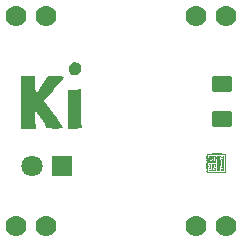
<source format=gbr>
%TF.GenerationSoftware,KiCad,Pcbnew,8.0.5*%
%TF.CreationDate,2024-09-21T22:48:15-06:00*%
%TF.ProjectId,KiCad_MiniBadge_Learning,4b694361-645f-44d6-996e-694261646765,rev?*%
%TF.SameCoordinates,Original*%
%TF.FileFunction,Soldermask,Top*%
%TF.FilePolarity,Negative*%
%FSLAX46Y46*%
G04 Gerber Fmt 4.6, Leading zero omitted, Abs format (unit mm)*
G04 Created by KiCad (PCBNEW 8.0.5) date 2024-09-21 22:48:15*
%MOMM*%
%LPD*%
G01*
G04 APERTURE LIST*
G04 Aperture macros list*
%AMRoundRect*
0 Rectangle with rounded corners*
0 $1 Rounding radius*
0 $2 $3 $4 $5 $6 $7 $8 $9 X,Y pos of 4 corners*
0 Add a 4 corners polygon primitive as box body*
4,1,4,$2,$3,$4,$5,$6,$7,$8,$9,$2,$3,0*
0 Add four circle primitives for the rounded corners*
1,1,$1+$1,$2,$3*
1,1,$1+$1,$4,$5*
1,1,$1+$1,$6,$7*
1,1,$1+$1,$8,$9*
0 Add four rect primitives between the rounded corners*
20,1,$1+$1,$2,$3,$4,$5,0*
20,1,$1+$1,$4,$5,$6,$7,0*
20,1,$1+$1,$6,$7,$8,$9,0*
20,1,$1+$1,$8,$9,$2,$3,0*%
G04 Aperture macros list end*
%ADD10C,0.000000*%
%ADD11C,1.778000*%
%ADD12R,1.800000X1.800000*%
%ADD13C,1.800000*%
%ADD14RoundRect,0.250001X0.624999X-0.462499X0.624999X0.462499X-0.624999X0.462499X-0.624999X-0.462499X0*%
G04 APERTURE END LIST*
D10*
%TO.C,G\u002A\u002A\u002A*%
G36*
X157331516Y-100460449D02*
G01*
X157339651Y-100462701D01*
X157347652Y-100466394D01*
X157355099Y-100471197D01*
X157361572Y-100476774D01*
X157366650Y-100482794D01*
X157369914Y-100488923D01*
X157370650Y-100491480D01*
X157371155Y-100495849D01*
X157371305Y-100501781D01*
X157371142Y-100508629D01*
X157370707Y-100515743D01*
X157370042Y-100522476D01*
X157369188Y-100528180D01*
X157368188Y-100532206D01*
X157368003Y-100532683D01*
X157366917Y-100536228D01*
X157366985Y-100539782D01*
X157367540Y-100542444D01*
X157368063Y-100545991D01*
X157368455Y-100551624D01*
X157368722Y-100559026D01*
X157368871Y-100567883D01*
X157368910Y-100577878D01*
X157368846Y-100588695D01*
X157368686Y-100600019D01*
X157368438Y-100611533D01*
X157368107Y-100622921D01*
X157367703Y-100633868D01*
X157367231Y-100644058D01*
X157366700Y-100653175D01*
X157366115Y-100660903D01*
X157365486Y-100666926D01*
X157364818Y-100670928D01*
X157364592Y-100671745D01*
X157364107Y-100674552D01*
X157363727Y-100679720D01*
X157363452Y-100687268D01*
X157363282Y-100697215D01*
X157363216Y-100709576D01*
X157363215Y-100713229D01*
X157363278Y-100728651D01*
X157363442Y-100741796D01*
X157363716Y-100752822D01*
X157364107Y-100761891D01*
X157364625Y-100769163D01*
X157365276Y-100774797D01*
X157366069Y-100778955D01*
X157366611Y-100780792D01*
X157367456Y-100784755D01*
X157368004Y-100791027D01*
X157368257Y-100799657D01*
X157368277Y-100803475D01*
X157368412Y-100812778D01*
X157368829Y-100819920D01*
X157369549Y-100825165D01*
X157370106Y-100827419D01*
X157371616Y-100834082D01*
X157372751Y-100842617D01*
X157373500Y-100852485D01*
X157373849Y-100863145D01*
X157373786Y-100874056D01*
X157373298Y-100884677D01*
X157372373Y-100894469D01*
X157371775Y-100898683D01*
X157370174Y-100907600D01*
X157368506Y-100914993D01*
X157366841Y-100920611D01*
X157365248Y-100924202D01*
X157364342Y-100925290D01*
X157362601Y-100927729D01*
X157362177Y-100929723D01*
X157361233Y-100932359D01*
X157359737Y-100933200D01*
X157357752Y-100934535D01*
X157357296Y-100935782D01*
X157356277Y-100937396D01*
X157354856Y-100937727D01*
X157352817Y-100938589D01*
X157352416Y-100940167D01*
X157351553Y-100942206D01*
X157349976Y-100942607D01*
X157348294Y-100943085D01*
X157347615Y-100944949D01*
X157347536Y-100946877D01*
X157347139Y-100950036D01*
X157345872Y-100951140D01*
X157345706Y-100951148D01*
X157344215Y-100952165D01*
X157343875Y-100953588D01*
X157343466Y-100955184D01*
X157341812Y-100955890D01*
X157338995Y-100956028D01*
X157335802Y-100956233D01*
X157334391Y-100957060D01*
X157334115Y-100958468D01*
X157333252Y-100960507D01*
X157331674Y-100960908D01*
X157329635Y-100961771D01*
X157329234Y-100963349D01*
X157328471Y-100965336D01*
X157327404Y-100965789D01*
X157325914Y-100966806D01*
X157325574Y-100968229D01*
X157325307Y-100969592D01*
X157324133Y-100970328D01*
X157321496Y-100970624D01*
X157318253Y-100970669D01*
X157314003Y-100970810D01*
X157311720Y-100971308D01*
X157310947Y-100972279D01*
X157310933Y-100972499D01*
X157310007Y-100973853D01*
X157307051Y-100974326D01*
X157306662Y-100974330D01*
X157303504Y-100973933D01*
X157302400Y-100972666D01*
X157302392Y-100972499D01*
X157301375Y-100971009D01*
X157299952Y-100970669D01*
X157297973Y-100971378D01*
X157297512Y-100972369D01*
X157296348Y-100973072D01*
X157293086Y-100973717D01*
X157288063Y-100974289D01*
X157281622Y-100974770D01*
X157274101Y-100975143D01*
X157265841Y-100975393D01*
X157257183Y-100975501D01*
X157248466Y-100975451D01*
X157240031Y-100975226D01*
X157239862Y-100975220D01*
X157233175Y-100974975D01*
X157228547Y-100974883D01*
X157225602Y-100974981D01*
X157223962Y-100975306D01*
X157223249Y-100975897D01*
X157223086Y-100976790D01*
X157223086Y-100976885D01*
X157222839Y-100978077D01*
X157221766Y-100978776D01*
X157219365Y-100979111D01*
X157215134Y-100979208D01*
X157213935Y-100979210D01*
X157209256Y-100979268D01*
X157206511Y-100979530D01*
X157205194Y-100980133D01*
X157204799Y-100981211D01*
X157204784Y-100981650D01*
X157204307Y-100983332D01*
X157202442Y-100984011D01*
X157200514Y-100984090D01*
X157197854Y-100983964D01*
X157196620Y-100983132D01*
X157196263Y-100980918D01*
X157196244Y-100978809D01*
X157196244Y-100973529D01*
X157190050Y-100972099D01*
X157185851Y-100971260D01*
X157182185Y-100970746D01*
X157180899Y-100970669D01*
X157178583Y-100970064D01*
X157177942Y-100968970D01*
X157177451Y-100967530D01*
X157175743Y-100966579D01*
X157172461Y-100966032D01*
X157167251Y-100965808D01*
X157164421Y-100965789D01*
X157159588Y-100965737D01*
X157156701Y-100965498D01*
X157155266Y-100964948D01*
X157154792Y-100963961D01*
X157154760Y-100963349D01*
X157154351Y-100961752D01*
X157152697Y-100961047D01*
X157149880Y-100960908D01*
X157144999Y-100960908D01*
X157144999Y-100954198D01*
X157144894Y-100950320D01*
X157144436Y-100948300D01*
X157143415Y-100947559D01*
X157142559Y-100947487D01*
X157140920Y-100947043D01*
X157140219Y-100945281D01*
X157140102Y-100942912D01*
X157139833Y-100937793D01*
X157138937Y-100934678D01*
X157137216Y-100933168D01*
X157135096Y-100932846D01*
X157132730Y-100932593D01*
X157131760Y-100931342D01*
X157131578Y-100928576D01*
X157131941Y-100925481D01*
X157133150Y-100924336D01*
X157133510Y-100924305D01*
X157134859Y-100923572D01*
X157134810Y-100922780D01*
X157133654Y-100919475D01*
X157132711Y-100915468D01*
X157131922Y-100910363D01*
X157131232Y-100903765D01*
X157130584Y-100895277D01*
X157130330Y-100891363D01*
X157129791Y-100883249D01*
X157129180Y-100874912D01*
X157128558Y-100867100D01*
X157127981Y-100860566D01*
X157127708Y-100857810D01*
X157127406Y-100853811D01*
X157127106Y-100847728D01*
X157126819Y-100839915D01*
X157126554Y-100830727D01*
X157126322Y-100820520D01*
X157126133Y-100809649D01*
X157125996Y-100798470D01*
X157125986Y-100797415D01*
X157125887Y-100786632D01*
X157125787Y-100776473D01*
X157125692Y-100767229D01*
X157125603Y-100759192D01*
X157125524Y-100752654D01*
X157125459Y-100747906D01*
X157125410Y-100745240D01*
X157125402Y-100744951D01*
X157125361Y-100742328D01*
X157125343Y-100737769D01*
X157125348Y-100731776D01*
X157125376Y-100724853D01*
X157125411Y-100719430D01*
X157125402Y-100710952D01*
X157125238Y-100704386D01*
X157124928Y-100699892D01*
X157124478Y-100697626D01*
X157124311Y-100697400D01*
X157123883Y-100696982D01*
X157123541Y-100696172D01*
X157123284Y-100694764D01*
X157123112Y-100692549D01*
X157123024Y-100689321D01*
X157123021Y-100684872D01*
X157123101Y-100678997D01*
X157123264Y-100671486D01*
X157123510Y-100662134D01*
X157123839Y-100650732D01*
X157123867Y-100649783D01*
X157188923Y-100649783D01*
X157189485Y-100651765D01*
X157190266Y-100652224D01*
X157190819Y-100653212D01*
X157191193Y-100656253D01*
X157191397Y-100661462D01*
X157191436Y-100668952D01*
X157191412Y-100672050D01*
X157191410Y-100681190D01*
X157191562Y-100690953D01*
X157191849Y-100700950D01*
X157192250Y-100710791D01*
X157192744Y-100720087D01*
X157193312Y-100728448D01*
X157193932Y-100735484D01*
X157194585Y-100740808D01*
X157195161Y-100743731D01*
X157195930Y-100747987D01*
X157196455Y-100753999D01*
X157196741Y-100761166D01*
X157196793Y-100768885D01*
X157196616Y-100776556D01*
X157196213Y-100783576D01*
X157195589Y-100789344D01*
X157194787Y-100793145D01*
X157193466Y-100797732D01*
X157192431Y-100802239D01*
X157192160Y-100803821D01*
X157191517Y-100808396D01*
X157196320Y-100808396D01*
X157199482Y-100808608D01*
X157200866Y-100809460D01*
X157201124Y-100810836D01*
X157201887Y-100812824D01*
X157202954Y-100813277D01*
X157204445Y-100814294D01*
X157204784Y-100815717D01*
X157205647Y-100817756D01*
X157207224Y-100818157D01*
X157209264Y-100819020D01*
X157209665Y-100820597D01*
X157210527Y-100822636D01*
X157212105Y-100823037D01*
X157213787Y-100823515D01*
X157214465Y-100825380D01*
X157214545Y-100827308D01*
X157214545Y-100831578D01*
X157205580Y-100831578D01*
X157196616Y-100831578D01*
X157197032Y-100864826D01*
X157197217Y-100875604D01*
X157197479Y-100884779D01*
X157197808Y-100892159D01*
X157198195Y-100897554D01*
X157198630Y-100900773D01*
X157198807Y-100901388D01*
X157199840Y-100903413D01*
X157201309Y-100904724D01*
X157203827Y-100905624D01*
X157208007Y-100906418D01*
X157209360Y-100906632D01*
X157214545Y-100907439D01*
X157214545Y-100897571D01*
X157214545Y-100887703D01*
X157218815Y-100887703D01*
X157221974Y-100888099D01*
X157223078Y-100889366D01*
X157223086Y-100889533D01*
X157224103Y-100891023D01*
X157225526Y-100891363D01*
X157227122Y-100891772D01*
X157227828Y-100893426D01*
X157227966Y-100896243D01*
X157227761Y-100899436D01*
X157226934Y-100900847D01*
X157225526Y-100901124D01*
X157223477Y-100901995D01*
X157223086Y-100903489D01*
X157223580Y-100905038D01*
X157225435Y-100906006D01*
X157228881Y-100906655D01*
X157233167Y-100907319D01*
X157237004Y-100908029D01*
X157238030Y-100908255D01*
X157241956Y-100908761D01*
X157247586Y-100908946D01*
X157254206Y-100908843D01*
X157261105Y-100908484D01*
X157267571Y-100907900D01*
X157272892Y-100907124D01*
X157275233Y-100906581D01*
X157279801Y-100904893D01*
X157283986Y-100902753D01*
X157285875Y-100901439D01*
X157289478Y-100898856D01*
X157293258Y-100896777D01*
X157293546Y-100896652D01*
X157295917Y-100895464D01*
X157297088Y-100893961D01*
X157297478Y-100891323D01*
X157297512Y-100888906D01*
X157297641Y-100885253D01*
X157298189Y-100883434D01*
X157299396Y-100882847D01*
X157299952Y-100882822D01*
X157301315Y-100882555D01*
X157302051Y-100881382D01*
X157302347Y-100878744D01*
X157302392Y-100875502D01*
X157302533Y-100871251D01*
X157303031Y-100868969D01*
X157304002Y-100868195D01*
X157304222Y-100868181D01*
X157305095Y-100867766D01*
X157305647Y-100866249D01*
X157305943Y-100863220D01*
X157306048Y-100858271D01*
X157306052Y-100856590D01*
X157305987Y-100851065D01*
X157305747Y-100847568D01*
X157305269Y-100845691D01*
X157304488Y-100845025D01*
X157304222Y-100844999D01*
X157303329Y-100844571D01*
X157302773Y-100843009D01*
X157302484Y-100839897D01*
X157302393Y-100834816D01*
X157302392Y-100834018D01*
X157302351Y-100828801D01*
X157302160Y-100825559D01*
X157301715Y-100823828D01*
X157300914Y-100823144D01*
X157299952Y-100823037D01*
X157298355Y-100822628D01*
X157297650Y-100820974D01*
X157297512Y-100818157D01*
X157297861Y-100814650D01*
X157298952Y-100813304D01*
X157299211Y-100813277D01*
X157299922Y-100812861D01*
X157300373Y-100811378D01*
X157300593Y-100808476D01*
X157300612Y-100803803D01*
X157300483Y-100797895D01*
X157300226Y-100791635D01*
X157299842Y-100785931D01*
X157299382Y-100781409D01*
X157298898Y-100778694D01*
X157298893Y-100778679D01*
X157298253Y-100776057D01*
X157297703Y-100772623D01*
X157297240Y-100768245D01*
X157296863Y-100762790D01*
X157296571Y-100756125D01*
X157296361Y-100748117D01*
X157296232Y-100738634D01*
X157296184Y-100727544D01*
X157296213Y-100714713D01*
X157296318Y-100700009D01*
X157296498Y-100683299D01*
X157296752Y-100664451D01*
X157297077Y-100643332D01*
X157297175Y-100637277D01*
X157297328Y-100627728D01*
X157297422Y-100620340D01*
X157297437Y-100614838D01*
X157297358Y-100610943D01*
X157297165Y-100608377D01*
X157296841Y-100606863D01*
X157296369Y-100606124D01*
X157295730Y-100605882D01*
X157295163Y-100605860D01*
X157293513Y-100605480D01*
X157292782Y-100603906D01*
X157292631Y-100600980D01*
X157292631Y-100596099D01*
X157285921Y-100596099D01*
X157282043Y-100596205D01*
X157280023Y-100596663D01*
X157279282Y-100597683D01*
X157279210Y-100598539D01*
X157279035Y-100599673D01*
X157278208Y-100600389D01*
X157276277Y-100600782D01*
X157272789Y-100600947D01*
X157267619Y-100600980D01*
X157262232Y-100600943D01*
X157258832Y-100600769D01*
X157256967Y-100600362D01*
X157256183Y-100599628D01*
X157256028Y-100598539D01*
X157255619Y-100596943D01*
X157253965Y-100596237D01*
X157251148Y-100596099D01*
X157247754Y-100595797D01*
X157246356Y-100594795D01*
X157246268Y-100594269D01*
X157245342Y-100592915D01*
X157242386Y-100592442D01*
X157241997Y-100592439D01*
X157239054Y-100592166D01*
X157237866Y-100591100D01*
X157237727Y-100589999D01*
X157237511Y-100588751D01*
X157236525Y-100588019D01*
X157234265Y-100587668D01*
X157230223Y-100587562D01*
X157228576Y-100587558D01*
X157223897Y-100587616D01*
X157221152Y-100587879D01*
X157219835Y-100588482D01*
X157219440Y-100589559D01*
X157219425Y-100589999D01*
X157219158Y-100591362D01*
X157217985Y-100592098D01*
X157215347Y-100592394D01*
X157212105Y-100592439D01*
X157207854Y-100592579D01*
X157205572Y-100593078D01*
X157204799Y-100594048D01*
X157204784Y-100594269D01*
X157203808Y-100595887D01*
X157202954Y-100596099D01*
X157201989Y-100596578D01*
X157201422Y-100598311D01*
X157201166Y-100601737D01*
X157201124Y-100605250D01*
X157201066Y-100609929D01*
X157200804Y-100612674D01*
X157200201Y-100613991D01*
X157199123Y-100614386D01*
X157198684Y-100614401D01*
X157197468Y-100614604D01*
X157196739Y-100615543D01*
X157196375Y-100617707D01*
X157196253Y-100621588D01*
X157196244Y-100624161D01*
X157196193Y-100629025D01*
X157195958Y-100631939D01*
X157195417Y-100633396D01*
X157194447Y-100633886D01*
X157193803Y-100633922D01*
X157192393Y-100634213D01*
X157191659Y-100635473D01*
X157191389Y-100638278D01*
X157191363Y-100640633D01*
X157191163Y-100644308D01*
X157190645Y-100646745D01*
X157190143Y-100647343D01*
X157189152Y-100648365D01*
X157188923Y-100649783D01*
X157123867Y-100649783D01*
X157124197Y-100638803D01*
X157124585Y-100626506D01*
X157124946Y-100616375D01*
X157125297Y-100608137D01*
X157125657Y-100601518D01*
X157126047Y-100596244D01*
X157126484Y-100592042D01*
X157126987Y-100588638D01*
X157127576Y-100585758D01*
X157127972Y-100584190D01*
X157129209Y-100578600D01*
X157130082Y-100572756D01*
X157130387Y-100568328D01*
X157130744Y-100563495D01*
X157131652Y-100557631D01*
X157132871Y-100552176D01*
X157133805Y-100548168D01*
X157134530Y-100543691D01*
X157135085Y-100538307D01*
X157135510Y-100531578D01*
X157135847Y-100523066D01*
X157135994Y-100518013D01*
X157136384Y-100506996D01*
X157136905Y-100498257D01*
X157137552Y-100491847D01*
X157138322Y-100487819D01*
X157138390Y-100487598D01*
X157139456Y-100483661D01*
X157140064Y-100480238D01*
X157140119Y-100479362D01*
X157140785Y-100477084D01*
X157142559Y-100476530D01*
X157144614Y-100475655D01*
X157144999Y-100474232D01*
X157146030Y-100472085D01*
X157147440Y-100471296D01*
X157149423Y-100470020D01*
X157149880Y-100468852D01*
X157150934Y-100467330D01*
X157153235Y-100466379D01*
X157156313Y-100465652D01*
X157160559Y-100464512D01*
X157163301Y-100463722D01*
X157172638Y-100462103D01*
X157181653Y-100462808D01*
X157190076Y-100465806D01*
X157192097Y-100466935D01*
X157198236Y-100471632D01*
X157203694Y-100477639D01*
X157207800Y-100484157D01*
X157209096Y-100487237D01*
X157210573Y-100490315D01*
X157213254Y-100494779D01*
X157216803Y-100500126D01*
X157220880Y-100505853D01*
X157225150Y-100511454D01*
X157226256Y-100512837D01*
X157227339Y-100514089D01*
X157228497Y-100514952D01*
X157230166Y-100515491D01*
X157232781Y-100515770D01*
X157236777Y-100515857D01*
X157242590Y-100515815D01*
X157245778Y-100515774D01*
X157254082Y-100515570D01*
X157260453Y-100515136D01*
X157265395Y-100514363D01*
X157269413Y-100513143D01*
X157273011Y-100511368D01*
X157276315Y-100509200D01*
X157278759Y-100507370D01*
X157280326Y-100505696D01*
X157281309Y-100503532D01*
X157282003Y-100500234D01*
X157282697Y-100495184D01*
X157284394Y-100486496D01*
X157287151Y-100479544D01*
X157291242Y-100473755D01*
X157294449Y-100470604D01*
X157302628Y-100464997D01*
X157311929Y-100461359D01*
X157321863Y-100459825D01*
X157331516Y-100460449D01*
G37*
G36*
X157897135Y-100702895D02*
G01*
X157906830Y-100706621D01*
X157911590Y-100709408D01*
X157917962Y-100714386D01*
X157924201Y-100720590D01*
X157929888Y-100727482D01*
X157934603Y-100734520D01*
X157937927Y-100741163D01*
X157939130Y-100744951D01*
X157939451Y-100747483D01*
X157939790Y-100752120D01*
X157940132Y-100758526D01*
X157940463Y-100766368D01*
X157940768Y-100775310D01*
X157941032Y-100785017D01*
X157941169Y-100791315D01*
X157941385Y-100802029D01*
X157941609Y-100812807D01*
X157941832Y-100823185D01*
X157942043Y-100832700D01*
X157942233Y-100840889D01*
X157942391Y-100847289D01*
X157942443Y-100849269D01*
X157942580Y-100854884D01*
X157942740Y-100862463D01*
X157942913Y-100871527D01*
X157943092Y-100881602D01*
X157943267Y-100892210D01*
X157943430Y-100902875D01*
X157943476Y-100906004D01*
X157943642Y-100916804D01*
X157943837Y-100927878D01*
X157944048Y-100938709D01*
X157944265Y-100948778D01*
X157944478Y-100957566D01*
X157944675Y-100964555D01*
X157944719Y-100965892D01*
X157944918Y-100975415D01*
X157944838Y-100983397D01*
X157944487Y-100989518D01*
X157944043Y-100992734D01*
X157943423Y-100997180D01*
X157943013Y-101002948D01*
X157942885Y-101008926D01*
X157942899Y-101010017D01*
X157942888Y-101014778D01*
X157942678Y-101018445D01*
X157942311Y-101020467D01*
X157942111Y-101020693D01*
X157941747Y-101021853D01*
X157941493Y-101025099D01*
X157941345Y-101030079D01*
X157941298Y-101036441D01*
X157941348Y-101043834D01*
X157941490Y-101051906D01*
X157941721Y-101060305D01*
X157942035Y-101068680D01*
X157942428Y-101076679D01*
X157942896Y-101083950D01*
X157942910Y-101084138D01*
X157943478Y-101092190D01*
X157944030Y-101100813D01*
X157944509Y-101109066D01*
X157944858Y-101116004D01*
X157944904Y-101117081D01*
X157945228Y-101122654D01*
X157945674Y-101127253D01*
X157946181Y-101130376D01*
X157946654Y-101131519D01*
X157947056Y-101132840D01*
X157947388Y-101136312D01*
X157947636Y-101141643D01*
X157947785Y-101148543D01*
X157947824Y-101155006D01*
X157947848Y-101163165D01*
X157947936Y-101169191D01*
X157948113Y-101173387D01*
X157948402Y-101176060D01*
X157948829Y-101177514D01*
X157949416Y-101178055D01*
X157949654Y-101178086D01*
X157951008Y-101179012D01*
X157951481Y-101181967D01*
X157951484Y-101182356D01*
X157951087Y-101185515D01*
X157949821Y-101186619D01*
X157949654Y-101186627D01*
X157948382Y-101187432D01*
X157947857Y-101190104D01*
X157947824Y-101191507D01*
X157947619Y-101194700D01*
X157946792Y-101196111D01*
X157945384Y-101196387D01*
X157944388Y-101196522D01*
X157943707Y-101197185D01*
X157943282Y-101198765D01*
X157943053Y-101201651D01*
X157942960Y-101206232D01*
X157942944Y-101212249D01*
X157942923Y-101218724D01*
X157942821Y-101223148D01*
X157942578Y-101225910D01*
X157942134Y-101227398D01*
X157941429Y-101228002D01*
X157940503Y-101228110D01*
X157938464Y-101228973D01*
X157938063Y-101230550D01*
X157938926Y-101232589D01*
X157940503Y-101232990D01*
X157942100Y-101233400D01*
X157942805Y-101235054D01*
X157942944Y-101237871D01*
X157942675Y-101241186D01*
X157941738Y-101242602D01*
X157940975Y-101242751D01*
X157940105Y-101243027D01*
X157939572Y-101244131D01*
X157939327Y-101246475D01*
X157939325Y-101250473D01*
X157939489Y-101255778D01*
X157939874Y-101262589D01*
X157940443Y-101267018D01*
X157941203Y-101269120D01*
X157941457Y-101269301D01*
X157942345Y-101270685D01*
X157942847Y-101273436D01*
X157942910Y-101276518D01*
X157942484Y-101278895D01*
X157941962Y-101279557D01*
X157941632Y-101280867D01*
X157941549Y-101284054D01*
X157941715Y-101288567D01*
X157941924Y-101291555D01*
X157942353Y-101297488D01*
X157942809Y-101304882D01*
X157943235Y-101312763D01*
X157943553Y-101319617D01*
X157943851Y-101325945D01*
X157944182Y-101331587D01*
X157944509Y-101335993D01*
X157944795Y-101338615D01*
X157944842Y-101338866D01*
X157945021Y-101340867D01*
X157945183Y-101344912D01*
X157945321Y-101350607D01*
X157945425Y-101357555D01*
X157945486Y-101365362D01*
X157945497Y-101368758D01*
X157945554Y-101377401D01*
X157945683Y-101385906D01*
X157945870Y-101393731D01*
X157946102Y-101400333D01*
X157946365Y-101405171D01*
X157946433Y-101406024D01*
X157946730Y-101410737D01*
X157946750Y-101414443D01*
X157946497Y-101416536D01*
X157946351Y-101416771D01*
X157945861Y-101418193D01*
X157945546Y-101421318D01*
X157945397Y-101425506D01*
X157945409Y-101430121D01*
X157945574Y-101434523D01*
X157945886Y-101438073D01*
X157946338Y-101440134D01*
X157946604Y-101440407D01*
X157947368Y-101441489D01*
X157947793Y-101444193D01*
X157947824Y-101445287D01*
X157947619Y-101448480D01*
X157946792Y-101449891D01*
X157945384Y-101450168D01*
X157943345Y-101450999D01*
X157942944Y-101452168D01*
X157942035Y-101454488D01*
X157940876Y-101455681D01*
X157939530Y-101457618D01*
X157938670Y-101461311D01*
X157938293Y-101465271D01*
X157937920Y-101469654D01*
X157937381Y-101472114D01*
X157936497Y-101473169D01*
X157935481Y-101473350D01*
X157933581Y-101474096D01*
X157933183Y-101475049D01*
X157932199Y-101476933D01*
X157931353Y-101477451D01*
X157929968Y-101479216D01*
X157929522Y-101482462D01*
X157929276Y-101485395D01*
X157928243Y-101486610D01*
X157926777Y-101486815D01*
X157924551Y-101487553D01*
X157921102Y-101489471D01*
X157917088Y-101492193D01*
X157916101Y-101492934D01*
X157906816Y-101498579D01*
X157895857Y-101502661D01*
X157883468Y-101505123D01*
X157869897Y-101505908D01*
X157861734Y-101505583D01*
X157856389Y-101505216D01*
X157853021Y-101505112D01*
X157851173Y-101505341D01*
X157850391Y-101505974D01*
X157850218Y-101507079D01*
X157850216Y-101507345D01*
X157849795Y-101509129D01*
X157848081Y-101509854D01*
X157845946Y-101509953D01*
X157843003Y-101509680D01*
X157841815Y-101508614D01*
X157841675Y-101507512D01*
X157841408Y-101506149D01*
X157840235Y-101505413D01*
X157837597Y-101505117D01*
X157834355Y-101505072D01*
X157830266Y-101504983D01*
X157828057Y-101504592D01*
X157827169Y-101503713D01*
X157827034Y-101502632D01*
X157826557Y-101500950D01*
X157824692Y-101500272D01*
X157822764Y-101500192D01*
X157819821Y-101500465D01*
X157818633Y-101501530D01*
X157818494Y-101502632D01*
X157818277Y-101503880D01*
X157817292Y-101504612D01*
X157815031Y-101504963D01*
X157810990Y-101505068D01*
X157809343Y-101505072D01*
X157804664Y-101505015D01*
X157801919Y-101504752D01*
X157800602Y-101504149D01*
X157800206Y-101503071D01*
X157800192Y-101502632D01*
X157799329Y-101500593D01*
X157797752Y-101500192D01*
X157795765Y-101499429D01*
X157795312Y-101498362D01*
X157794506Y-101497089D01*
X157791834Y-101496565D01*
X157790431Y-101496531D01*
X157787238Y-101496327D01*
X157785827Y-101495500D01*
X157785551Y-101494091D01*
X157784788Y-101492104D01*
X157783721Y-101491651D01*
X157782448Y-101490845D01*
X157781924Y-101488174D01*
X157781891Y-101486771D01*
X157781686Y-101483578D01*
X157780859Y-101482167D01*
X157779450Y-101481890D01*
X157777411Y-101481028D01*
X157777010Y-101479450D01*
X157776601Y-101477854D01*
X157774947Y-101477148D01*
X157772130Y-101477010D01*
X157767249Y-101477010D01*
X157767249Y-101466029D01*
X157767173Y-101460637D01*
X157766900Y-101457278D01*
X157766367Y-101455550D01*
X157765507Y-101455048D01*
X157765479Y-101455048D01*
X157764774Y-101454645D01*
X157764243Y-101453222D01*
X157763848Y-101450455D01*
X157763549Y-101446021D01*
X157763307Y-101439598D01*
X157763218Y-101436442D01*
X157762900Y-101427863D01*
X157762414Y-101421156D01*
X157761697Y-101415756D01*
X157760685Y-101411096D01*
X157760179Y-101409294D01*
X157759388Y-101406439D01*
X157758777Y-101403581D01*
X157758321Y-101400360D01*
X157757998Y-101396413D01*
X157757783Y-101391379D01*
X157757653Y-101384895D01*
X157757584Y-101376599D01*
X157757559Y-101369123D01*
X157757527Y-101359440D01*
X157757463Y-101351839D01*
X157757339Y-101345962D01*
X157757128Y-101341451D01*
X157756803Y-101337948D01*
X157756338Y-101335095D01*
X157755704Y-101332534D01*
X157754876Y-101329906D01*
X157754519Y-101328860D01*
X157752003Y-101320664D01*
X157750118Y-101312332D01*
X157748803Y-101303376D01*
X157748000Y-101293309D01*
X157747648Y-101281643D01*
X157747635Y-101272643D01*
X157747754Y-101264554D01*
X157747974Y-101256736D01*
X157748274Y-101249730D01*
X157748629Y-101244079D01*
X157749017Y-101240324D01*
X157749019Y-101240311D01*
X157749549Y-101235513D01*
X157750041Y-101228430D01*
X157750492Y-101219216D01*
X157750896Y-101208025D01*
X157751250Y-101195012D01*
X157751550Y-101180331D01*
X157751791Y-101164138D01*
X157751968Y-101146585D01*
X157752061Y-101131722D01*
X157752114Y-101121336D01*
X157752173Y-101111679D01*
X157752235Y-101103033D01*
X157752298Y-101095679D01*
X157752360Y-101089899D01*
X157752417Y-101085973D01*
X157752468Y-101084182D01*
X157752472Y-101084138D01*
X157752534Y-101082126D01*
X157752544Y-101077953D01*
X157752507Y-101071897D01*
X157752426Y-101064236D01*
X157752308Y-101055249D01*
X157752157Y-101045215D01*
X157752114Y-101042628D01*
X157819021Y-101042628D01*
X157819686Y-101043715D01*
X157820964Y-101043875D01*
X157822543Y-101044295D01*
X157823240Y-101045979D01*
X157823374Y-101048755D01*
X157823072Y-101052149D01*
X157822070Y-101053547D01*
X157821544Y-101053636D01*
X157819920Y-101054315D01*
X157819714Y-101054894D01*
X157820689Y-101056380D01*
X157821544Y-101056855D01*
X157822656Y-101058288D01*
X157823283Y-101060944D01*
X157823383Y-101063901D01*
X157822915Y-101066241D01*
X157821994Y-101067057D01*
X157821136Y-101068133D01*
X157821239Y-101071022D01*
X157821366Y-101074144D01*
X157821128Y-101078754D01*
X157820576Y-101083938D01*
X157820463Y-101084748D01*
X157819887Y-101090134D01*
X157819533Y-101096366D01*
X157819388Y-101102999D01*
X157819438Y-101109591D01*
X157819672Y-101115696D01*
X157820078Y-101120871D01*
X157820641Y-101124673D01*
X157821349Y-101126657D01*
X157821666Y-101126842D01*
X157822426Y-101127311D01*
X157822932Y-101128955D01*
X157823228Y-101132132D01*
X157823358Y-101137196D01*
X157823374Y-101140873D01*
X157823325Y-101147034D01*
X157823145Y-101151137D01*
X157822785Y-101153560D01*
X157822195Y-101154685D01*
X157821544Y-101154904D01*
X157820053Y-101155921D01*
X157819714Y-101157344D01*
X157820477Y-101159331D01*
X157821544Y-101159784D01*
X157821933Y-101160013D01*
X157822264Y-101160816D01*
X157822541Y-101162373D01*
X157822771Y-101164860D01*
X157822956Y-101168457D01*
X157823102Y-101173340D01*
X157823213Y-101179688D01*
X157823295Y-101187679D01*
X157823352Y-101197490D01*
X157823388Y-101209300D01*
X157823408Y-101223287D01*
X157823413Y-101230855D01*
X157823447Y-101257011D01*
X157823518Y-101280781D01*
X157823627Y-101302220D01*
X157823776Y-101321383D01*
X157823965Y-101338325D01*
X157824196Y-101353099D01*
X157824469Y-101365762D01*
X157824786Y-101376366D01*
X157825147Y-101384967D01*
X157825554Y-101391619D01*
X157826008Y-101396377D01*
X157826509Y-101399296D01*
X157826575Y-101399534D01*
X157827518Y-101403709D01*
X157828387Y-101409261D01*
X157829020Y-101415126D01*
X157829108Y-101416310D01*
X157829836Y-101426986D01*
X157833315Y-101426986D01*
X157835913Y-101427415D01*
X157836777Y-101428982D01*
X157836795Y-101429426D01*
X157837086Y-101430836D01*
X157838346Y-101431571D01*
X157841151Y-101431840D01*
X157843506Y-101431866D01*
X157847384Y-101431760D01*
X157849404Y-101431302D01*
X157850145Y-101430282D01*
X157850216Y-101429426D01*
X157850625Y-101427830D01*
X157852280Y-101427124D01*
X157855096Y-101426986D01*
X157858289Y-101426781D01*
X157859701Y-101425954D01*
X157859977Y-101424546D01*
X157860455Y-101422864D01*
X157862319Y-101422185D01*
X157864247Y-101422105D01*
X157868518Y-101422105D01*
X157868518Y-101410515D01*
X157868554Y-101405127D01*
X157868728Y-101401727D01*
X157869135Y-101399862D01*
X157869869Y-101399078D01*
X157870958Y-101398924D01*
X157872640Y-101398446D01*
X157873318Y-101396581D01*
X157873398Y-101394653D01*
X157873125Y-101391710D01*
X157872059Y-101390523D01*
X157870958Y-101390383D01*
X157869361Y-101389974D01*
X157868656Y-101388319D01*
X157868518Y-101385503D01*
X157868722Y-101382310D01*
X157869549Y-101380898D01*
X157870958Y-101380622D01*
X157871580Y-101380559D01*
X157872088Y-101380219D01*
X157872496Y-101379374D01*
X157872817Y-101377795D01*
X157873064Y-101375257D01*
X157873250Y-101371530D01*
X157873390Y-101366388D01*
X157873496Y-101359602D01*
X157873582Y-101350946D01*
X157873662Y-101340190D01*
X157873703Y-101333953D01*
X157873800Y-101314406D01*
X157873817Y-101297206D01*
X157873752Y-101282264D01*
X157873601Y-101269489D01*
X157873360Y-101258790D01*
X157873028Y-101250076D01*
X157872601Y-101243257D01*
X157872075Y-101238241D01*
X157871448Y-101234938D01*
X157870716Y-101233258D01*
X157870227Y-101232990D01*
X157868920Y-101231861D01*
X157868518Y-101228720D01*
X157868949Y-101225495D01*
X157870267Y-101224450D01*
X157871693Y-101223331D01*
X157872468Y-101220248D01*
X157872512Y-101215608D01*
X157872349Y-101213774D01*
X157871557Y-101210894D01*
X157870214Y-101209808D01*
X157869498Y-101209354D01*
X157869006Y-101207767D01*
X157868703Y-101204708D01*
X157868553Y-101199840D01*
X157868518Y-101193947D01*
X157868477Y-101187341D01*
X157868327Y-101182814D01*
X157868026Y-101180003D01*
X157867532Y-101178550D01*
X157866804Y-101178091D01*
X157866687Y-101178086D01*
X157865415Y-101177280D01*
X157864890Y-101174609D01*
X157864857Y-101173205D01*
X157865159Y-101169812D01*
X157866161Y-101168414D01*
X157866687Y-101168325D01*
X157867333Y-101168022D01*
X157867810Y-101166911D01*
X157868143Y-101164685D01*
X157868355Y-101161041D01*
X157868471Y-101155674D01*
X157868515Y-101148279D01*
X157868518Y-101145143D01*
X157868528Y-101137092D01*
X157868582Y-101131158D01*
X157868714Y-101127020D01*
X157868957Y-101124354D01*
X157869346Y-101122838D01*
X157869914Y-101122150D01*
X157870696Y-101121966D01*
X157870958Y-101121961D01*
X157872640Y-101121484D01*
X157873318Y-101119619D01*
X157873398Y-101117691D01*
X157873125Y-101114748D01*
X157872059Y-101113560D01*
X157870958Y-101113421D01*
X157869361Y-101113011D01*
X157868656Y-101111357D01*
X157868518Y-101108540D01*
X157868722Y-101105347D01*
X157869549Y-101103936D01*
X157870958Y-101103660D01*
X157872640Y-101103182D01*
X157873318Y-101101317D01*
X157873398Y-101099390D01*
X157873125Y-101096446D01*
X157872059Y-101095259D01*
X157870958Y-101095119D01*
X157870146Y-101095027D01*
X157869538Y-101094545D01*
X157869104Y-101093366D01*
X157868814Y-101091184D01*
X157868640Y-101087691D01*
X157868552Y-101082581D01*
X157868521Y-101075547D01*
X157868518Y-101069497D01*
X157868526Y-101060977D01*
X157868572Y-101054589D01*
X157868685Y-101050029D01*
X157868892Y-101046987D01*
X157869225Y-101045158D01*
X157869712Y-101044235D01*
X157870382Y-101043910D01*
X157870958Y-101043875D01*
X157872368Y-101043584D01*
X157873103Y-101042324D01*
X157873372Y-101039519D01*
X157873398Y-101037165D01*
X157873292Y-101033287D01*
X157872834Y-101031266D01*
X157871814Y-101030526D01*
X157870958Y-101030454D01*
X157869710Y-101030238D01*
X157868978Y-101029252D01*
X157868627Y-101026992D01*
X157868521Y-101022950D01*
X157868518Y-101021303D01*
X157868575Y-101016625D01*
X157868838Y-101013879D01*
X157869441Y-101012562D01*
X157870518Y-101012167D01*
X157870958Y-101012153D01*
X157872174Y-101011949D01*
X157872902Y-101011010D01*
X157873266Y-101008846D01*
X157873389Y-101004965D01*
X157873398Y-101002392D01*
X157873347Y-100997529D01*
X157873112Y-100994614D01*
X157872571Y-100993157D01*
X157871601Y-100992667D01*
X157870958Y-100992631D01*
X157869710Y-100992415D01*
X157868978Y-100991429D01*
X157868627Y-100989169D01*
X157868521Y-100985127D01*
X157868518Y-100983480D01*
X157868575Y-100978802D01*
X157868838Y-100976056D01*
X157869441Y-100974739D01*
X157870518Y-100974344D01*
X157870958Y-100974330D01*
X157872640Y-100973852D01*
X157873318Y-100971987D01*
X157873398Y-100970059D01*
X157873125Y-100967116D01*
X157872059Y-100965928D01*
X157870958Y-100965789D01*
X157870284Y-100965721D01*
X157869747Y-100965351D01*
X157869332Y-100964430D01*
X157869023Y-100962710D01*
X157868803Y-100959941D01*
X157868659Y-100955874D01*
X157868574Y-100950262D01*
X157868532Y-100942854D01*
X157868519Y-100933402D01*
X157868518Y-100926746D01*
X157868518Y-100887703D01*
X157873093Y-100887497D01*
X157877668Y-100887292D01*
X157873093Y-100886814D01*
X157868518Y-100886335D01*
X157868518Y-100872988D01*
X157868546Y-100867133D01*
X157868683Y-100863295D01*
X157869005Y-100861052D01*
X157869590Y-100859980D01*
X157870515Y-100859655D01*
X157870958Y-100859640D01*
X157871862Y-100859528D01*
X157872510Y-100858961D01*
X157872944Y-100857590D01*
X157873208Y-100855069D01*
X157873343Y-100851050D01*
X157873392Y-100845186D01*
X157873398Y-100839685D01*
X157873398Y-100819730D01*
X157865404Y-100818983D01*
X157859429Y-100817967D01*
X157853241Y-100816204D01*
X157850393Y-100815088D01*
X157846242Y-100813360D01*
X157843216Y-100812618D01*
X157840277Y-100812717D01*
X157837459Y-100813264D01*
X157832639Y-100813917D01*
X157827703Y-100813952D01*
X157826292Y-100813803D01*
X157821041Y-100813016D01*
X157821293Y-100829922D01*
X157821314Y-100837462D01*
X157821197Y-100846452D01*
X157820964Y-100855904D01*
X157820635Y-100864833D01*
X157820520Y-100867266D01*
X157820163Y-100874805D01*
X157819974Y-100880243D01*
X157819967Y-100883915D01*
X157820159Y-100886156D01*
X157820562Y-100887302D01*
X157821194Y-100887686D01*
X157821435Y-100887703D01*
X157822027Y-100887923D01*
X157822486Y-100888764D01*
X157822829Y-100890493D01*
X157823072Y-100893379D01*
X157823232Y-100897690D01*
X157823324Y-100903694D01*
X157823366Y-100911661D01*
X157823374Y-100919425D01*
X157823366Y-100929043D01*
X157823328Y-100936495D01*
X157823240Y-100942057D01*
X157823084Y-100946004D01*
X157822839Y-100948610D01*
X157822487Y-100950151D01*
X157822006Y-100950901D01*
X157821378Y-100951136D01*
X157821113Y-100951148D01*
X157820243Y-100951287D01*
X157819654Y-100951948D01*
X157819315Y-100953496D01*
X157819194Y-100956292D01*
X157819261Y-100960703D01*
X157819484Y-100967091D01*
X157819565Y-100969144D01*
X157819832Y-100977295D01*
X157820030Y-100986228D01*
X157820159Y-100995562D01*
X157820221Y-101004920D01*
X157820216Y-101013923D01*
X157820144Y-101022193D01*
X157820008Y-101029351D01*
X157819808Y-101035019D01*
X157819545Y-101038818D01*
X157819388Y-101039910D01*
X157819021Y-101042628D01*
X157752114Y-101042628D01*
X157751977Y-101034411D01*
X157751774Y-101023117D01*
X157751553Y-101011609D01*
X157751319Y-101000168D01*
X157751075Y-100989071D01*
X157750828Y-100978596D01*
X157750583Y-100969022D01*
X157750343Y-100960627D01*
X157750259Y-100957938D01*
X157749982Y-100948727D01*
X157749766Y-100940305D01*
X157749617Y-100932983D01*
X157749540Y-100927068D01*
X157749538Y-100922870D01*
X157749618Y-100920696D01*
X157749665Y-100920473D01*
X157749904Y-100919068D01*
X157750262Y-100915731D01*
X157750699Y-100910966D01*
X157751175Y-100905274D01*
X157751653Y-100899158D01*
X157752092Y-100893123D01*
X157752453Y-100887670D01*
X157752698Y-100883303D01*
X157752787Y-100880525D01*
X157752786Y-100880382D01*
X157752491Y-100877894D01*
X157751893Y-100874979D01*
X157751753Y-100872572D01*
X157751926Y-100868255D01*
X157752361Y-100862529D01*
X157753007Y-100855898D01*
X157753814Y-100848863D01*
X157754732Y-100841927D01*
X157755708Y-100835591D01*
X157756091Y-100833408D01*
X157756381Y-100830095D01*
X157756436Y-100825143D01*
X157756257Y-100819340D01*
X157756035Y-100815717D01*
X157755720Y-100808952D01*
X157755724Y-100802235D01*
X157756039Y-100796569D01*
X157756227Y-100794975D01*
X157756780Y-100790346D01*
X157757357Y-100784207D01*
X157757878Y-100777487D01*
X157758154Y-100773115D01*
X157758717Y-100765723D01*
X157759443Y-100760675D01*
X157760349Y-100757881D01*
X157760655Y-100757472D01*
X157762211Y-100755216D01*
X157761820Y-100753785D01*
X157760539Y-100753492D01*
X157759574Y-100753012D01*
X157759007Y-100751280D01*
X157758751Y-100747854D01*
X157758709Y-100744341D01*
X157758766Y-100739662D01*
X157759029Y-100736917D01*
X157759632Y-100735600D01*
X157760710Y-100735205D01*
X157761149Y-100735190D01*
X157762745Y-100734781D01*
X157763451Y-100733127D01*
X157763589Y-100730310D01*
X157763718Y-100727185D01*
X157764517Y-100725797D01*
X157766599Y-100725440D01*
X157767859Y-100725430D01*
X157770803Y-100725157D01*
X157771990Y-100724091D01*
X157772130Y-100722989D01*
X157772539Y-100721393D01*
X157774193Y-100720687D01*
X157777010Y-100720549D01*
X157780404Y-100720247D01*
X157781802Y-100719245D01*
X157781891Y-100718719D01*
X157782449Y-100717661D01*
X157784429Y-100717090D01*
X157788291Y-100716893D01*
X157789281Y-100716889D01*
X157800408Y-100715868D01*
X157811204Y-100712698D01*
X157814223Y-100711423D01*
X157820394Y-100708932D01*
X157826154Y-100707324D01*
X157832236Y-100706492D01*
X157839369Y-100706327D01*
X157846690Y-100706625D01*
X157853026Y-100706953D01*
X157857544Y-100707030D01*
X157860859Y-100706802D01*
X157863584Y-100706213D01*
X157866334Y-100705211D01*
X157867287Y-100704809D01*
X157876941Y-100701945D01*
X157887031Y-100701322D01*
X157897135Y-100702895D01*
G37*
G36*
X157902526Y-100446919D02*
G01*
X157906692Y-100447280D01*
X157912369Y-100447700D01*
X157919877Y-100448107D01*
X157928609Y-100448476D01*
X157937957Y-100448781D01*
X157947312Y-100448999D01*
X157950154Y-100449046D01*
X157958716Y-100449221D01*
X157966838Y-100449483D01*
X157974077Y-100449811D01*
X157979987Y-100450182D01*
X157984124Y-100450574D01*
X157985391Y-100450772D01*
X157990549Y-100451417D01*
X157996535Y-100451309D01*
X158002472Y-100450679D01*
X158008748Y-100450006D01*
X158015448Y-100449534D01*
X158021238Y-100449352D01*
X158021815Y-100449354D01*
X158031640Y-100450593D01*
X158040549Y-100454023D01*
X158048312Y-100459494D01*
X158054700Y-100466857D01*
X158058318Y-100473242D01*
X158060364Y-100479727D01*
X158061300Y-100487443D01*
X158061069Y-100495420D01*
X158059951Y-100501542D01*
X158057160Y-100507799D01*
X158052487Y-100513940D01*
X158046463Y-100519476D01*
X158039619Y-100523917D01*
X158032622Y-100526738D01*
X158026078Y-100527864D01*
X158018923Y-100528034D01*
X158012093Y-100527291D01*
X158006523Y-100525682D01*
X158006020Y-100525450D01*
X158001983Y-100523881D01*
X157998125Y-100522979D01*
X157996989Y-100522893D01*
X157994074Y-100522577D01*
X157989642Y-100521737D01*
X157984519Y-100520536D01*
X157983038Y-100520148D01*
X157979960Y-100519353D01*
X157977100Y-100518732D01*
X157974115Y-100518269D01*
X157970665Y-100517943D01*
X157966407Y-100517739D01*
X157960998Y-100517637D01*
X157954098Y-100517620D01*
X157945364Y-100517671D01*
X157937148Y-100517744D01*
X157926890Y-100517848D01*
X157918812Y-100517953D01*
X157912653Y-100518081D01*
X157908155Y-100518251D01*
X157905057Y-100518484D01*
X157903098Y-100518798D01*
X157902019Y-100519214D01*
X157901560Y-100519753D01*
X157901460Y-100520434D01*
X157901460Y-100520489D01*
X157901038Y-100522065D01*
X157899349Y-100522760D01*
X157896580Y-100522893D01*
X157893387Y-100522689D01*
X157891976Y-100521862D01*
X157891699Y-100520453D01*
X157891524Y-100519319D01*
X157890698Y-100518603D01*
X157888766Y-100518210D01*
X157885278Y-100518045D01*
X157880108Y-100518013D01*
X157873945Y-100517881D01*
X157870125Y-100517480D01*
X157868566Y-100516799D01*
X157868518Y-100516618D01*
X157867322Y-100515955D01*
X157863735Y-100515774D01*
X157857756Y-100516075D01*
X157849386Y-100516857D01*
X157839856Y-100517968D01*
X157833159Y-100518915D01*
X157828533Y-100519932D01*
X157825612Y-100521212D01*
X157824032Y-100522949D01*
X157823426Y-100525337D01*
X157823374Y-100526702D01*
X157823000Y-100530159D01*
X157821846Y-100531423D01*
X157821680Y-100531434D01*
X157819880Y-100532459D01*
X157819130Y-100535234D01*
X157819422Y-100539315D01*
X157820745Y-100544252D01*
X157822009Y-100547395D01*
X157824097Y-100552345D01*
X157825953Y-100557335D01*
X157827012Y-100560716D01*
X157828644Y-100564936D01*
X157830931Y-100568723D01*
X157831639Y-100569562D01*
X157834213Y-100571743D01*
X157837155Y-100572722D01*
X157840684Y-100572917D01*
X157844258Y-100573056D01*
X157846009Y-100573641D01*
X157846541Y-100574925D01*
X157846556Y-100575357D01*
X157846715Y-100576440D01*
X157847477Y-100577145D01*
X157849271Y-100577552D01*
X157852527Y-100577742D01*
X157857672Y-100577796D01*
X157859537Y-100577798D01*
X157865410Y-100577758D01*
X157869501Y-100577551D01*
X157872469Y-100577047D01*
X157874973Y-100576114D01*
X157877669Y-100574623D01*
X157878698Y-100573995D01*
X157886704Y-100569771D01*
X157894660Y-100567156D01*
X157903141Y-100566062D01*
X157912724Y-100566397D01*
X157920372Y-100567428D01*
X157926785Y-100568448D01*
X157933452Y-100569437D01*
X157939267Y-100570232D01*
X157941113Y-100570460D01*
X157946442Y-100571280D01*
X157951692Y-100572396D01*
X157955145Y-100573379D01*
X157958661Y-100574346D01*
X157960734Y-100574379D01*
X157961042Y-100574104D01*
X157962413Y-100573202D01*
X157965056Y-100572873D01*
X157968005Y-100573069D01*
X157970296Y-100573741D01*
X157971006Y-100574605D01*
X157972090Y-100576156D01*
X157974799Y-100577337D01*
X157978021Y-100577781D01*
X157979258Y-100576777D01*
X157979546Y-100575357D01*
X157979956Y-100573761D01*
X157981610Y-100573055D01*
X157984427Y-100572917D01*
X157987620Y-100573122D01*
X157989031Y-100573949D01*
X157989307Y-100575357D01*
X157990070Y-100577345D01*
X157991137Y-100577798D01*
X157992756Y-100578707D01*
X157992968Y-100579497D01*
X157993569Y-100581049D01*
X157995602Y-100582034D01*
X157999407Y-100582545D01*
X158004658Y-100582678D01*
X158008885Y-100582723D01*
X158011227Y-100583020D01*
X158012242Y-100583812D01*
X158012484Y-100585340D01*
X158012489Y-100586094D01*
X158013336Y-100589964D01*
X158015830Y-100592062D01*
X158018224Y-100592439D01*
X158020493Y-100593121D01*
X158021030Y-100594269D01*
X158022047Y-100595759D01*
X158023470Y-100596099D01*
X158025509Y-100596962D01*
X158025910Y-100598539D01*
X158026388Y-100600221D01*
X158028253Y-100600900D01*
X158030181Y-100600980D01*
X158032915Y-100601127D01*
X158034130Y-100602040D01*
X158034441Y-100604420D01*
X158034451Y-100605860D01*
X158034656Y-100609053D01*
X158035483Y-100610464D01*
X158036891Y-100610740D01*
X158038878Y-100611503D01*
X158039331Y-100612570D01*
X158040348Y-100614061D01*
X158041771Y-100614401D01*
X158043811Y-100615263D01*
X158044212Y-100616841D01*
X158045074Y-100618880D01*
X158046652Y-100619281D01*
X158048248Y-100619690D01*
X158048954Y-100621344D01*
X158049092Y-100624161D01*
X158049297Y-100627354D01*
X158050124Y-100628765D01*
X158051532Y-100629042D01*
X158052528Y-100629176D01*
X158053209Y-100629839D01*
X158053634Y-100631419D01*
X158053863Y-100634305D01*
X158053956Y-100638886D01*
X158053972Y-100644903D01*
X158054013Y-100651509D01*
X158054163Y-100656037D01*
X158054464Y-100658847D01*
X158054958Y-100660301D01*
X158055686Y-100660759D01*
X158055803Y-100660764D01*
X158057075Y-100661570D01*
X158057600Y-100664242D01*
X158057633Y-100665645D01*
X158057331Y-100669038D01*
X158056329Y-100670437D01*
X158055803Y-100670525D01*
X158054449Y-100671451D01*
X158053976Y-100674407D01*
X158053972Y-100674795D01*
X158054369Y-100677954D01*
X158055636Y-100679058D01*
X158055803Y-100679066D01*
X158056772Y-100679548D01*
X158057339Y-100681291D01*
X158057593Y-100684735D01*
X158057633Y-100688127D01*
X158057544Y-100692902D01*
X158057203Y-100695759D01*
X158056493Y-100697216D01*
X158055498Y-100697746D01*
X158053994Y-100698210D01*
X158054860Y-100698401D01*
X158055498Y-100698446D01*
X158056439Y-100698754D01*
X158057057Y-100699808D01*
X158057419Y-100702024D01*
X158057588Y-100705822D01*
X158057633Y-100711619D01*
X158057633Y-100712008D01*
X158057661Y-100717882D01*
X158057796Y-100721737D01*
X158058116Y-100723997D01*
X158058696Y-100725081D01*
X158059613Y-100725413D01*
X158060073Y-100725430D01*
X158061321Y-100725646D01*
X158062053Y-100726631D01*
X158062404Y-100728892D01*
X158062509Y-100732933D01*
X158062513Y-100734580D01*
X158062455Y-100739259D01*
X158062193Y-100742004D01*
X158061590Y-100743321D01*
X158060512Y-100743717D01*
X158060073Y-100743731D01*
X158058710Y-100743998D01*
X158057974Y-100745171D01*
X158057678Y-100747809D01*
X158057633Y-100751052D01*
X158057722Y-100755140D01*
X158058113Y-100757350D01*
X158058992Y-100758238D01*
X158060073Y-100758372D01*
X158061755Y-100758850D01*
X158062433Y-100760715D01*
X158062513Y-100762643D01*
X158062240Y-100765586D01*
X158061175Y-100766773D01*
X158060073Y-100766913D01*
X158059135Y-100767033D01*
X158058474Y-100767634D01*
X158058042Y-100769080D01*
X158057790Y-100771732D01*
X158057671Y-100775953D01*
X158057635Y-100782105D01*
X158057633Y-100785214D01*
X158057605Y-100792315D01*
X158057498Y-100797326D01*
X158057272Y-100800600D01*
X158056890Y-100802489D01*
X158056313Y-100803342D01*
X158055645Y-100803516D01*
X158054970Y-100803709D01*
X158054492Y-100804497D01*
X158054198Y-100806189D01*
X158054074Y-100809095D01*
X158054105Y-100813528D01*
X158054277Y-100819796D01*
X158054554Y-100827613D01*
X158054863Y-100836119D01*
X158055098Y-100843334D01*
X158055257Y-100849706D01*
X158055342Y-100855687D01*
X158055351Y-100861726D01*
X158055286Y-100868274D01*
X158055146Y-100875780D01*
X158054930Y-100884695D01*
X158054639Y-100895470D01*
X158054540Y-100898988D01*
X158054269Y-100908347D01*
X158054025Y-100915547D01*
X158053778Y-100920870D01*
X158053500Y-100924598D01*
X158053161Y-100927012D01*
X158052731Y-100928394D01*
X158052182Y-100929024D01*
X158051484Y-100929185D01*
X158051394Y-100929186D01*
X158050802Y-100929274D01*
X158050321Y-100929691D01*
X158049940Y-100930668D01*
X158049647Y-100932432D01*
X158049430Y-100935214D01*
X158049279Y-100939243D01*
X158049181Y-100944750D01*
X158049125Y-100951962D01*
X158049099Y-100961110D01*
X158049092Y-100972423D01*
X158049092Y-100974940D01*
X158049095Y-100986701D01*
X158049113Y-100996252D01*
X158049158Y-101003823D01*
X158049242Y-101009644D01*
X158049378Y-101013944D01*
X158049577Y-101016953D01*
X158049852Y-101018903D01*
X158050215Y-101020021D01*
X158050679Y-101020539D01*
X158051256Y-101020687D01*
X158051532Y-101020693D01*
X158052895Y-101020960D01*
X158053632Y-101022134D01*
X158053928Y-101024771D01*
X158053972Y-101028014D01*
X158054113Y-101032265D01*
X158054611Y-101034547D01*
X158055582Y-101035320D01*
X158055803Y-101035334D01*
X158057156Y-101036260D01*
X158057629Y-101039216D01*
X158057633Y-101039605D01*
X158057236Y-101042763D01*
X158055969Y-101043867D01*
X158055803Y-101043875D01*
X158054699Y-101044478D01*
X158054131Y-101046592D01*
X158053972Y-101050586D01*
X158053867Y-101054464D01*
X158053409Y-101056484D01*
X158052388Y-101057225D01*
X158051532Y-101057296D01*
X158050316Y-101057500D01*
X158049588Y-101058439D01*
X158049224Y-101060603D01*
X158049101Y-101064483D01*
X158049092Y-101067057D01*
X158049041Y-101071920D01*
X158048806Y-101074835D01*
X158048265Y-101076292D01*
X158047295Y-101076782D01*
X158046652Y-101076818D01*
X158044665Y-101077581D01*
X158044212Y-101078648D01*
X158045229Y-101080138D01*
X158046652Y-101080478D01*
X158047499Y-101080578D01*
X158048124Y-101081092D01*
X158048560Y-101082344D01*
X158048840Y-101084655D01*
X158049000Y-101088349D01*
X158049072Y-101093747D01*
X158049092Y-101101172D01*
X158049092Y-101103660D01*
X158049105Y-101111719D01*
X158049164Y-101117660D01*
X158049302Y-101121804D01*
X158049550Y-101124473D01*
X158049942Y-101125987D01*
X158050509Y-101126669D01*
X158051283Y-101126840D01*
X158051407Y-101126842D01*
X158052188Y-101126971D01*
X158052779Y-101127565D01*
X158053216Y-101128932D01*
X158053531Y-101131382D01*
X158053760Y-101135224D01*
X158053934Y-101140767D01*
X158054089Y-101148319D01*
X158054152Y-101151899D01*
X158054363Y-101161262D01*
X158054640Y-101168361D01*
X158054997Y-101173371D01*
X158055447Y-101176467D01*
X158056002Y-101177824D01*
X158056066Y-101177872D01*
X158056518Y-101179359D01*
X158056821Y-101182936D01*
X158056985Y-101188254D01*
X158057022Y-101194967D01*
X158056943Y-101202730D01*
X158056760Y-101211196D01*
X158056483Y-101220018D01*
X158056124Y-101228850D01*
X158055695Y-101237346D01*
X158055206Y-101245158D01*
X158054668Y-101251942D01*
X158054093Y-101257349D01*
X158053493Y-101261034D01*
X158053345Y-101261626D01*
X158052264Y-101266234D01*
X158052186Y-101268764D01*
X158052644Y-101269354D01*
X158053354Y-101270768D01*
X158053817Y-101274178D01*
X158053972Y-101278846D01*
X158053914Y-101283493D01*
X158053646Y-101286209D01*
X158053031Y-101287503D01*
X158051934Y-101287883D01*
X158051532Y-101287895D01*
X158050349Y-101288147D01*
X158049499Y-101289097D01*
X158048962Y-101291030D01*
X158048716Y-101294234D01*
X158048740Y-101298996D01*
X158049013Y-101305603D01*
X158049514Y-101314342D01*
X158049540Y-101314772D01*
X158050061Y-101321375D01*
X158050706Y-101325820D01*
X158051540Y-101328385D01*
X158052627Y-101329352D01*
X158052883Y-101329378D01*
X158053565Y-101330461D01*
X158053945Y-101333165D01*
X158053972Y-101334258D01*
X158053728Y-101337315D01*
X158053118Y-101339015D01*
X158052872Y-101339139D01*
X158052464Y-101340281D01*
X158052253Y-101343410D01*
X158052255Y-101348079D01*
X158052402Y-101352255D01*
X158052732Y-101359346D01*
X158053097Y-101367594D01*
X158053442Y-101375716D01*
X158053605Y-101379707D01*
X158053920Y-101386068D01*
X158054302Y-101390331D01*
X158054804Y-101392835D01*
X158055483Y-101393924D01*
X158055905Y-101394043D01*
X158056829Y-101394614D01*
X158057370Y-101396596D01*
X158057606Y-101400396D01*
X158057633Y-101403194D01*
X158057537Y-101408021D01*
X158057190Y-101410854D01*
X158056505Y-101412135D01*
X158055803Y-101412345D01*
X158054312Y-101413362D01*
X158053972Y-101414785D01*
X158054735Y-101416772D01*
X158055803Y-101417225D01*
X158057075Y-101418031D01*
X158057600Y-101420702D01*
X158057633Y-101422105D01*
X158057331Y-101425499D01*
X158056329Y-101426897D01*
X158055803Y-101426986D01*
X158054655Y-101427635D01*
X158054092Y-101429886D01*
X158053972Y-101433125D01*
X158054264Y-101437365D01*
X158055199Y-101439568D01*
X158055803Y-101439966D01*
X158056806Y-101440982D01*
X158057383Y-101443371D01*
X158057616Y-101447580D01*
X158057633Y-101449688D01*
X158057479Y-101454250D01*
X158057065Y-101457425D01*
X158056458Y-101458703D01*
X158056413Y-101458708D01*
X158055424Y-101459647D01*
X158055255Y-101461630D01*
X158055897Y-101463406D01*
X158056450Y-101463805D01*
X158056881Y-101465113D01*
X158057222Y-101468442D01*
X158057473Y-101473371D01*
X158057636Y-101479484D01*
X158057712Y-101486360D01*
X158057701Y-101493582D01*
X158057605Y-101500731D01*
X158057425Y-101507388D01*
X158057162Y-101513135D01*
X158056817Y-101517553D01*
X158056392Y-101520224D01*
X158056299Y-101520507D01*
X158055577Y-101523455D01*
X158054975Y-101527903D01*
X158054618Y-101532912D01*
X158054610Y-101533134D01*
X158054325Y-101538248D01*
X158053888Y-101542940D01*
X158053390Y-101546214D01*
X158053378Y-101546267D01*
X158053145Y-101550575D01*
X158053818Y-101553588D01*
X158054461Y-101556927D01*
X158054613Y-101562089D01*
X158054340Y-101568557D01*
X158053707Y-101575815D01*
X158052780Y-101583346D01*
X158051626Y-101590634D01*
X158050309Y-101597163D01*
X158048896Y-101602416D01*
X158047452Y-101605877D01*
X158047087Y-101606410D01*
X158039472Y-101615153D01*
X158032168Y-101621764D01*
X158024853Y-101626470D01*
X158017203Y-101629494D01*
X158012489Y-101630565D01*
X158007650Y-101631405D01*
X158001794Y-101632420D01*
X157996989Y-101633252D01*
X157986176Y-101634320D01*
X157975527Y-101633876D01*
X157965721Y-101631986D01*
X157959138Y-101629572D01*
X157955132Y-101627747D01*
X157952004Y-101626608D01*
X157949089Y-101626106D01*
X157945724Y-101626194D01*
X157941242Y-101626821D01*
X157935493Y-101627847D01*
X157930234Y-101628886D01*
X157926963Y-101629774D01*
X157925250Y-101630682D01*
X157924663Y-101631779D01*
X157924642Y-101632117D01*
X157924172Y-101633625D01*
X157922354Y-101634287D01*
X157919762Y-101634403D01*
X157916569Y-101634198D01*
X157915158Y-101633371D01*
X157914881Y-101631962D01*
X157914667Y-101630729D01*
X157913691Y-101629990D01*
X157911457Y-101629614D01*
X157907467Y-101629467D01*
X157905426Y-101629445D01*
X157899988Y-101629317D01*
X157893197Y-101629036D01*
X157886131Y-101628651D01*
X157882549Y-101628415D01*
X157877114Y-101628119D01*
X157872658Y-101628046D01*
X157869691Y-101628195D01*
X157868721Y-101628492D01*
X157867403Y-101628949D01*
X157864219Y-101629302D01*
X157859745Y-101629499D01*
X157857435Y-101629522D01*
X157852247Y-101629564D01*
X157849031Y-101629758D01*
X157847323Y-101630209D01*
X157846655Y-101631023D01*
X157846556Y-101631962D01*
X157845693Y-101634001D01*
X157844116Y-101634403D01*
X157842705Y-101634694D01*
X157841971Y-101635953D01*
X157841701Y-101638759D01*
X157841675Y-101641113D01*
X157841569Y-101644991D01*
X157841112Y-101647011D01*
X157840091Y-101647752D01*
X157839235Y-101647824D01*
X157837639Y-101648233D01*
X157836933Y-101649887D01*
X157836795Y-101652704D01*
X157836590Y-101655897D01*
X157835763Y-101657308D01*
X157834355Y-101657584D01*
X157833359Y-101657719D01*
X157832678Y-101658382D01*
X157832253Y-101659962D01*
X157832024Y-101662848D01*
X157831931Y-101667429D01*
X157831915Y-101673446D01*
X157831935Y-101679921D01*
X157832037Y-101684345D01*
X157832280Y-101687107D01*
X157832724Y-101688595D01*
X157833429Y-101689199D01*
X157834355Y-101689307D01*
X157836049Y-101689796D01*
X157836723Y-101691694D01*
X157836795Y-101693495D01*
X157837264Y-101696768D01*
X157838852Y-101698325D01*
X157839122Y-101698422D01*
X157841398Y-101699868D01*
X157842134Y-101700944D01*
X157843547Y-101702441D01*
X157845374Y-101702571D01*
X157846509Y-101701347D01*
X157846556Y-101700898D01*
X157847482Y-101699544D01*
X157850437Y-101699071D01*
X157850826Y-101699068D01*
X157853985Y-101699465D01*
X157855089Y-101700731D01*
X157855096Y-101700898D01*
X157856114Y-101702388D01*
X157857537Y-101702728D01*
X157859524Y-101701965D01*
X157859977Y-101700898D01*
X157860903Y-101699544D01*
X157863858Y-101699071D01*
X157864247Y-101699068D01*
X157867190Y-101698795D01*
X157868378Y-101697729D01*
X157868518Y-101696628D01*
X157868927Y-101695031D01*
X157870581Y-101694325D01*
X157873398Y-101694187D01*
X157876591Y-101694392D01*
X157878002Y-101695219D01*
X157878278Y-101696628D01*
X157879141Y-101698667D01*
X157880719Y-101699068D01*
X157882701Y-101699579D01*
X157883159Y-101700288D01*
X157884177Y-101701124D01*
X157886516Y-101701476D01*
X157889099Y-101701317D01*
X157890850Y-101700626D01*
X157890982Y-101700462D01*
X157892435Y-101699675D01*
X157895561Y-101698682D01*
X157898984Y-101697855D01*
X157902830Y-101696883D01*
X157905492Y-101695910D01*
X157906341Y-101695241D01*
X157907372Y-101694500D01*
X157909801Y-101694214D01*
X157912635Y-101694365D01*
X157914877Y-101694934D01*
X157915493Y-101695411D01*
X157917114Y-101695970D01*
X157918535Y-101695411D01*
X157920594Y-101694941D01*
X157924535Y-101694555D01*
X157929802Y-101694291D01*
X157935839Y-101694188D01*
X157936153Y-101694187D01*
X157942501Y-101694165D01*
X157946805Y-101694057D01*
X157949460Y-101693800D01*
X157950861Y-101693332D01*
X157951403Y-101692588D01*
X157951484Y-101691747D01*
X157951893Y-101690151D01*
X157953548Y-101689445D01*
X157956365Y-101689307D01*
X157959660Y-101689565D01*
X157961077Y-101690485D01*
X157961245Y-101691324D01*
X157961418Y-101691952D01*
X157962124Y-101692417D01*
X157963646Y-101692730D01*
X157966264Y-101692902D01*
X157970260Y-101692945D01*
X157975916Y-101692870D01*
X157983512Y-101692687D01*
X157990832Y-101692480D01*
X157999348Y-101692187D01*
X158006863Y-101691840D01*
X158013068Y-101691460D01*
X158017648Y-101691069D01*
X158020294Y-101690686D01*
X158020826Y-101690463D01*
X158022118Y-101689745D01*
X158024724Y-101689377D01*
X158027677Y-101689371D01*
X158030012Y-101689736D01*
X158030791Y-101690350D01*
X158031904Y-101690966D01*
X158034827Y-101691586D01*
X158038932Y-101692078D01*
X158039026Y-101692086D01*
X158045583Y-101692990D01*
X158051401Y-101694446D01*
X158056154Y-101696290D01*
X158059513Y-101698360D01*
X158061151Y-101700491D01*
X158060740Y-101702521D01*
X158060497Y-101702792D01*
X158058592Y-101703529D01*
X158055207Y-101703048D01*
X158054492Y-101702859D01*
X158051446Y-101702146D01*
X158049588Y-101701953D01*
X158049397Y-101702017D01*
X158049728Y-101703217D01*
X158050949Y-101706181D01*
X158052876Y-101710485D01*
X158055321Y-101715702D01*
X158055741Y-101716577D01*
X158059287Y-101724299D01*
X158062501Y-101731947D01*
X158065246Y-101739137D01*
X158067390Y-101745485D01*
X158068798Y-101750608D01*
X158069335Y-101754120D01*
X158069229Y-101755175D01*
X158067348Y-101757392D01*
X158063581Y-101759193D01*
X158058458Y-101760493D01*
X158052511Y-101761211D01*
X158046272Y-101761262D01*
X158040270Y-101760565D01*
X158038042Y-101760054D01*
X158035086Y-101759643D01*
X158030056Y-101759372D01*
X158023311Y-101759233D01*
X158015212Y-101759219D01*
X158006120Y-101759322D01*
X157996397Y-101759533D01*
X157986401Y-101759846D01*
X157976495Y-101760251D01*
X157967038Y-101760742D01*
X157958392Y-101761311D01*
X157950917Y-101761949D01*
X157950874Y-101761953D01*
X157944000Y-101762536D01*
X157937364Y-101762923D01*
X157931654Y-101763086D01*
X157927562Y-101762994D01*
X157927082Y-101762952D01*
X157922015Y-101762797D01*
X157917075Y-101763597D01*
X157912441Y-101765021D01*
X157910015Y-101765823D01*
X157907585Y-101766487D01*
X157904880Y-101767034D01*
X157901629Y-101767484D01*
X157897561Y-101767859D01*
X157892405Y-101768179D01*
X157885889Y-101768463D01*
X157877741Y-101768734D01*
X157867692Y-101769010D01*
X157855707Y-101769308D01*
X157847669Y-101769477D01*
X157841577Y-101769521D01*
X157836939Y-101769402D01*
X157833261Y-101769085D01*
X157830052Y-101768534D01*
X157826819Y-101767714D01*
X157824594Y-101767057D01*
X157819284Y-101765116D01*
X157813856Y-101762589D01*
X157808935Y-101759824D01*
X157805147Y-101757169D01*
X157803234Y-101755179D01*
X157801798Y-101754044D01*
X157798840Y-101752336D01*
X157795866Y-101750843D01*
X157787545Y-101745596D01*
X157780799Y-101738510D01*
X157775720Y-101729685D01*
X157775358Y-101728832D01*
X157773015Y-101723446D01*
X157770130Y-101717197D01*
X157767300Y-101711378D01*
X157767122Y-101711026D01*
X157765018Y-101706765D01*
X157763649Y-101703466D01*
X157762858Y-101700377D01*
X157762488Y-101696746D01*
X157762380Y-101691823D01*
X157762375Y-101688454D01*
X157762472Y-101678211D01*
X157762743Y-101669052D01*
X157763167Y-101661222D01*
X157763726Y-101654967D01*
X157764399Y-101650531D01*
X157765167Y-101648160D01*
X157765606Y-101647824D01*
X157766409Y-101647239D01*
X157766918Y-101645249D01*
X157767181Y-101641500D01*
X157767249Y-101636233D01*
X157767286Y-101630845D01*
X157767460Y-101627445D01*
X157767867Y-101625580D01*
X157768601Y-101624796D01*
X157769690Y-101624642D01*
X157771100Y-101624350D01*
X157771834Y-101623091D01*
X157772104Y-101620285D01*
X157772130Y-101617931D01*
X157772236Y-101614053D01*
X157772694Y-101612033D01*
X157773714Y-101611292D01*
X157774570Y-101611221D01*
X157776252Y-101610743D01*
X157776930Y-101608878D01*
X157777010Y-101606950D01*
X157777283Y-101604007D01*
X157778349Y-101602820D01*
X157779450Y-101602680D01*
X157781490Y-101601817D01*
X157781891Y-101600240D01*
X157782417Y-101598257D01*
X157783149Y-101597800D01*
X157784601Y-101596816D01*
X157785191Y-101595758D01*
X157786658Y-101593303D01*
X157788203Y-101591487D01*
X157789952Y-101588572D01*
X157790431Y-101586209D01*
X157791003Y-101583817D01*
X157792871Y-101583158D01*
X157794859Y-101582396D01*
X157795312Y-101581328D01*
X157796329Y-101579838D01*
X157797752Y-101579498D01*
X157799807Y-101578623D01*
X157800192Y-101577217D01*
X157800710Y-101575719D01*
X157802630Y-101574816D01*
X157805913Y-101574290D01*
X157809600Y-101573558D01*
X157812299Y-101572453D01*
X157812929Y-101571921D01*
X157815198Y-101569977D01*
X157816358Y-101569395D01*
X157818164Y-101567842D01*
X157818494Y-101566725D01*
X157819532Y-101565252D01*
X157822135Y-101564857D01*
X157824958Y-101564520D01*
X157829323Y-101563621D01*
X157834443Y-101562330D01*
X157836303Y-101561807D01*
X157841583Y-101560410D01*
X157846471Y-101559350D01*
X157850140Y-101558798D01*
X157850963Y-101558756D01*
X157853730Y-101558441D01*
X157855073Y-101557667D01*
X157855096Y-101557536D01*
X157856179Y-101556772D01*
X157858883Y-101556347D01*
X157859977Y-101556316D01*
X157863370Y-101556618D01*
X157864769Y-101557620D01*
X157864857Y-101558146D01*
X157865272Y-101559019D01*
X157866789Y-101559571D01*
X157869818Y-101559867D01*
X157874767Y-101559973D01*
X157876448Y-101559977D01*
X157881973Y-101559911D01*
X157885470Y-101559671D01*
X157887347Y-101559193D01*
X157888014Y-101558412D01*
X157888039Y-101558146D01*
X157888965Y-101556793D01*
X157891921Y-101556320D01*
X157892309Y-101556316D01*
X157895287Y-101556612D01*
X157896472Y-101557710D01*
X157896580Y-101558575D01*
X157896735Y-101559460D01*
X157897445Y-101560065D01*
X157899082Y-101560430D01*
X157902015Y-101560596D01*
X157906613Y-101560604D01*
X157913247Y-101560493D01*
X157913966Y-101560479D01*
X157922391Y-101560312D01*
X157931995Y-101560129D01*
X157941515Y-101559954D01*
X157948739Y-101559827D01*
X157955918Y-101559653D01*
X157960951Y-101559393D01*
X157964131Y-101559016D01*
X157965753Y-101558490D01*
X157966125Y-101557923D01*
X157967027Y-101556905D01*
X157969908Y-101556399D01*
X157972836Y-101556316D01*
X157976714Y-101556210D01*
X157978734Y-101555752D01*
X157979475Y-101554732D01*
X157979546Y-101553876D01*
X157980158Y-101552055D01*
X157982393Y-101551448D01*
X157983027Y-101551436D01*
X157986507Y-101551436D01*
X157987285Y-101540150D01*
X157988032Y-101527928D01*
X157988581Y-101515969D01*
X157988936Y-101504514D01*
X157989099Y-101493803D01*
X157989074Y-101484079D01*
X157988864Y-101475584D01*
X157988472Y-101468557D01*
X157987901Y-101463242D01*
X157987155Y-101459878D01*
X157986238Y-101458708D01*
X157985700Y-101458252D01*
X157985290Y-101456714D01*
X157984994Y-101453840D01*
X157984795Y-101449376D01*
X157984680Y-101443068D01*
X157984633Y-101434661D01*
X157984630Y-101431256D01*
X157984652Y-101422201D01*
X157984730Y-101415312D01*
X157984880Y-101410318D01*
X157985121Y-101406945D01*
X157985468Y-101404921D01*
X157985940Y-101403973D01*
X157986360Y-101403804D01*
X157987055Y-101403434D01*
X157987497Y-101402093D01*
X157987710Y-101399431D01*
X157987719Y-101395100D01*
X157987546Y-101388750D01*
X157987493Y-101387240D01*
X157987220Y-101381068D01*
X157986890Y-101375750D01*
X157986540Y-101371775D01*
X157986207Y-101369630D01*
X157986132Y-101369439D01*
X157985861Y-101367869D01*
X157985583Y-101364276D01*
X157985319Y-101359080D01*
X157985091Y-101352699D01*
X157984940Y-101346579D01*
X157984744Y-101338456D01*
X157984494Y-101332347D01*
X157984143Y-101327823D01*
X157983646Y-101324457D01*
X157982958Y-101321821D01*
X157982056Y-101319541D01*
X157980773Y-101315161D01*
X157979898Y-101308990D01*
X157979434Y-101301641D01*
X157979381Y-101293730D01*
X157979740Y-101285870D01*
X157980513Y-101278675D01*
X157981700Y-101272761D01*
X157981971Y-101271837D01*
X157983117Y-101267494D01*
X157983860Y-101262776D01*
X157984267Y-101257022D01*
X157984409Y-101249573D01*
X157984411Y-101248547D01*
X157984427Y-101232990D01*
X157988229Y-101232990D01*
X157990811Y-101232772D01*
X157991551Y-101231764D01*
X157991269Y-101230245D01*
X157990847Y-101227831D01*
X157990364Y-101223704D01*
X157989900Y-101218590D01*
X157989723Y-101216214D01*
X157989296Y-101210868D01*
X157988839Y-101207515D01*
X157988230Y-101205710D01*
X157987349Y-101205007D01*
X157986683Y-101204928D01*
X157985889Y-101204786D01*
X157985306Y-101204141D01*
X157984903Y-101202670D01*
X157984645Y-101200048D01*
X157984502Y-101195948D01*
X157984440Y-101190046D01*
X157984427Y-101182356D01*
X157984416Y-101174426D01*
X157984359Y-101168609D01*
X157984222Y-101164579D01*
X157983968Y-101162008D01*
X157983563Y-101160570D01*
X157982970Y-101159939D01*
X157982156Y-101159786D01*
X157981987Y-101159784D01*
X157980624Y-101159517D01*
X157979887Y-101158344D01*
X157979591Y-101155706D01*
X157979546Y-101152464D01*
X157979457Y-101148375D01*
X157979066Y-101146166D01*
X157978187Y-101145278D01*
X157977106Y-101145143D01*
X157975424Y-101144666D01*
X157974746Y-101142801D01*
X157974666Y-101140873D01*
X157974952Y-101137910D01*
X157976035Y-101136724D01*
X157976997Y-101136603D01*
X157978174Y-101136320D01*
X157978970Y-101135161D01*
X157979534Y-101132653D01*
X157980012Y-101128327D01*
X157980169Y-101126500D01*
X157980630Y-101115757D01*
X157980131Y-101106527D01*
X157978695Y-101099128D01*
X157977944Y-101096949D01*
X157976891Y-101093072D01*
X157976207Y-101087481D01*
X157975859Y-101079864D01*
X157975818Y-101077428D01*
X157975669Y-101069953D01*
X157975404Y-101061269D01*
X157975065Y-101052601D01*
X157974790Y-101046925D01*
X157974435Y-101035428D01*
X157974771Y-101025561D01*
X157975877Y-101016595D01*
X157977832Y-101007797D01*
X157979647Y-101001660D01*
X157983303Y-100990249D01*
X157981906Y-100974449D01*
X157981410Y-100967209D01*
X157981131Y-100959624D01*
X157981093Y-100952660D01*
X157981271Y-100947883D01*
X157981956Y-100938092D01*
X157982460Y-100930345D01*
X157982776Y-100924253D01*
X157982901Y-100919427D01*
X157982829Y-100915478D01*
X157982556Y-100912016D01*
X157982077Y-100908651D01*
X157981388Y-100904995D01*
X157980705Y-100901709D01*
X157979455Y-100895361D01*
X157978809Y-100890817D01*
X157978721Y-100887526D01*
X157979145Y-100884942D01*
X157979254Y-100884565D01*
X157979920Y-100881168D01*
X157979279Y-100879607D01*
X157978708Y-100877991D01*
X157978444Y-100874201D01*
X157978502Y-100868485D01*
X157978581Y-100866490D01*
X157979341Y-100857845D01*
X157980747Y-100851489D01*
X157982823Y-100847354D01*
X157985591Y-100845370D01*
X157985751Y-100845325D01*
X157987560Y-100844152D01*
X157988037Y-100842535D01*
X157987036Y-100841429D01*
X157986361Y-100841339D01*
X157985690Y-100841099D01*
X157985131Y-100840196D01*
X157984647Y-100838349D01*
X157984201Y-100835280D01*
X157983755Y-100830711D01*
X157983273Y-100824362D01*
X157982717Y-100815956D01*
X157982490Y-100812362D01*
X157982068Y-100807173D01*
X157981545Y-100803035D01*
X157980997Y-100800458D01*
X157980628Y-100799855D01*
X157980419Y-100798667D01*
X157980226Y-100795232D01*
X157980050Y-100789740D01*
X157979896Y-100782386D01*
X157979767Y-100773360D01*
X157979664Y-100762856D01*
X157979592Y-100751066D01*
X157979553Y-100738182D01*
X157979546Y-100730310D01*
X157979546Y-100660764D01*
X157975276Y-100660764D01*
X157972333Y-100660491D01*
X157971145Y-100659426D01*
X157971006Y-100658324D01*
X157970597Y-100656728D01*
X157968942Y-100656022D01*
X157966125Y-100655884D01*
X157962732Y-100655582D01*
X157961334Y-100654580D01*
X157961245Y-100654054D01*
X157960643Y-100652950D01*
X157958529Y-100652382D01*
X157954534Y-100652224D01*
X157947824Y-100652224D01*
X157947824Y-100647343D01*
X157947824Y-100642463D01*
X157928912Y-100642463D01*
X157921745Y-100642448D01*
X157916661Y-100642372D01*
X157913303Y-100642189D01*
X157911316Y-100641853D01*
X157910342Y-100641319D01*
X157910025Y-100640539D01*
X157910001Y-100640023D01*
X157909374Y-100638160D01*
X157907371Y-100637713D01*
X157903803Y-100638702D01*
X157898485Y-100641146D01*
X157898276Y-100641253D01*
X157893867Y-100643311D01*
X157889456Y-100644880D01*
X157884560Y-100646048D01*
X157878692Y-100646908D01*
X157871369Y-100647549D01*
X157862105Y-100648063D01*
X157861807Y-100648077D01*
X157854760Y-100648354D01*
X157849144Y-100648385D01*
X157844340Y-100648069D01*
X157839726Y-100647302D01*
X157834683Y-100645982D01*
X157828590Y-100644005D01*
X157820934Y-100641308D01*
X157815568Y-100639598D01*
X157810392Y-100638303D01*
X157806300Y-100637636D01*
X157805377Y-100637591D01*
X157801868Y-100637316D01*
X157800341Y-100636410D01*
X157800192Y-100635752D01*
X157799175Y-100634262D01*
X157797752Y-100633922D01*
X157795713Y-100633059D01*
X157795312Y-100631482D01*
X157794902Y-100629886D01*
X157793248Y-100629180D01*
X157790431Y-100629042D01*
X157785551Y-100629042D01*
X157785551Y-100624161D01*
X157785249Y-100620768D01*
X157784247Y-100619370D01*
X157783721Y-100619281D01*
X157782230Y-100618264D01*
X157781891Y-100616841D01*
X157781028Y-100614802D01*
X157779450Y-100614401D01*
X157777463Y-100613638D01*
X157777010Y-100612570D01*
X157776204Y-100611298D01*
X157773533Y-100610774D01*
X157772130Y-100610740D01*
X157767249Y-100610740D01*
X157767249Y-100603420D01*
X157767109Y-100599169D01*
X157766611Y-100596887D01*
X157765640Y-100596114D01*
X157765419Y-100596099D01*
X157764452Y-100595618D01*
X157763885Y-100593881D01*
X157763630Y-100590447D01*
X157763589Y-100586990D01*
X157763338Y-100581558D01*
X157762671Y-100576770D01*
X157761849Y-100573874D01*
X157759214Y-100567758D01*
X157757220Y-100562818D01*
X157755785Y-100558557D01*
X157754828Y-100554479D01*
X157754269Y-100550089D01*
X157754026Y-100544891D01*
X157754017Y-100538389D01*
X157754163Y-100530087D01*
X157754222Y-100527267D01*
X157754464Y-100517865D01*
X157754762Y-100510541D01*
X157755146Y-100504935D01*
X157755647Y-100500685D01*
X157756294Y-100497431D01*
X157756890Y-100495441D01*
X157760252Y-100487912D01*
X157764881Y-100481412D01*
X157771099Y-100475621D01*
X157779227Y-100470216D01*
X157785551Y-100466827D01*
X157791301Y-100463931D01*
X157795227Y-100461858D01*
X157797693Y-100460346D01*
X157799061Y-100459134D01*
X157799695Y-100457962D01*
X157799958Y-100456570D01*
X157799968Y-100456486D01*
X157800263Y-100454958D01*
X157801024Y-100454017D01*
X157802753Y-100453502D01*
X157805954Y-100453258D01*
X157810644Y-100453134D01*
X157815391Y-100453028D01*
X157819221Y-100452904D01*
X157822682Y-100452717D01*
X157826319Y-100452421D01*
X157830679Y-100451972D01*
X157836307Y-100451323D01*
X157843750Y-100450430D01*
X157844726Y-100450312D01*
X157851524Y-100449596D01*
X157858025Y-100449096D01*
X157863563Y-100448853D01*
X157867474Y-100448905D01*
X157867979Y-100448952D01*
X157873136Y-100449048D01*
X157879380Y-100448441D01*
X157883082Y-100447791D01*
X157887600Y-100446978D01*
X157891843Y-100446572D01*
X157896566Y-100446558D01*
X157902526Y-100446919D01*
G37*
G36*
X156802209Y-100449822D02*
G01*
X156809188Y-100451619D01*
X156809933Y-100451932D01*
X156814233Y-100453482D01*
X156818400Y-100454430D01*
X156820031Y-100454568D01*
X156823200Y-100454937D01*
X156827766Y-100455913D01*
X156832824Y-100457298D01*
X156833602Y-100457538D01*
X156839504Y-100459260D01*
X156845861Y-100460884D01*
X156852226Y-100462324D01*
X156858156Y-100463495D01*
X156863203Y-100464310D01*
X156866923Y-100464684D01*
X156868869Y-100464531D01*
X156869042Y-100464366D01*
X156870428Y-100463355D01*
X156872983Y-100463050D01*
X156875689Y-100463386D01*
X156877525Y-100464296D01*
X156877798Y-100464939D01*
X156878213Y-100465811D01*
X156879730Y-100466363D01*
X156882759Y-100466659D01*
X156887708Y-100466765D01*
X156889389Y-100466769D01*
X156894776Y-100466806D01*
X156898176Y-100466980D01*
X156900042Y-100467386D01*
X156900825Y-100468121D01*
X156900980Y-100469209D01*
X156901458Y-100470891D01*
X156903322Y-100471569D01*
X156905250Y-100471649D01*
X156908209Y-100471933D01*
X156909396Y-100473013D01*
X156909521Y-100473998D01*
X156910552Y-100475918D01*
X156913693Y-100478473D01*
X156919012Y-100481710D01*
X156926287Y-100485532D01*
X156928372Y-100486931D01*
X156929033Y-100487915D01*
X156929875Y-100489832D01*
X156931969Y-100492606D01*
X156934702Y-100495588D01*
X156937462Y-100498129D01*
X156939636Y-100499581D01*
X156940170Y-100499711D01*
X156941650Y-100500154D01*
X156942334Y-100501887D01*
X156942493Y-100504897D01*
X156942918Y-100508994D01*
X156943978Y-100514014D01*
X156944933Y-100517287D01*
X156946214Y-100522021D01*
X156946976Y-100527343D01*
X156947310Y-100533999D01*
X156947344Y-100537724D01*
X156947397Y-100543683D01*
X156947593Y-100547592D01*
X156947986Y-100549841D01*
X156948629Y-100550818D01*
X156949174Y-100550956D01*
X156950791Y-100551932D01*
X156951004Y-100552786D01*
X156951790Y-100554044D01*
X156954410Y-100554575D01*
X156956009Y-100554616D01*
X156959080Y-100554985D01*
X156963547Y-100555965D01*
X156968774Y-100557363D01*
X156974124Y-100558987D01*
X156978961Y-100560644D01*
X156982649Y-100562141D01*
X156984496Y-100563229D01*
X156986664Y-100564259D01*
X156987668Y-100564377D01*
X156990240Y-100563655D01*
X156994014Y-100561770D01*
X156998336Y-100559140D01*
X157002553Y-100556185D01*
X157006010Y-100553324D01*
X157007656Y-100551565D01*
X157010643Y-100547649D01*
X157008047Y-100539847D01*
X157006836Y-100535634D01*
X157006043Y-100531236D01*
X157005588Y-100525969D01*
X157005394Y-100519148D01*
X157005375Y-100516793D01*
X157005374Y-100510341D01*
X157005511Y-100505725D01*
X157005881Y-100502343D01*
X157006579Y-100499592D01*
X157007699Y-100496867D01*
X157008892Y-100494443D01*
X157011491Y-100490022D01*
X157014474Y-100485971D01*
X157016518Y-100483804D01*
X157018998Y-100481228D01*
X157020419Y-100478982D01*
X157020549Y-100478397D01*
X157021625Y-100476901D01*
X157024028Y-100476530D01*
X157027768Y-100476107D01*
X157031348Y-100475190D01*
X157034098Y-100473786D01*
X157035113Y-100471665D01*
X157035191Y-100470310D01*
X157035313Y-100468285D01*
X157036080Y-100467231D01*
X157038093Y-100466831D01*
X157041901Y-100466769D01*
X157045779Y-100466875D01*
X157047799Y-100467333D01*
X157048540Y-100468353D01*
X157048612Y-100469209D01*
X157049474Y-100471248D01*
X157051052Y-100471649D01*
X157053091Y-100470786D01*
X157053492Y-100469209D01*
X157053970Y-100467527D01*
X157055835Y-100466849D01*
X157057762Y-100466769D01*
X157060706Y-100467042D01*
X157061893Y-100468107D01*
X157062033Y-100469209D01*
X157062300Y-100470572D01*
X157063473Y-100471308D01*
X157066111Y-100471604D01*
X157069353Y-100471649D01*
X157076674Y-100471649D01*
X157076674Y-100476530D01*
X157076976Y-100479923D01*
X157077978Y-100481321D01*
X157078504Y-100481410D01*
X157079995Y-100482427D01*
X157080334Y-100483850D01*
X157081197Y-100485889D01*
X157082774Y-100486290D01*
X157084334Y-100486674D01*
X157085050Y-100488244D01*
X157085220Y-100491476D01*
X157086016Y-100496700D01*
X157088154Y-100502362D01*
X157088355Y-100502762D01*
X157089627Y-100505403D01*
X157090494Y-100507844D01*
X157091028Y-100510629D01*
X157091300Y-100514300D01*
X157091385Y-100519400D01*
X157091362Y-100525333D01*
X157091365Y-100532986D01*
X157091463Y-100542007D01*
X157091640Y-100551324D01*
X157091878Y-100559869D01*
X157091907Y-100560716D01*
X157092317Y-100577288D01*
X157092284Y-100591768D01*
X157091792Y-100604469D01*
X157090826Y-100615701D01*
X157089371Y-100625775D01*
X157088500Y-100630262D01*
X157087402Y-100635759D01*
X157086398Y-100641279D01*
X157085723Y-100645513D01*
X157084983Y-100649197D01*
X157084038Y-100651810D01*
X157083520Y-100652482D01*
X157082946Y-100654062D01*
X157082423Y-100657949D01*
X157081962Y-100664013D01*
X157081575Y-100672120D01*
X157081451Y-100675664D01*
X157081103Y-100684744D01*
X157080651Y-100691835D01*
X157080001Y-100697392D01*
X157079061Y-100701866D01*
X157077737Y-100705710D01*
X157075936Y-100709377D01*
X157073768Y-100713000D01*
X157067919Y-100721089D01*
X157061631Y-100727213D01*
X157054320Y-100731842D01*
X157046096Y-100735216D01*
X157043336Y-100736073D01*
X157040577Y-100736713D01*
X157037419Y-100737166D01*
X157033457Y-100737460D01*
X157028288Y-100737625D01*
X157021511Y-100737689D01*
X157012723Y-100737682D01*
X157012090Y-100737680D01*
X157003133Y-100737671D01*
X156996219Y-100737733D01*
X156990952Y-100737894D01*
X156986935Y-100738181D01*
X156983770Y-100738624D01*
X156981063Y-100739249D01*
X156978517Y-100740050D01*
X156974312Y-100741368D01*
X156970748Y-100742261D01*
X156968980Y-100742511D01*
X156966009Y-100743250D01*
X156962413Y-100745133D01*
X156958876Y-100747659D01*
X156956079Y-100750327D01*
X156954707Y-100752636D01*
X156954664Y-100753008D01*
X156955588Y-100758043D01*
X156958503Y-100763000D01*
X156962071Y-100766855D01*
X156964513Y-100769019D01*
X156966907Y-100770610D01*
X156969697Y-100771736D01*
X156973325Y-100772503D01*
X156978233Y-100773017D01*
X156984864Y-100773384D01*
X156990047Y-100773586D01*
X157002566Y-100774635D01*
X157013464Y-100776795D01*
X157022559Y-100780008D01*
X157029669Y-100784216D01*
X157032658Y-100786924D01*
X157034458Y-100788588D01*
X157036452Y-100789544D01*
X157039360Y-100789981D01*
X157043904Y-100790094D01*
X157044554Y-100790095D01*
X157049167Y-100790155D01*
X157051852Y-100790429D01*
X157053120Y-100791056D01*
X157053483Y-100792176D01*
X157053492Y-100792535D01*
X157054255Y-100794522D01*
X157055322Y-100794975D01*
X157056676Y-100795901D01*
X157057149Y-100798857D01*
X157057152Y-100799245D01*
X157057300Y-100801980D01*
X157058212Y-100803195D01*
X157060593Y-100803506D01*
X157062033Y-100803516D01*
X157065226Y-100803720D01*
X157066637Y-100804548D01*
X157066913Y-100805956D01*
X157067776Y-100807995D01*
X157069353Y-100808396D01*
X157070950Y-100808805D01*
X157071655Y-100810460D01*
X157071794Y-100813277D01*
X157071998Y-100816470D01*
X157072825Y-100817881D01*
X157074234Y-100818157D01*
X157075320Y-100818317D01*
X157076025Y-100819083D01*
X157076431Y-100820885D01*
X157076620Y-100824154D01*
X157076673Y-100829320D01*
X157076674Y-100831048D01*
X157076782Y-100836622D01*
X157077075Y-100841444D01*
X157077503Y-100844891D01*
X157077859Y-100846154D01*
X157078563Y-100848491D01*
X157079214Y-100852372D01*
X157079624Y-100856378D01*
X157080223Y-100861200D01*
X157081191Y-100865569D01*
X157082099Y-100868054D01*
X157083272Y-100871575D01*
X157083944Y-100876018D01*
X157084005Y-100877576D01*
X157084174Y-100882512D01*
X157084585Y-100887973D01*
X157084785Y-100889838D01*
X157085419Y-100893698D01*
X157086290Y-100895653D01*
X157087652Y-100896239D01*
X157087825Y-100896243D01*
X157089324Y-100896720D01*
X157089982Y-100898556D01*
X157090095Y-100901124D01*
X157089890Y-100904317D01*
X157089063Y-100905728D01*
X157087655Y-100906004D01*
X157086659Y-100906139D01*
X157085978Y-100906801D01*
X157085553Y-100908381D01*
X157085324Y-100911268D01*
X157085231Y-100915849D01*
X157085215Y-100921865D01*
X157085194Y-100928341D01*
X157085092Y-100932765D01*
X157084849Y-100935526D01*
X157084405Y-100937015D01*
X157083700Y-100937618D01*
X157082774Y-100937727D01*
X157081178Y-100938136D01*
X157080472Y-100939790D01*
X157080334Y-100942607D01*
X157080032Y-100946000D01*
X157079030Y-100947399D01*
X157078504Y-100947487D01*
X157076887Y-100948464D01*
X157076674Y-100949318D01*
X157075663Y-100950817D01*
X157074316Y-100951148D01*
X157072071Y-100952195D01*
X157071136Y-100953737D01*
X157069771Y-100956060D01*
X157066956Y-100959562D01*
X157063094Y-100963834D01*
X157058586Y-100968464D01*
X157053836Y-100973042D01*
X157049244Y-100977157D01*
X157045213Y-100980400D01*
X157044532Y-100980892D01*
X157038163Y-100985339D01*
X157033279Y-100988607D01*
X157029406Y-100990969D01*
X157026070Y-100992698D01*
X157022795Y-100994066D01*
X157019790Y-100995121D01*
X157007268Y-100998277D01*
X156995553Y-100999146D01*
X156989461Y-100998648D01*
X156983304Y-100998127D01*
X156977893Y-100998605D01*
X156974566Y-100999350D01*
X156969541Y-101000309D01*
X156963519Y-101000969D01*
X156958678Y-101001172D01*
X156954373Y-101001298D01*
X156951214Y-101001633D01*
X156949807Y-101002107D01*
X156949784Y-101002179D01*
X156950591Y-101003634D01*
X156952548Y-101005783D01*
X156952679Y-101005906D01*
X156955106Y-101008856D01*
X156957360Y-101012623D01*
X156957687Y-101013311D01*
X156958973Y-101015881D01*
X156960384Y-101017366D01*
X156962641Y-101018173D01*
X156966466Y-101018709D01*
X156967465Y-101018817D01*
X156971534Y-101019153D01*
X156977345Y-101019501D01*
X156984197Y-101019825D01*
X156991394Y-101020089D01*
X156993264Y-101020145D01*
X157000047Y-101020335D01*
X157006297Y-101020510D01*
X157011447Y-101020654D01*
X157014930Y-101020752D01*
X157015669Y-101020773D01*
X157018516Y-101020758D01*
X157023169Y-101020629D01*
X157029001Y-101020408D01*
X157035381Y-101020116D01*
X157035801Y-101020095D01*
X157042915Y-101019869D01*
X157050227Y-101019861D01*
X157056830Y-101020059D01*
X157061408Y-101020403D01*
X157068929Y-101020912D01*
X157075770Y-101020492D01*
X157080319Y-101019751D01*
X157086415Y-101018848D01*
X157092663Y-101018555D01*
X157100048Y-101018840D01*
X157102296Y-101019006D01*
X157107288Y-101019287D01*
X157114173Y-101019513D01*
X157122402Y-101019674D01*
X157131427Y-101019760D01*
X157140702Y-101019763D01*
X157144999Y-101019733D01*
X157155951Y-101019677D01*
X157164760Y-101019751D01*
X157171721Y-101019966D01*
X157177130Y-101020333D01*
X157181281Y-101020863D01*
X157182822Y-101021159D01*
X157186907Y-101021879D01*
X157189902Y-101022099D01*
X157191160Y-101021783D01*
X157192467Y-101021351D01*
X157195713Y-101021000D01*
X157200393Y-101020769D01*
X157205496Y-101020693D01*
X157211632Y-101020743D01*
X157215710Y-101020924D01*
X157218112Y-101021288D01*
X157219217Y-101021885D01*
X157219425Y-101022523D01*
X157220402Y-101024141D01*
X157221256Y-101024354D01*
X157222873Y-101023377D01*
X157223086Y-101022523D01*
X157223892Y-101021251D01*
X157226563Y-101020726D01*
X157227966Y-101020693D01*
X157231159Y-101020489D01*
X157232570Y-101019662D01*
X157232846Y-101018253D01*
X157233063Y-101017005D01*
X157234048Y-101016273D01*
X157236309Y-101015922D01*
X157240350Y-101015817D01*
X157241997Y-101015813D01*
X157251148Y-101015813D01*
X157251148Y-101020853D01*
X157251148Y-101025893D01*
X157264140Y-101025316D01*
X157270310Y-101024961D01*
X157274465Y-101024495D01*
X157277033Y-101023843D01*
X157278438Y-101022927D01*
X157278611Y-101022716D01*
X157280480Y-101021450D01*
X157283210Y-101020789D01*
X157285879Y-101020796D01*
X157287561Y-101021536D01*
X157287751Y-101022079D01*
X157288742Y-101023063D01*
X157291346Y-101023064D01*
X157295013Y-101022225D01*
X157299190Y-101020687D01*
X157303326Y-101018595D01*
X157304761Y-101017691D01*
X157313924Y-101012885D01*
X157323589Y-101010281D01*
X157333402Y-101009844D01*
X157343010Y-101011542D01*
X157352059Y-101015342D01*
X157360194Y-101021211D01*
X157362099Y-101023053D01*
X157365435Y-101026910D01*
X157368206Y-101030881D01*
X157369677Y-101033785D01*
X157370426Y-101037401D01*
X157370922Y-101042782D01*
X157371167Y-101049265D01*
X157371161Y-101056188D01*
X157370905Y-101062890D01*
X157370402Y-101068708D01*
X157369651Y-101072979D01*
X157369602Y-101073157D01*
X157367274Y-101078043D01*
X157363196Y-101083265D01*
X157357902Y-101088296D01*
X157351924Y-101092606D01*
X157347758Y-101094847D01*
X157341853Y-101096873D01*
X157335050Y-101098154D01*
X157328142Y-101098633D01*
X157321920Y-101098254D01*
X157317318Y-101097026D01*
X157314044Y-101094730D01*
X157312568Y-101091400D01*
X157311785Y-101088804D01*
X157310414Y-101088047D01*
X157308623Y-101088310D01*
X157306286Y-101088656D01*
X157302049Y-101089105D01*
X157296450Y-101089608D01*
X157290024Y-101090113D01*
X157287751Y-101090277D01*
X157280970Y-101090807D01*
X157274642Y-101091401D01*
X157269371Y-101091998D01*
X157265760Y-101092531D01*
X157265112Y-101092665D01*
X157262405Y-101093029D01*
X157257899Y-101093347D01*
X157252030Y-101093613D01*
X157245237Y-101093821D01*
X157237955Y-101093967D01*
X157230621Y-101094045D01*
X157223673Y-101094050D01*
X157217547Y-101093977D01*
X157212681Y-101093820D01*
X157209512Y-101093574D01*
X157208538Y-101093347D01*
X157206779Y-101092987D01*
X157203155Y-101092734D01*
X157198138Y-101092580D01*
X157192198Y-101092521D01*
X157185807Y-101092551D01*
X157179434Y-101092663D01*
X157173551Y-101092853D01*
X157168629Y-101093114D01*
X157165139Y-101093442D01*
X157163552Y-101093830D01*
X157163508Y-101093889D01*
X157162124Y-101094887D01*
X157159569Y-101095180D01*
X157156864Y-101094835D01*
X157155031Y-101093925D01*
X157154760Y-101093289D01*
X157153743Y-101091799D01*
X157152320Y-101091459D01*
X157150333Y-101092222D01*
X157149880Y-101093289D01*
X157149074Y-101094562D01*
X157146403Y-101095086D01*
X157144999Y-101095119D01*
X157141827Y-101094928D01*
X157140420Y-101094119D01*
X157140119Y-101092508D01*
X157139928Y-101091037D01*
X157138963Y-101090357D01*
X157136637Y-101090300D01*
X157133388Y-101090592D01*
X157130141Y-101090739D01*
X157124936Y-101090752D01*
X157118251Y-101090639D01*
X157110565Y-101090409D01*
X157102354Y-101090071D01*
X157100141Y-101089964D01*
X157088921Y-101089436D01*
X157079804Y-101089095D01*
X157072458Y-101088951D01*
X157066554Y-101089016D01*
X157061760Y-101089301D01*
X157057745Y-101089817D01*
X157054178Y-101090575D01*
X157050728Y-101091586D01*
X157050626Y-101091619D01*
X157045608Y-101092888D01*
X157039255Y-101093966D01*
X157032671Y-101094672D01*
X157031528Y-101094747D01*
X157025112Y-101094981D01*
X157020027Y-101094756D01*
X157015187Y-101093966D01*
X157010176Y-101092696D01*
X157005516Y-101091336D01*
X157001736Y-101090119D01*
X156999479Y-101089256D01*
X156999198Y-101089100D01*
X156997505Y-101088806D01*
X156994007Y-101088758D01*
X156989328Y-101088956D01*
X156986997Y-101089126D01*
X156979837Y-101089625D01*
X156972925Y-101089948D01*
X156966672Y-101090095D01*
X156961491Y-101090061D01*
X156957794Y-101089845D01*
X156955993Y-101089446D01*
X156955884Y-101089288D01*
X156954761Y-101088723D01*
X156951747Y-101087990D01*
X156947373Y-101087208D01*
X156944626Y-101086805D01*
X156937895Y-101085675D01*
X156932482Y-101084165D01*
X156927263Y-101081925D01*
X156924605Y-101080544D01*
X156918359Y-101076942D01*
X156914084Y-101073877D01*
X156911447Y-101071082D01*
X156910381Y-101069099D01*
X156908798Y-101067348D01*
X156907729Y-101067057D01*
X156906086Y-101066126D01*
X156905860Y-101065284D01*
X156904995Y-101061266D01*
X156902730Y-101058393D01*
X156899564Y-101057296D01*
X156896803Y-101056725D01*
X156896099Y-101055466D01*
X156895082Y-101053976D01*
X156893659Y-101053636D01*
X156892063Y-101053227D01*
X156891357Y-101051572D01*
X156891219Y-101048755D01*
X156890917Y-101045362D01*
X156889915Y-101043964D01*
X156889389Y-101043875D01*
X156887898Y-101042858D01*
X156887559Y-101041435D01*
X156886696Y-101039396D01*
X156885119Y-101038995D01*
X156883437Y-101038517D01*
X156882758Y-101036652D01*
X156882678Y-101034724D01*
X156882405Y-101031781D01*
X156881340Y-101030594D01*
X156880238Y-101030454D01*
X156878642Y-101030045D01*
X156877936Y-101028391D01*
X156877798Y-101025574D01*
X156878003Y-101022381D01*
X156878830Y-101020970D01*
X156880238Y-101020693D01*
X156881780Y-101020323D01*
X156882498Y-101018794D01*
X156882678Y-101015481D01*
X156882678Y-101015355D01*
X156882393Y-101009517D01*
X156881594Y-101005217D01*
X156880365Y-101002799D01*
X156879476Y-101002392D01*
X156878570Y-101001765D01*
X156878041Y-100999632D01*
X156877817Y-100995610D01*
X156877798Y-100993241D01*
X156877900Y-100988381D01*
X156878260Y-100985530D01*
X156878962Y-100984265D01*
X156879573Y-100984090D01*
X156881035Y-100982948D01*
X156882083Y-100979818D01*
X156882138Y-100979515D01*
X156884891Y-100968438D01*
X156889018Y-100959317D01*
X156894599Y-100952043D01*
X156901708Y-100946505D01*
X156907031Y-100943848D01*
X156909855Y-100941981D01*
X156910741Y-100940019D01*
X156911283Y-100938424D01*
X156913315Y-100937788D01*
X156915011Y-100937727D01*
X156917954Y-100937454D01*
X156919142Y-100936388D01*
X156919281Y-100935286D01*
X156919691Y-100933690D01*
X156921345Y-100932984D01*
X156924162Y-100932846D01*
X156927555Y-100932544D01*
X156928954Y-100931542D01*
X156929042Y-100931016D01*
X156929968Y-100929662D01*
X156932924Y-100929189D01*
X156933312Y-100929186D01*
X156936256Y-100928913D01*
X156937443Y-100927847D01*
X156937583Y-100926746D01*
X156937732Y-100925697D01*
X156938453Y-100925001D01*
X156940161Y-100924586D01*
X156943266Y-100924380D01*
X156948184Y-100924311D01*
X156951614Y-100924305D01*
X156957643Y-100924331D01*
X156961644Y-100924457D01*
X156964031Y-100924754D01*
X156965217Y-100925294D01*
X156965613Y-100926149D01*
X156965645Y-100926746D01*
X156966508Y-100928785D01*
X156968085Y-100929186D01*
X156969682Y-100928777D01*
X156970387Y-100927122D01*
X156970525Y-100924305D01*
X156970655Y-100921181D01*
X156971453Y-100919792D01*
X156973536Y-100919436D01*
X156974796Y-100919425D01*
X156977739Y-100919698D01*
X156978927Y-100920764D01*
X156979066Y-100921865D01*
X156979362Y-100923284D01*
X156980637Y-100924018D01*
X156983474Y-100924282D01*
X156985675Y-100924305D01*
X156990041Y-100924589D01*
X156992520Y-100925387D01*
X156992899Y-100925831D01*
X156993450Y-100926730D01*
X156993611Y-100925831D01*
X156994690Y-100924476D01*
X156995537Y-100924305D01*
X156997028Y-100923288D01*
X156997368Y-100921865D01*
X156997635Y-100920502D01*
X156998808Y-100919766D01*
X157001446Y-100919470D01*
X157004688Y-100919425D01*
X157008895Y-100919296D01*
X157011160Y-100918823D01*
X157011974Y-100917877D01*
X157012009Y-100917508D01*
X157012820Y-100915107D01*
X157013839Y-100913760D01*
X157014538Y-100912623D01*
X157015042Y-100910594D01*
X157015378Y-100907332D01*
X157015574Y-100902491D01*
X157015659Y-100895731D01*
X157015669Y-100891425D01*
X157015632Y-100883601D01*
X157015502Y-100877876D01*
X157015251Y-100873911D01*
X157014851Y-100871364D01*
X157014273Y-100869897D01*
X157013839Y-100869401D01*
X157012303Y-100867607D01*
X157012009Y-100866747D01*
X157011373Y-100865119D01*
X157009772Y-100862361D01*
X157008959Y-100861122D01*
X157007072Y-100857962D01*
X157005979Y-100855389D01*
X157005873Y-100854782D01*
X157004927Y-100852374D01*
X157002659Y-100849475D01*
X156999812Y-100846836D01*
X156997130Y-100845205D01*
X156996165Y-100844999D01*
X156994164Y-100844240D01*
X156993707Y-100843169D01*
X156992901Y-100841896D01*
X156990230Y-100841372D01*
X156988827Y-100841339D01*
X156985433Y-100841641D01*
X156984035Y-100842643D01*
X156983947Y-100843169D01*
X156983572Y-100843973D01*
X156982194Y-100844508D01*
X156979433Y-100844824D01*
X156974910Y-100844971D01*
X156969915Y-100844999D01*
X156963754Y-100844950D01*
X156959651Y-100844771D01*
X156957228Y-100844410D01*
X156956104Y-100843820D01*
X156955884Y-100843169D01*
X156954867Y-100841679D01*
X156953444Y-100841339D01*
X156951457Y-100842102D01*
X156951004Y-100843169D01*
X156950401Y-100844273D01*
X156948287Y-100844841D01*
X156944293Y-100844999D01*
X156940246Y-100844835D01*
X156938163Y-100844258D01*
X156937583Y-100843169D01*
X156936657Y-100841815D01*
X156933701Y-100841342D01*
X156933312Y-100841339D01*
X156930369Y-100841066D01*
X156929182Y-100840000D01*
X156929042Y-100838899D01*
X156928633Y-100837302D01*
X156926979Y-100836597D01*
X156924162Y-100836458D01*
X156919281Y-100836458D01*
X156919281Y-100831578D01*
X156919281Y-100826698D01*
X156912571Y-100826698D01*
X156908524Y-100826533D01*
X156906440Y-100825957D01*
X156905860Y-100824868D01*
X156904843Y-100823377D01*
X156903420Y-100823037D01*
X156901824Y-100822628D01*
X156901118Y-100820974D01*
X156900980Y-100818157D01*
X156900775Y-100814964D01*
X156899948Y-100813553D01*
X156898540Y-100813277D01*
X156896500Y-100812414D01*
X156896099Y-100810836D01*
X156895237Y-100808797D01*
X156893659Y-100808396D01*
X156891977Y-100807918D01*
X156891299Y-100806054D01*
X156891219Y-100804126D01*
X156890822Y-100800967D01*
X156889556Y-100799863D01*
X156889389Y-100799855D01*
X156887898Y-100798838D01*
X156887559Y-100797415D01*
X156886696Y-100795376D01*
X156885119Y-100794975D01*
X156883871Y-100794759D01*
X156883139Y-100793773D01*
X156882788Y-100791513D01*
X156882682Y-100787472D01*
X156882678Y-100785824D01*
X156882621Y-100781146D01*
X156882358Y-100778401D01*
X156881755Y-100777083D01*
X156880677Y-100776688D01*
X156880238Y-100776674D01*
X156878199Y-100775811D01*
X156877798Y-100774233D01*
X156876935Y-100772194D01*
X156875358Y-100771793D01*
X156874224Y-100771618D01*
X156873508Y-100770791D01*
X156873115Y-100768860D01*
X156872950Y-100765372D01*
X156872918Y-100760202D01*
X156872852Y-100754677D01*
X156872613Y-100751180D01*
X156872134Y-100749303D01*
X156871353Y-100748637D01*
X156871087Y-100748611D01*
X156869597Y-100747594D01*
X156869257Y-100746171D01*
X156868990Y-100744808D01*
X156867817Y-100744072D01*
X156865179Y-100743776D01*
X156861937Y-100743731D01*
X156857637Y-100743579D01*
X156855339Y-100743054D01*
X156854618Y-100742056D01*
X156854616Y-100741975D01*
X156854151Y-100741183D01*
X156852517Y-100740619D01*
X156849357Y-100740230D01*
X156844316Y-100739960D01*
X156840494Y-100739840D01*
X156834077Y-100739670D01*
X156829399Y-100739770D01*
X156826219Y-100740462D01*
X156824298Y-100742066D01*
X156823394Y-100744905D01*
X156823268Y-100749300D01*
X156823678Y-100755572D01*
X156824188Y-100761635D01*
X156824814Y-100770294D01*
X156825075Y-100777459D01*
X156824969Y-100784052D01*
X156824492Y-100790991D01*
X156824104Y-100794975D01*
X156823421Y-100801912D01*
X156822791Y-100808998D01*
X156822290Y-100815327D01*
X156822026Y-100819377D01*
X156821537Y-100828528D01*
X156826791Y-100830535D01*
X156834241Y-100832926D01*
X156842519Y-100834851D01*
X156850565Y-100836099D01*
X156856446Y-100836468D01*
X156861673Y-100836674D01*
X156866488Y-100837403D01*
X156871514Y-100838836D01*
X156877372Y-100841150D01*
X156884686Y-100844524D01*
X156884974Y-100844663D01*
X156893303Y-100849067D01*
X156899676Y-100853428D01*
X156904540Y-100858131D01*
X156908340Y-100863561D01*
X156909596Y-100865891D01*
X156911124Y-100869030D01*
X156912105Y-100871619D01*
X156912623Y-100874299D01*
X156912767Y-100877711D01*
X156912623Y-100882495D01*
X156912413Y-100886705D01*
X156911927Y-100893744D01*
X156911238Y-100899033D01*
X156910223Y-100903258D01*
X156908757Y-100907108D01*
X156908755Y-100907113D01*
X156904176Y-100914478D01*
X156897645Y-100920698D01*
X156889453Y-100925589D01*
X156879890Y-100928965D01*
X156872176Y-100930371D01*
X156866987Y-100931037D01*
X156860318Y-100931982D01*
X156853094Y-100933072D01*
X156847296Y-100933998D01*
X156841165Y-100934963D01*
X156835637Y-100935757D01*
X156831306Y-100936298D01*
X156828764Y-100936506D01*
X156828712Y-100936506D01*
X156826732Y-100936629D01*
X156825874Y-100937419D01*
X156825873Y-100939510D01*
X156826272Y-100942302D01*
X156826573Y-100945490D01*
X156826828Y-100950560D01*
X156827020Y-100956954D01*
X156827130Y-100964115D01*
X156827149Y-100968839D01*
X156827098Y-100977010D01*
X156826928Y-100983280D01*
X156826590Y-100988185D01*
X156826037Y-100992263D01*
X156825220Y-100996051D01*
X156824481Y-100998766D01*
X156822370Y-101006620D01*
X156821159Y-101012694D01*
X156820823Y-101017464D01*
X156821335Y-101021408D01*
X156822670Y-101025004D01*
X156823007Y-101025673D01*
X156824238Y-101028311D01*
X156825056Y-101031004D01*
X156825546Y-101034339D01*
X156825793Y-101038905D01*
X156825880Y-101045290D01*
X156825882Y-101045705D01*
X156825873Y-101052031D01*
X156825713Y-101056546D01*
X156825301Y-101059878D01*
X156824535Y-101062654D01*
X156823312Y-101065504D01*
X156822344Y-101067457D01*
X156816777Y-101075933D01*
X156809555Y-101082993D01*
X156801082Y-101088379D01*
X156791761Y-101091831D01*
X156782351Y-101093089D01*
X156776883Y-101092890D01*
X156771025Y-101092205D01*
X156765436Y-101091165D01*
X156760772Y-101089899D01*
X156757691Y-101088537D01*
X156757166Y-101088122D01*
X156754737Y-101086636D01*
X156752089Y-101085778D01*
X156749309Y-101084492D01*
X156748080Y-101082787D01*
X156746721Y-101080874D01*
X156745532Y-101080478D01*
X156743841Y-101079582D01*
X156743587Y-101078712D01*
X156743043Y-101076684D01*
X156741649Y-101073423D01*
X156740537Y-101071210D01*
X156738279Y-101065605D01*
X156737498Y-101059517D01*
X156737487Y-101058490D01*
X156736433Y-101050163D01*
X156734836Y-101045555D01*
X156733446Y-101041138D01*
X156732383Y-101035268D01*
X156731692Y-101028657D01*
X156731414Y-101022020D01*
X156731596Y-101016067D01*
X156732279Y-101011513D01*
X156732669Y-101010322D01*
X156733410Y-101007209D01*
X156733854Y-101002678D01*
X156733910Y-100998091D01*
X156734522Y-100987989D01*
X156736289Y-100979180D01*
X156736956Y-100976482D01*
X156737499Y-100973909D01*
X156737929Y-100971185D01*
X156738258Y-100968040D01*
X156738498Y-100964197D01*
X156738658Y-100959386D01*
X156738751Y-100953332D01*
X156738788Y-100945761D01*
X156738779Y-100936401D01*
X156738737Y-100924978D01*
X156738714Y-100920035D01*
X156738636Y-100907357D01*
X156738520Y-100893728D01*
X156738373Y-100879742D01*
X156738203Y-100865992D01*
X156738016Y-100853074D01*
X156737819Y-100841581D01*
X156737679Y-100834628D01*
X156737488Y-100823756D01*
X156737407Y-100813748D01*
X156737434Y-100804934D01*
X156737564Y-100797644D01*
X156737796Y-100792209D01*
X156738044Y-100789485D01*
X156738364Y-100787121D01*
X156738625Y-100784974D01*
X156738828Y-100782797D01*
X156738973Y-100780342D01*
X156739062Y-100777359D01*
X156739094Y-100773602D01*
X156739071Y-100768822D01*
X156738994Y-100762772D01*
X156738862Y-100755203D01*
X156738678Y-100745868D01*
X156738442Y-100734518D01*
X156738241Y-100725039D01*
X156737989Y-100711266D01*
X156737867Y-100699659D01*
X156737879Y-100689949D01*
X156738026Y-100681863D01*
X156738313Y-100675132D01*
X156738742Y-100669486D01*
X156738862Y-100668304D01*
X156739471Y-100661666D01*
X156739915Y-100654975D01*
X156740143Y-100649139D01*
X156740143Y-100647343D01*
X156813133Y-100647343D01*
X156813161Y-100653217D01*
X156813296Y-100657072D01*
X156813616Y-100659331D01*
X156814196Y-100660416D01*
X156815113Y-100660748D01*
X156815573Y-100660764D01*
X156817612Y-100661627D01*
X156818013Y-100663205D01*
X156818505Y-100664902D01*
X156820411Y-100665575D01*
X156822182Y-100665645D01*
X156825095Y-100665915D01*
X156826698Y-100666577D01*
X156826757Y-100666677D01*
X156828080Y-100667080D01*
X156831109Y-100667089D01*
X156834484Y-100666780D01*
X156841206Y-100666159D01*
X156848340Y-100665889D01*
X156855237Y-100665956D01*
X156861245Y-100666350D01*
X156865715Y-100667056D01*
X156866817Y-100667383D01*
X156869625Y-100668292D01*
X156870888Y-100668067D01*
X156871339Y-100666448D01*
X156871414Y-100665765D01*
X156871792Y-100663080D01*
X156872501Y-100658823D01*
X156873402Y-100653814D01*
X156873614Y-100652689D01*
X156874505Y-100647762D01*
X156874884Y-100644533D01*
X156874864Y-100644260D01*
X156958324Y-100644260D01*
X156958511Y-100648599D01*
X156959342Y-100651650D01*
X156961220Y-100654557D01*
X156962537Y-100656147D01*
X156965549Y-100660256D01*
X156968186Y-100664823D01*
X156968942Y-100666481D01*
X156970407Y-100669735D01*
X156971718Y-100671200D01*
X156973505Y-100671398D01*
X156974643Y-100671210D01*
X156977243Y-100670937D01*
X156981643Y-100670716D01*
X156987203Y-100670571D01*
X156992640Y-100670525D01*
X156998782Y-100670501D01*
X157002892Y-100670382D01*
X157005374Y-100670100D01*
X157006635Y-100669587D01*
X157007082Y-100668774D01*
X157007128Y-100668085D01*
X157007991Y-100666046D01*
X157009569Y-100665645D01*
X157010816Y-100665429D01*
X157011548Y-100664443D01*
X157011900Y-100662183D01*
X157012005Y-100658141D01*
X157012009Y-100656494D01*
X157011951Y-100651815D01*
X157011688Y-100649070D01*
X157011086Y-100647753D01*
X157010008Y-100647358D01*
X157009569Y-100647343D01*
X157007972Y-100646934D01*
X157007267Y-100645280D01*
X157007128Y-100642463D01*
X157007128Y-100637582D01*
X157002248Y-100637582D01*
X156998690Y-100637212D01*
X156997378Y-100636082D01*
X156997368Y-100635927D01*
X156996602Y-100635013D01*
X156994112Y-100634297D01*
X156989612Y-100633715D01*
X156986544Y-100633455D01*
X156980875Y-100632895D01*
X156975444Y-100632134D01*
X156971220Y-100631314D01*
X156970415Y-100631102D01*
X156967074Y-100630250D01*
X156965015Y-100630390D01*
X156963187Y-100631803D01*
X156961717Y-100633430D01*
X156959671Y-100636186D01*
X156958651Y-100639067D01*
X156958333Y-100643107D01*
X156958324Y-100644260D01*
X156874864Y-100644260D01*
X156874719Y-100642311D01*
X156873978Y-100640401D01*
X156872965Y-100638658D01*
X156871143Y-100635470D01*
X156869880Y-100632892D01*
X156869749Y-100632553D01*
X156869160Y-100631797D01*
X156867772Y-100631216D01*
X156865246Y-100630765D01*
X156861246Y-100630399D01*
X156855434Y-100630074D01*
X156848719Y-100629794D01*
X156841758Y-100629531D01*
X156835519Y-100629300D01*
X156830468Y-100629119D01*
X156827072Y-100629005D01*
X156825944Y-100628974D01*
X156821845Y-100629364D01*
X156819003Y-100630526D01*
X156818013Y-100632115D01*
X156816998Y-100633580D01*
X156815573Y-100633922D01*
X156814505Y-100634077D01*
X156813804Y-100634821D01*
X156813393Y-100636578D01*
X156813196Y-100639768D01*
X156813136Y-100644814D01*
X156813133Y-100647343D01*
X156740143Y-100647343D01*
X156740143Y-100645953D01*
X156740143Y-100641300D01*
X156740546Y-100638578D01*
X156741439Y-100637296D01*
X156741745Y-100637146D01*
X156742778Y-100636100D01*
X156743359Y-100633650D01*
X156743578Y-100629344D01*
X156743587Y-100627860D01*
X156743652Y-100623359D01*
X156743947Y-100620777D01*
X156744619Y-100619592D01*
X156745816Y-100619284D01*
X156746027Y-100619281D01*
X156747730Y-100618785D01*
X156748400Y-100616868D01*
X156748468Y-100615141D01*
X156748949Y-100611972D01*
X156750183Y-100610343D01*
X156751594Y-100608794D01*
X156752713Y-100605912D01*
X156752776Y-100605637D01*
X156753580Y-100602719D01*
X156754359Y-100601037D01*
X156754420Y-100600980D01*
X156755425Y-100599720D01*
X156757344Y-100596985D01*
X156759773Y-100593352D01*
X156759909Y-100593144D01*
X156767736Y-100583090D01*
X156776910Y-100574929D01*
X156787644Y-100568503D01*
X156799714Y-100563789D01*
X156804396Y-100562766D01*
X156810858Y-100561934D01*
X156818448Y-100561318D01*
X156826512Y-100560946D01*
X156834395Y-100560844D01*
X156841444Y-100561037D01*
X156847006Y-100561553D01*
X156848515Y-100561822D01*
X156852469Y-100562560D01*
X156854960Y-100562571D01*
X156856881Y-100561755D01*
X156858233Y-100560746D01*
X156861127Y-100558660D01*
X156865016Y-100556156D01*
X156867105Y-100554907D01*
X156872882Y-100551566D01*
X156872900Y-100543940D01*
X156872780Y-100539592D01*
X156872322Y-100537215D01*
X156871418Y-100536349D01*
X156871087Y-100536314D01*
X156869464Y-100535656D01*
X156869257Y-100535094D01*
X156868179Y-100534303D01*
X156865506Y-100533870D01*
X156864682Y-100533844D01*
X156860488Y-100533520D01*
X156855756Y-100532750D01*
X156854616Y-100532496D01*
X156849927Y-100531726D01*
X156844614Y-100531342D01*
X156842720Y-100531337D01*
X156838836Y-100531276D01*
X156836868Y-100530752D01*
X156836315Y-100529631D01*
X156836315Y-100529609D01*
X156835315Y-100527721D01*
X156833466Y-100526423D01*
X156831893Y-100525951D01*
X156830309Y-100526296D01*
X156828236Y-100527739D01*
X156825196Y-100530563D01*
X156823391Y-100532352D01*
X156816200Y-100538453D01*
X156808757Y-100542390D01*
X156800456Y-100544415D01*
X156793260Y-100544828D01*
X156786401Y-100544407D01*
X156780956Y-100543082D01*
X156778970Y-100542263D01*
X156774472Y-100540325D01*
X156769261Y-100538276D01*
X156766834Y-100537392D01*
X156761738Y-100535440D01*
X156757991Y-100533428D01*
X156754874Y-100530798D01*
X156751673Y-100526991D01*
X156749262Y-100523698D01*
X156743629Y-100515804D01*
X156744976Y-100501962D01*
X156745938Y-100494017D01*
X156747122Y-100488047D01*
X156748625Y-100483587D01*
X156749075Y-100482630D01*
X156750939Y-100478419D01*
X156752387Y-100474289D01*
X156752729Y-100472971D01*
X156754313Y-100469365D01*
X156757365Y-100465067D01*
X156761308Y-100460717D01*
X156765568Y-100456957D01*
X156769179Y-100454618D01*
X156776741Y-100451718D01*
X156785254Y-100449919D01*
X156793987Y-100449271D01*
X156802209Y-100449822D01*
G37*
G36*
X157275295Y-101135876D02*
G01*
X157276004Y-101135947D01*
X157283406Y-101137278D01*
X157290625Y-101139697D01*
X157298285Y-101143458D01*
X157306026Y-101148171D01*
X157310616Y-101151025D01*
X157314631Y-101153279D01*
X157317525Y-101154639D01*
X157318532Y-101154904D01*
X157320354Y-101155692D01*
X157320694Y-101156604D01*
X157321672Y-101158451D01*
X157324707Y-101159492D01*
X157329334Y-101159784D01*
X157332690Y-101160099D01*
X157334044Y-101161138D01*
X157334115Y-101161615D01*
X157334921Y-101162887D01*
X157337592Y-101163411D01*
X157338995Y-101163445D01*
X157343875Y-101163445D01*
X157343875Y-101168325D01*
X157344005Y-101171450D01*
X157344803Y-101172838D01*
X157346886Y-101173195D01*
X157348146Y-101173205D01*
X157351008Y-101173394D01*
X157352182Y-101174460D01*
X157352416Y-101177151D01*
X157352416Y-101177476D01*
X157352689Y-101180419D01*
X157353755Y-101181607D01*
X157354856Y-101181746D01*
X157356895Y-101182609D01*
X157357296Y-101184186D01*
X157358159Y-101186226D01*
X157359737Y-101186627D01*
X157361776Y-101187489D01*
X157362177Y-101189067D01*
X157363040Y-101191106D01*
X157364617Y-101191507D01*
X157365865Y-101191723D01*
X157366597Y-101192709D01*
X157366948Y-101194969D01*
X157367053Y-101199010D01*
X157367057Y-101200658D01*
X157367147Y-101205454D01*
X157367480Y-101208270D01*
X157368149Y-101209563D01*
X157368950Y-101209808D01*
X157369895Y-101210200D01*
X157370451Y-101211672D01*
X157370696Y-101214670D01*
X157370707Y-101219641D01*
X157370704Y-101219874D01*
X157370840Y-101226281D01*
X157371601Y-101231622D01*
X157373205Y-101237234D01*
X157373855Y-101239091D01*
X157375134Y-101242770D01*
X157376009Y-101245842D01*
X157376532Y-101248875D01*
X157376757Y-101252438D01*
X157376739Y-101257100D01*
X157376531Y-101263429D01*
X157376422Y-101266187D01*
X157376077Y-101273562D01*
X157375679Y-101278988D01*
X157375156Y-101282954D01*
X157374435Y-101285953D01*
X157373445Y-101288474D01*
X157373003Y-101289369D01*
X157371634Y-101292455D01*
X157370856Y-101295618D01*
X157370550Y-101299644D01*
X157370595Y-101305281D01*
X157370606Y-101311062D01*
X157370277Y-101314658D01*
X157369618Y-101315954D01*
X157369580Y-101315957D01*
X157368879Y-101317127D01*
X157368433Y-101320458D01*
X157368277Y-101325648D01*
X157368466Y-101331514D01*
X157369114Y-101335680D01*
X157370344Y-101338863D01*
X157370630Y-101339374D01*
X157371937Y-101342525D01*
X157373257Y-101347189D01*
X157374339Y-101352454D01*
X157374494Y-101353428D01*
X157375205Y-101363862D01*
X157374245Y-101373822D01*
X157371755Y-101382991D01*
X157367879Y-101391055D01*
X157362757Y-101397701D01*
X157356532Y-101402612D01*
X157351196Y-101404977D01*
X157347661Y-101406174D01*
X157345081Y-101407226D01*
X157344485Y-101407554D01*
X157342792Y-101407935D01*
X157339276Y-101408228D01*
X157334554Y-101408390D01*
X157331979Y-101408409D01*
X157326662Y-101408358D01*
X157323331Y-101408160D01*
X157321529Y-101407722D01*
X157320804Y-101406951D01*
X157320694Y-101406099D01*
X157320228Y-101404586D01*
X157318422Y-101403921D01*
X157315813Y-101403804D01*
X157312689Y-101403677D01*
X157311300Y-101402875D01*
X157310944Y-101400765D01*
X157310933Y-101399419D01*
X157310568Y-101396208D01*
X157309253Y-101394670D01*
X157308493Y-101394397D01*
X157306510Y-101393171D01*
X157306052Y-101392071D01*
X157305073Y-101390577D01*
X157304222Y-101390383D01*
X157302950Y-101389577D01*
X157302425Y-101386906D01*
X157302392Y-101385503D01*
X157302187Y-101382310D01*
X157301360Y-101380898D01*
X157299952Y-101380622D01*
X157299219Y-101380544D01*
X157298650Y-101380128D01*
X157298224Y-101379101D01*
X157297920Y-101377189D01*
X157297718Y-101374118D01*
X157297596Y-101369616D01*
X157297535Y-101363409D01*
X157297514Y-101355224D01*
X157297512Y-101348290D01*
X157297506Y-101338582D01*
X157297474Y-101331041D01*
X157297397Y-101325393D01*
X157297253Y-101321365D01*
X157297021Y-101318684D01*
X157296681Y-101317077D01*
X157296213Y-101316269D01*
X157295595Y-101315987D01*
X157295071Y-101315957D01*
X157293824Y-101315741D01*
X157293092Y-101314755D01*
X157292741Y-101312495D01*
X157292635Y-101308453D01*
X157292631Y-101306806D01*
X157292689Y-101302128D01*
X157292952Y-101299382D01*
X157293555Y-101298065D01*
X157294632Y-101297670D01*
X157295071Y-101297655D01*
X157296120Y-101297507D01*
X157296816Y-101296785D01*
X157297231Y-101295078D01*
X157297437Y-101291972D01*
X157297506Y-101287055D01*
X157297512Y-101283624D01*
X157297538Y-101277596D01*
X157297663Y-101273594D01*
X157297960Y-101271207D01*
X157298500Y-101270022D01*
X157299355Y-101269625D01*
X157299952Y-101269593D01*
X157301059Y-101269427D01*
X157301769Y-101268635D01*
X157302170Y-101266776D01*
X157302258Y-101265120D01*
X157304019Y-101265120D01*
X157304186Y-101265845D01*
X157304832Y-101265933D01*
X157305837Y-101265487D01*
X157305646Y-101265120D01*
X157304198Y-101264974D01*
X157304019Y-101265120D01*
X157302258Y-101265120D01*
X157302348Y-101263412D01*
X157302392Y-101258101D01*
X157302392Y-101257296D01*
X157302392Y-101245000D01*
X157295197Y-101233810D01*
X157292054Y-101229001D01*
X157289207Y-101224793D01*
X157287024Y-101221719D01*
X157286047Y-101220484D01*
X157284490Y-101218060D01*
X157284091Y-101216519D01*
X157283073Y-101215029D01*
X157281650Y-101214689D01*
X157279611Y-101215552D01*
X157279210Y-101217129D01*
X157278801Y-101218725D01*
X157277147Y-101219431D01*
X157274330Y-101219569D01*
X157271137Y-101219365D01*
X157269726Y-101218537D01*
X157269449Y-101217129D01*
X157268587Y-101215090D01*
X157267009Y-101214689D01*
X157264970Y-101213826D01*
X157264569Y-101212249D01*
X157263806Y-101210261D01*
X157262739Y-101209808D01*
X157261248Y-101210826D01*
X157260909Y-101212249D01*
X157260499Y-101213845D01*
X157258845Y-101214551D01*
X157256028Y-101214689D01*
X157252835Y-101214893D01*
X157251424Y-101215721D01*
X157251148Y-101217129D01*
X157250285Y-101219168D01*
X157248708Y-101219569D01*
X157246720Y-101220332D01*
X157246268Y-101221399D01*
X157245218Y-101222878D01*
X157243413Y-101223230D01*
X157240851Y-101224303D01*
X157238746Y-101226954D01*
X157237743Y-101230324D01*
X157237727Y-101230778D01*
X157236843Y-101232527D01*
X157235720Y-101233579D01*
X157234865Y-101234590D01*
X157234267Y-101236431D01*
X157233874Y-101239505D01*
X157233633Y-101244218D01*
X157233495Y-101250794D01*
X157233547Y-101258990D01*
X157233917Y-101266150D01*
X157234569Y-101271689D01*
X157234888Y-101273271D01*
X157235554Y-101277155D01*
X157236224Y-101283031D01*
X157236875Y-101290450D01*
X157237485Y-101298963D01*
X157238031Y-101308122D01*
X157238490Y-101317479D01*
X157238841Y-101326584D01*
X157239061Y-101334990D01*
X157239126Y-101342248D01*
X157239015Y-101347909D01*
X157238792Y-101350925D01*
X157237955Y-101355632D01*
X157236500Y-101361797D01*
X157234640Y-101368582D01*
X157232802Y-101374507D01*
X157227892Y-101389353D01*
X157227977Y-101418845D01*
X157228047Y-101427430D01*
X157228198Y-101435503D01*
X157228415Y-101442644D01*
X157228683Y-101448434D01*
X157228988Y-101452453D01*
X157229181Y-101453828D01*
X157229926Y-101458753D01*
X157230337Y-101463902D01*
X157230359Y-101464809D01*
X157231152Y-101470066D01*
X157233158Y-101473601D01*
X157235897Y-101476903D01*
X157262129Y-101475858D01*
X157272552Y-101475499D01*
X157280985Y-101475366D01*
X157287868Y-101475485D01*
X157293644Y-101475884D01*
X157298754Y-101476593D01*
X157303640Y-101477638D01*
X157307754Y-101478755D01*
X157313794Y-101481098D01*
X157320747Y-101484721D01*
X157327813Y-101489169D01*
X157333550Y-101493453D01*
X157336825Y-101496662D01*
X157340700Y-101501239D01*
X157344702Y-101506532D01*
X157348360Y-101511890D01*
X157351200Y-101516662D01*
X157352589Y-101519685D01*
X157353960Y-101522241D01*
X157355516Y-101523371D01*
X157355586Y-101523374D01*
X157356930Y-101524427D01*
X157357296Y-101526324D01*
X157357817Y-101530438D01*
X157359271Y-101532752D01*
X157360477Y-101533134D01*
X157361774Y-101534267D01*
X157362177Y-101537405D01*
X157362450Y-101540348D01*
X157363515Y-101541535D01*
X157364617Y-101541675D01*
X157365980Y-101541942D01*
X157366716Y-101543116D01*
X157367012Y-101545753D01*
X157367057Y-101548996D01*
X157367198Y-101553246D01*
X157367696Y-101555529D01*
X157368667Y-101556302D01*
X157368887Y-101556316D01*
X157369853Y-101556796D01*
X157370419Y-101558528D01*
X157370676Y-101561954D01*
X157370718Y-101565467D01*
X157370775Y-101570146D01*
X157371038Y-101572891D01*
X157371641Y-101574208D01*
X157372719Y-101574603D01*
X157373158Y-101574618D01*
X157374840Y-101575095D01*
X157375518Y-101576960D01*
X157375598Y-101578888D01*
X157375314Y-101581847D01*
X157374234Y-101583034D01*
X157373251Y-101583158D01*
X157372066Y-101583412D01*
X157371317Y-101584497D01*
X157370869Y-101586897D01*
X157370585Y-101591096D01*
X157370505Y-101592922D01*
X157370344Y-101597764D01*
X157370426Y-101600665D01*
X157370871Y-101602121D01*
X157371798Y-101602627D01*
X157372853Y-101602683D01*
X157374722Y-101603063D01*
X157375484Y-101604673D01*
X157375598Y-101606950D01*
X157375325Y-101609894D01*
X157374259Y-101611081D01*
X157373158Y-101611221D01*
X157371379Y-101611685D01*
X157370856Y-101613300D01*
X157371587Y-101616401D01*
X157373116Y-101620275D01*
X157374763Y-101625047D01*
X157376060Y-101630412D01*
X157376364Y-101632272D01*
X157377451Y-101637362D01*
X157379208Y-101642765D01*
X157380054Y-101644773D01*
X157381185Y-101647419D01*
X157381971Y-101650019D01*
X157382475Y-101653088D01*
X157382757Y-101657144D01*
X157382881Y-101662704D01*
X157382907Y-101668679D01*
X157382843Y-101676473D01*
X157382608Y-101682358D01*
X157382152Y-101686862D01*
X157381426Y-101690512D01*
X157380651Y-101693081D01*
X157379509Y-101697224D01*
X157378321Y-101702878D01*
X157377271Y-101709122D01*
X157376830Y-101712372D01*
X157376073Y-101718170D01*
X157375291Y-101722338D01*
X157374195Y-101725672D01*
X157372493Y-101728967D01*
X157369897Y-101733021D01*
X157368603Y-101734944D01*
X157365226Y-101739767D01*
X157361857Y-101744290D01*
X157359035Y-101747798D01*
X157358103Y-101748839D01*
X157352863Y-101753068D01*
X157345996Y-101756756D01*
X157338310Y-101759496D01*
X157335640Y-101760142D01*
X157332082Y-101761083D01*
X157329756Y-101762062D01*
X157329234Y-101762614D01*
X157328155Y-101763329D01*
X157325475Y-101763712D01*
X157324591Y-101763733D01*
X157319008Y-101764941D01*
X157315745Y-101766880D01*
X157306037Y-101772723D01*
X157294794Y-101777018D01*
X157282428Y-101779688D01*
X157269350Y-101780656D01*
X157255971Y-101779847D01*
X157250657Y-101779013D01*
X157241452Y-101777254D01*
X157234309Y-101775751D01*
X157228875Y-101774407D01*
X157224799Y-101773126D01*
X157221727Y-101771809D01*
X157219376Y-101770409D01*
X157215330Y-101768396D01*
X157209581Y-101766554D01*
X157202866Y-101765052D01*
X157195922Y-101764057D01*
X157190003Y-101763733D01*
X157185882Y-101764065D01*
X157180484Y-101764944D01*
X157174866Y-101766193D01*
X157173944Y-101766435D01*
X157166159Y-101768130D01*
X157158174Y-101768949D01*
X157151710Y-101769081D01*
X157145672Y-101768948D01*
X157140779Y-101768495D01*
X157136215Y-101767545D01*
X157131161Y-101765925D01*
X157124799Y-101763459D01*
X157124050Y-101763155D01*
X157122373Y-101763142D01*
X157121610Y-101765165D01*
X157120529Y-101767363D01*
X157117692Y-101769605D01*
X157114497Y-101771354D01*
X157110920Y-101772829D01*
X157106523Y-101774029D01*
X157101075Y-101774972D01*
X157094346Y-101775675D01*
X157086106Y-101776157D01*
X157076123Y-101776436D01*
X157064168Y-101776531D01*
X157050011Y-101776459D01*
X157049832Y-101776457D01*
X157039818Y-101776327D01*
X157031931Y-101776144D01*
X157025857Y-101775887D01*
X157021283Y-101775538D01*
X157017894Y-101775075D01*
X157015379Y-101774479D01*
X157014601Y-101774219D01*
X157010751Y-101773024D01*
X157007435Y-101772338D01*
X157006572Y-101772274D01*
X157004044Y-101771823D01*
X157000202Y-101770652D01*
X156996660Y-101769323D01*
X156992900Y-101767971D01*
X156990143Y-101767323D01*
X156989030Y-101767493D01*
X156987692Y-101768091D01*
X156984638Y-101768497D01*
X156981405Y-101768613D01*
X156977351Y-101768522D01*
X156975172Y-101768121D01*
X156974309Y-101767220D01*
X156974186Y-101766173D01*
X156973423Y-101764186D01*
X156972356Y-101763733D01*
X156970865Y-101764750D01*
X156970525Y-101766173D01*
X156970116Y-101767770D01*
X156968462Y-101768475D01*
X156965645Y-101768613D01*
X156962113Y-101768254D01*
X156960783Y-101767144D01*
X156960765Y-101766936D01*
X156960304Y-101766150D01*
X156958657Y-101765731D01*
X156955425Y-101765642D01*
X156950209Y-101765846D01*
X156949479Y-101765886D01*
X156944512Y-101766265D01*
X156940566Y-101766762D01*
X156938203Y-101767297D01*
X156937786Y-101767563D01*
X156936409Y-101768324D01*
X156933919Y-101768613D01*
X156930816Y-101768906D01*
X156926489Y-101769659D01*
X156923345Y-101770358D01*
X156917981Y-101771444D01*
X156911874Y-101772352D01*
X156908300Y-101772721D01*
X156902868Y-101773382D01*
X156897302Y-101774427D01*
X156894167Y-101775234D01*
X156885480Y-101777507D01*
X156876102Y-101779313D01*
X156866704Y-101780571D01*
X156857958Y-101781201D01*
X156850532Y-101781121D01*
X156847786Y-101780830D01*
X156840192Y-101779324D01*
X156833231Y-101777010D01*
X156825783Y-101773502D01*
X156824377Y-101772753D01*
X156819340Y-101770394D01*
X156814839Y-101768937D01*
X156812481Y-101768613D01*
X156809555Y-101768334D01*
X156808384Y-101767249D01*
X156808252Y-101766173D01*
X156807489Y-101764186D01*
X156806422Y-101763733D01*
X156804932Y-101764750D01*
X156804592Y-101766173D01*
X156804325Y-101767536D01*
X156803152Y-101768272D01*
X156800514Y-101768568D01*
X156797272Y-101768613D01*
X156793183Y-101768524D01*
X156790973Y-101768133D01*
X156790086Y-101767254D01*
X156789951Y-101766173D01*
X156789088Y-101764134D01*
X156787511Y-101763733D01*
X156785472Y-101762870D01*
X156785071Y-101761293D01*
X156784308Y-101759305D01*
X156783240Y-101758853D01*
X156781750Y-101757835D01*
X156781410Y-101756412D01*
X156780547Y-101754373D01*
X156778970Y-101753972D01*
X156776931Y-101753109D01*
X156776530Y-101751532D01*
X156776121Y-101749935D01*
X156774466Y-101749230D01*
X156771649Y-101749092D01*
X156768525Y-101748962D01*
X156767136Y-101748164D01*
X156766780Y-101746081D01*
X156766769Y-101744821D01*
X156766372Y-101741663D01*
X156765106Y-101740559D01*
X156764939Y-101740551D01*
X156763448Y-101739534D01*
X156763109Y-101738111D01*
X156762246Y-101736072D01*
X156760669Y-101735671D01*
X156758999Y-101735203D01*
X156758316Y-101733370D01*
X156758228Y-101731320D01*
X156757643Y-101726347D01*
X156755816Y-101723380D01*
X156752646Y-101722266D01*
X156752085Y-101722250D01*
X156748468Y-101722250D01*
X156748468Y-101707399D01*
X156748411Y-101700839D01*
X156748204Y-101696268D01*
X156747793Y-101693237D01*
X156747124Y-101691296D01*
X156746401Y-101690265D01*
X156744976Y-101687342D01*
X156743918Y-101682097D01*
X156743466Y-101677968D01*
X156742784Y-101672160D01*
X156741804Y-101666287D01*
X156740731Y-101661556D01*
X156740653Y-101661284D01*
X156739632Y-101656454D01*
X156738927Y-101650579D01*
X156738707Y-101645728D01*
X156738768Y-101641131D01*
X156739045Y-101638461D01*
X156739678Y-101637205D01*
X156740809Y-101636851D01*
X156741147Y-101636843D01*
X156743130Y-101636332D01*
X156743587Y-101635623D01*
X156742607Y-101634521D01*
X156741872Y-101634403D01*
X156741098Y-101633256D01*
X156740529Y-101630097D01*
X156740168Y-101625344D01*
X156740014Y-101619414D01*
X156740070Y-101612727D01*
X156740336Y-101605700D01*
X156740812Y-101598753D01*
X156741501Y-101592304D01*
X156741765Y-101590423D01*
X156742581Y-101583581D01*
X156743208Y-101575630D01*
X156743551Y-101567899D01*
X156743587Y-101565007D01*
X156743621Y-101559140D01*
X156743773Y-101555267D01*
X156744123Y-101552945D01*
X156744748Y-101551727D01*
X156745726Y-101551169D01*
X156746027Y-101551082D01*
X156747762Y-101549974D01*
X156748426Y-101547436D01*
X156748468Y-101546060D01*
X156748730Y-101543192D01*
X156749379Y-101541725D01*
X156749540Y-101541675D01*
X156750668Y-101540662D01*
X156752036Y-101538175D01*
X156752233Y-101537710D01*
X156753814Y-101534497D01*
X156755421Y-101532146D01*
X156755492Y-101532072D01*
X156756958Y-101529644D01*
X156757809Y-101526995D01*
X156759095Y-101524215D01*
X156760799Y-101522986D01*
X156762712Y-101521627D01*
X156763109Y-101520438D01*
X156764036Y-101518748D01*
X156764939Y-101518493D01*
X156766556Y-101517517D01*
X156766769Y-101516663D01*
X156767786Y-101515173D01*
X156769209Y-101514833D01*
X156770806Y-101514424D01*
X156771511Y-101512769D01*
X156771649Y-101509953D01*
X156771854Y-101506760D01*
X156772681Y-101505348D01*
X156774090Y-101505072D01*
X156776129Y-101504209D01*
X156776530Y-101502632D01*
X156777393Y-101500593D01*
X156778970Y-101500192D01*
X156780957Y-101499429D01*
X156781410Y-101498362D01*
X156782387Y-101496744D01*
X156783240Y-101496531D01*
X156784731Y-101495514D01*
X156785071Y-101494091D01*
X156785480Y-101492495D01*
X156787134Y-101491789D01*
X156789951Y-101491651D01*
X156793144Y-101491446D01*
X156794555Y-101490619D01*
X156794831Y-101489211D01*
X156795241Y-101487614D01*
X156796895Y-101486909D01*
X156799712Y-101486771D01*
X156802905Y-101486975D01*
X156804316Y-101487802D01*
X156804592Y-101489211D01*
X156804776Y-101490370D01*
X156805636Y-101491091D01*
X156807637Y-101491475D01*
X156811243Y-101491627D01*
X156815573Y-101491651D01*
X156826554Y-101491651D01*
X156826695Y-101496226D01*
X156826903Y-101498594D01*
X156827254Y-101499050D01*
X156827395Y-101498667D01*
X156828762Y-101497052D01*
X156831974Y-101496532D01*
X156832134Y-101496531D01*
X156835039Y-101496246D01*
X156836193Y-101495136D01*
X156836315Y-101494091D01*
X156836724Y-101492495D01*
X156838378Y-101491789D01*
X156841195Y-101491651D01*
X156844388Y-101491856D01*
X156845799Y-101492683D01*
X156846075Y-101494091D01*
X156846838Y-101496079D01*
X156847906Y-101496531D01*
X156849396Y-101495514D01*
X156849736Y-101494091D01*
X156849940Y-101492875D01*
X156850878Y-101492147D01*
X156853042Y-101491783D01*
X156856923Y-101491660D01*
X156859497Y-101491651D01*
X156864360Y-101491600D01*
X156867274Y-101491365D01*
X156868731Y-101490824D01*
X156869221Y-101489854D01*
X156869257Y-101489211D01*
X156870079Y-101487179D01*
X156871228Y-101486771D01*
X156871928Y-101486563D01*
X156872411Y-101485724D01*
X156872692Y-101483927D01*
X156872789Y-101480845D01*
X156872717Y-101476151D01*
X156872494Y-101469520D01*
X156872320Y-101465110D01*
X156872020Y-101456336D01*
X156871934Y-101449613D01*
X156872071Y-101444563D01*
X156872442Y-101440806D01*
X156873057Y-101437963D01*
X156873786Y-101433993D01*
X156874327Y-101427761D01*
X156874668Y-101419441D01*
X156874792Y-101411125D01*
X156874916Y-101403398D01*
X156875180Y-101395824D01*
X156875553Y-101389030D01*
X156876002Y-101383647D01*
X156876315Y-101381232D01*
X156876788Y-101377102D01*
X156877199Y-101371152D01*
X156877516Y-101364002D01*
X156877711Y-101356274D01*
X156877758Y-101351035D01*
X156877761Y-101343289D01*
X156877711Y-101337651D01*
X156877571Y-101333785D01*
X156877306Y-101331358D01*
X156876877Y-101330037D01*
X156876247Y-101329488D01*
X156875380Y-101329378D01*
X156875358Y-101329378D01*
X156873676Y-101328900D01*
X156872997Y-101327036D01*
X156872918Y-101325108D01*
X156873191Y-101322164D01*
X156874256Y-101320977D01*
X156875358Y-101320837D01*
X156877397Y-101319975D01*
X156877798Y-101318397D01*
X156878200Y-101316413D01*
X156878756Y-101315957D01*
X156879586Y-101314777D01*
X156880353Y-101311394D01*
X156881041Y-101306048D01*
X156881632Y-101298975D01*
X156882109Y-101290413D01*
X156882456Y-101280601D01*
X156882653Y-101269775D01*
X156882694Y-101261462D01*
X156882678Y-101229539D01*
X156877034Y-101226384D01*
X156873081Y-101224545D01*
X156869362Y-101223408D01*
X156867884Y-101223230D01*
X156865091Y-101222664D01*
X156864377Y-101221399D01*
X156863360Y-101219909D01*
X156861937Y-101219569D01*
X156859949Y-101220332D01*
X156859497Y-101221399D01*
X156858894Y-101222503D01*
X156856780Y-101223071D01*
X156852786Y-101223230D01*
X156848908Y-101223335D01*
X156846888Y-101223793D01*
X156846147Y-101224814D01*
X156846075Y-101225670D01*
X156845666Y-101227266D01*
X156844012Y-101227972D01*
X156841195Y-101228110D01*
X156838002Y-101227905D01*
X156836591Y-101227078D01*
X156836315Y-101225670D01*
X156835905Y-101224073D01*
X156834251Y-101223368D01*
X156831434Y-101223230D01*
X156828241Y-101223434D01*
X156826830Y-101224261D01*
X156826554Y-101225670D01*
X156826263Y-101227080D01*
X156825003Y-101227815D01*
X156822198Y-101228084D01*
X156819843Y-101228110D01*
X156813133Y-101228110D01*
X156813133Y-101232990D01*
X156812873Y-101236047D01*
X156812223Y-101237746D01*
X156811960Y-101237871D01*
X156810621Y-101239051D01*
X156809640Y-101242478D01*
X156809034Y-101247981D01*
X156808825Y-101255391D01*
X156808990Y-101263493D01*
X156809362Y-101270209D01*
X156809922Y-101276616D01*
X156810596Y-101282025D01*
X156811311Y-101285747D01*
X156811377Y-101285981D01*
X156811988Y-101288797D01*
X156812453Y-101292714D01*
X156812786Y-101298013D01*
X156813001Y-101304979D01*
X156813110Y-101313895D01*
X156813133Y-101321786D01*
X156813147Y-101331170D01*
X156813202Y-101338431D01*
X156813323Y-101343885D01*
X156813529Y-101347848D01*
X156813843Y-101350638D01*
X156814287Y-101352570D01*
X156814883Y-101353961D01*
X156815422Y-101354812D01*
X156817362Y-101358958D01*
X156818849Y-101364986D01*
X156819812Y-101372366D01*
X156820179Y-101380571D01*
X156819941Y-101388252D01*
X156819414Y-101394354D01*
X156818707Y-101398757D01*
X156817645Y-101402202D01*
X156816052Y-101405432D01*
X156815735Y-101405978D01*
X156810955Y-101412168D01*
X156804792Y-101417279D01*
X156798005Y-101420713D01*
X156796312Y-101421237D01*
X156792447Y-101422708D01*
X156790385Y-101424459D01*
X156790225Y-101424851D01*
X156788882Y-101426269D01*
X156786401Y-101426997D01*
X156783727Y-101426985D01*
X156781807Y-101426189D01*
X156781410Y-101425286D01*
X156780685Y-101423628D01*
X156778308Y-101422615D01*
X156773977Y-101422156D01*
X156771068Y-101422105D01*
X156766318Y-101421715D01*
X156760695Y-101420705D01*
X156756594Y-101419637D01*
X156748885Y-101416144D01*
X156741582Y-101410795D01*
X156735356Y-101404161D01*
X156731661Y-101398426D01*
X156730265Y-101395502D01*
X156729305Y-101392674D01*
X156728678Y-101389340D01*
X156728279Y-101384903D01*
X156728003Y-101378761D01*
X156727947Y-101377060D01*
X156727813Y-101369038D01*
X156728076Y-101362857D01*
X156728858Y-101357932D01*
X156730281Y-101353680D01*
X156732468Y-101349515D01*
X156734304Y-101346656D01*
X156736992Y-101341800D01*
X156738845Y-101336799D01*
X156739237Y-101334976D01*
X156739645Y-101331564D01*
X156739392Y-101329917D01*
X156738291Y-101329406D01*
X156737561Y-101329378D01*
X156735834Y-101328928D01*
X156735135Y-101327134D01*
X156735047Y-101325108D01*
X156735228Y-101322267D01*
X156736267Y-101321086D01*
X156738904Y-101320839D01*
X156739412Y-101320837D01*
X156743777Y-101320837D01*
X156743081Y-101297961D01*
X156742801Y-101289194D01*
X156742479Y-101279825D01*
X156742146Y-101270695D01*
X156741833Y-101262647D01*
X156741663Y-101258616D01*
X156741418Y-101249461D01*
X156741594Y-101242635D01*
X156742191Y-101238061D01*
X156742375Y-101237363D01*
X156743024Y-101233954D01*
X156743520Y-101228985D01*
X156743785Y-101223335D01*
X156743809Y-101221193D01*
X156743851Y-101215853D01*
X156744038Y-101212498D01*
X156744465Y-101210676D01*
X156745222Y-101209932D01*
X156746138Y-101209808D01*
X156747489Y-101209483D01*
X156748193Y-101208129D01*
X156748447Y-101205173D01*
X156748468Y-101203098D01*
X156748574Y-101199220D01*
X156749031Y-101197200D01*
X156750052Y-101196459D01*
X156750908Y-101196387D01*
X156752947Y-101195525D01*
X156753348Y-101193947D01*
X156753778Y-101191963D01*
X156754372Y-101191507D01*
X156755713Y-101190435D01*
X156757018Y-101187776D01*
X156757958Y-101184365D01*
X156758228Y-101181689D01*
X156758626Y-101179035D01*
X156760095Y-101178117D01*
X156760669Y-101178086D01*
X156762708Y-101177223D01*
X156763109Y-101175646D01*
X156763984Y-101173589D01*
X156765360Y-101173205D01*
X156768253Y-101172139D01*
X156770610Y-101169532D01*
X156771646Y-101166271D01*
X156771649Y-101166094D01*
X156772259Y-101164003D01*
X156773220Y-101163445D01*
X156774803Y-101162624D01*
X156777477Y-101160467D01*
X156780677Y-101157430D01*
X156780846Y-101157259D01*
X156788298Y-101150726D01*
X156796600Y-101145638D01*
X156806136Y-101141836D01*
X156817287Y-101139158D01*
X156827172Y-101137765D01*
X156836583Y-101137122D01*
X156844550Y-101137508D01*
X156851893Y-101139035D01*
X156859430Y-101141817D01*
X156860715Y-101142389D01*
X156867124Y-101144607D01*
X156872613Y-101145233D01*
X156875904Y-101145266D01*
X156877418Y-101145896D01*
X156877797Y-101147409D01*
X156877798Y-101147527D01*
X156878632Y-101149604D01*
X156880238Y-101150024D01*
X156882218Y-101150667D01*
X156882678Y-101151564D01*
X156883766Y-101152647D01*
X156886635Y-101154019D01*
X156890693Y-101155399D01*
X156890836Y-101155441D01*
X156896264Y-101157440D01*
X156902235Y-101160312D01*
X156906859Y-101163051D01*
X156910919Y-101165584D01*
X156914450Y-101167452D01*
X156916780Y-101168306D01*
X156917003Y-101168325D01*
X156918922Y-101169262D01*
X156919281Y-101170765D01*
X156919691Y-101172362D01*
X156921345Y-101173067D01*
X156924162Y-101173205D01*
X156927287Y-101173340D01*
X156928677Y-101174131D01*
X156929032Y-101176165D01*
X156929042Y-101177263D01*
X156929850Y-101180766D01*
X156931862Y-101184008D01*
X156934463Y-101186178D01*
X156936136Y-101186627D01*
X156937385Y-101187623D01*
X156937583Y-101188634D01*
X156938225Y-101190942D01*
X156939830Y-101194091D01*
X156941921Y-101197348D01*
X156944017Y-101199975D01*
X156945640Y-101201239D01*
X156945818Y-101201266D01*
X156946985Y-101202304D01*
X156947344Y-101204165D01*
X156947751Y-101207205D01*
X156948756Y-101211029D01*
X156949021Y-101211815D01*
X156949826Y-101214340D01*
X156950512Y-101217176D01*
X156951162Y-101220817D01*
X156951861Y-101225758D01*
X156952695Y-101232490D01*
X156952970Y-101234820D01*
X156953432Y-101239820D01*
X156953810Y-101245998D01*
X156954101Y-101252917D01*
X156954299Y-101260142D01*
X156954398Y-101267235D01*
X156954393Y-101273762D01*
X156954280Y-101279286D01*
X156954052Y-101283370D01*
X156953705Y-101285578D01*
X156953582Y-101285804D01*
X156952500Y-101288033D01*
X156952224Y-101290049D01*
X156951631Y-101293500D01*
X156950805Y-101295588D01*
X156949941Y-101298386D01*
X156949228Y-101302848D01*
X156948737Y-101308196D01*
X156948540Y-101313655D01*
X156948702Y-101318397D01*
X156948846Y-101321215D01*
X156948972Y-101325862D01*
X156949067Y-101331725D01*
X156949121Y-101338192D01*
X156949124Y-101339139D01*
X156949047Y-101347097D01*
X156948731Y-101353127D01*
X156948130Y-101357735D01*
X156947201Y-101361425D01*
X156947106Y-101361711D01*
X156946383Y-101364388D01*
X156945790Y-101367936D01*
X156945301Y-101372665D01*
X156944891Y-101378888D01*
X156944534Y-101386918D01*
X156944204Y-101397066D01*
X156944195Y-101397398D01*
X156943943Y-101406681D01*
X156943789Y-101413805D01*
X156943745Y-101419053D01*
X156943821Y-101422706D01*
X156944029Y-101425043D01*
X156944378Y-101426347D01*
X156944881Y-101426898D01*
X156945348Y-101426986D01*
X156946215Y-101427271D01*
X156946792Y-101428393D01*
X156947134Y-101430747D01*
X156947299Y-101434731D01*
X156947344Y-101440742D01*
X156947344Y-101441017D01*
X156947318Y-101447046D01*
X156947192Y-101451047D01*
X156946895Y-101453434D01*
X156946355Y-101454620D01*
X156945500Y-101455016D01*
X156944903Y-101455048D01*
X156942916Y-101455811D01*
X156942463Y-101456878D01*
X156943480Y-101458369D01*
X156944903Y-101458708D01*
X156946151Y-101458925D01*
X156946883Y-101459910D01*
X156947234Y-101462171D01*
X156947340Y-101466212D01*
X156947344Y-101467859D01*
X156947286Y-101472538D01*
X156947023Y-101475283D01*
X156946420Y-101476600D01*
X156945343Y-101476996D01*
X156944903Y-101477010D01*
X156943307Y-101477419D01*
X156942601Y-101479073D01*
X156942463Y-101481890D01*
X156942668Y-101485083D01*
X156943495Y-101486494D01*
X156944903Y-101486771D01*
X156946159Y-101486990D01*
X156946892Y-101487987D01*
X156947240Y-101490272D01*
X156947341Y-101494354D01*
X156947344Y-101495779D01*
X156947271Y-101500469D01*
X156946962Y-101503268D01*
X156946278Y-101504722D01*
X156945081Y-101505377D01*
X156944903Y-101505426D01*
X156943740Y-101505948D01*
X156943017Y-101507100D01*
X156942633Y-101509374D01*
X156942483Y-101513261D01*
X156942463Y-101517085D01*
X156942463Y-101528107D01*
X156937888Y-101528485D01*
X156934867Y-101528930D01*
X156933497Y-101530111D01*
X156932988Y-101532816D01*
X156932934Y-101533439D01*
X156932507Y-101536439D01*
X156931422Y-101537722D01*
X156928957Y-101538012D01*
X156928358Y-101538015D01*
X156924162Y-101538015D01*
X156924162Y-101544725D01*
X156924162Y-101551436D01*
X156915011Y-101551436D01*
X156905860Y-101551436D01*
X156905860Y-101555706D01*
X156905860Y-101559977D01*
X156896709Y-101559977D01*
X156892031Y-101560034D01*
X156889286Y-101560297D01*
X156887968Y-101560900D01*
X156887573Y-101561977D01*
X156887559Y-101562417D01*
X156887358Y-101563619D01*
X156886434Y-101564350D01*
X156884302Y-101564729D01*
X156880478Y-101564876D01*
X156877493Y-101564900D01*
X156871539Y-101565156D01*
X156865394Y-101565786D01*
X156860336Y-101566657D01*
X156860107Y-101566711D01*
X156855505Y-101567681D01*
X156851299Y-101568330D01*
X156849126Y-101568496D01*
X156845465Y-101568513D01*
X156845879Y-101575836D01*
X156846292Y-101583158D01*
X156841303Y-101583158D01*
X156838134Y-101583037D01*
X156836707Y-101582276D01*
X156836329Y-101580279D01*
X156836315Y-101578888D01*
X156836167Y-101576154D01*
X156835255Y-101574939D01*
X156832874Y-101574627D01*
X156831434Y-101574618D01*
X156828241Y-101574822D01*
X156826830Y-101575649D01*
X156826554Y-101577058D01*
X156826263Y-101578468D01*
X156825003Y-101579203D01*
X156822198Y-101579472D01*
X156819843Y-101579498D01*
X156813133Y-101579498D01*
X156813133Y-101583667D01*
X156812859Y-101586580D01*
X156812189Y-101588183D01*
X156812088Y-101588242D01*
X156811212Y-101589595D01*
X156810362Y-101592433D01*
X156810202Y-101593224D01*
X156809837Y-101596280D01*
X156810343Y-101597597D01*
X156811247Y-101597800D01*
X156811749Y-101598024D01*
X156812155Y-101598850D01*
X156812474Y-101600506D01*
X156812717Y-101603223D01*
X156812893Y-101607228D01*
X156813013Y-101612751D01*
X156813086Y-101620022D01*
X156813123Y-101629270D01*
X156813133Y-101640723D01*
X156813133Y-101641013D01*
X156813153Y-101651109D01*
X156813211Y-101660476D01*
X156813301Y-101668824D01*
X156813420Y-101675860D01*
X156813561Y-101681295D01*
X156813721Y-101684837D01*
X156813873Y-101686157D01*
X156815246Y-101687837D01*
X156816043Y-101688087D01*
X156817559Y-101688817D01*
X156820447Y-101690775D01*
X156824212Y-101693615D01*
X156826416Y-101695377D01*
X156832653Y-101700027D01*
X156837533Y-101702700D01*
X156839803Y-101703360D01*
X156843405Y-101704007D01*
X156848210Y-101704975D01*
X156852176Y-101705834D01*
X156856957Y-101706775D01*
X156861362Y-101707419D01*
X156863982Y-101707612D01*
X156867184Y-101708191D01*
X156868416Y-101709744D01*
X156868880Y-101711247D01*
X156869071Y-101710381D01*
X156869105Y-101709905D01*
X156869116Y-101709744D01*
X156869566Y-101708562D01*
X156871072Y-101707909D01*
X156874164Y-101707643D01*
X156877033Y-101707608D01*
X156885244Y-101706785D01*
X156889939Y-101705246D01*
X157030310Y-101705246D01*
X157030310Y-101709905D01*
X157049527Y-101709870D01*
X157056808Y-101709764D01*
X157063602Y-101709492D01*
X157069332Y-101709091D01*
X157073422Y-101708595D01*
X157074443Y-101708384D01*
X157080143Y-101706932D01*
X157075968Y-101700311D01*
X157073780Y-101696569D01*
X157072254Y-101693443D01*
X157071755Y-101691804D01*
X157070916Y-101689873D01*
X157068837Y-101687141D01*
X157067564Y-101685786D01*
X157064672Y-101682543D01*
X157062603Y-101679102D01*
X157060793Y-101674475D01*
X157060355Y-101673141D01*
X157059095Y-101671247D01*
X157057754Y-101671403D01*
X157057152Y-101673446D01*
X157056663Y-101675141D01*
X157054764Y-101675814D01*
X157052967Y-101675886D01*
X157049984Y-101675564D01*
X157048633Y-101674299D01*
X157048327Y-101673141D01*
X157047921Y-101671731D01*
X157047234Y-101672051D01*
X157045963Y-101674328D01*
X157045497Y-101675276D01*
X157043864Y-101678325D01*
X157042544Y-101680268D01*
X157042206Y-101680563D01*
X157041401Y-101681965D01*
X157041280Y-101683003D01*
X157040628Y-101685323D01*
X157038984Y-101688838D01*
X157036788Y-101692767D01*
X157034481Y-101696332D01*
X157032504Y-101698750D01*
X157032256Y-101698972D01*
X157030845Y-101701438D01*
X157030310Y-101705246D01*
X156889939Y-101705246D01*
X156890753Y-101704979D01*
X156897549Y-101702316D01*
X156904185Y-101700543D01*
X156911434Y-101699520D01*
X156920067Y-101699108D01*
X156923247Y-101699082D01*
X156929352Y-101699051D01*
X156933425Y-101698926D01*
X156935876Y-101698636D01*
X156937112Y-101698112D01*
X156937542Y-101697285D01*
X156937583Y-101696628D01*
X156937992Y-101695031D01*
X156939646Y-101694325D01*
X156942463Y-101694187D01*
X156945656Y-101693983D01*
X156947067Y-101693156D01*
X156947344Y-101691747D01*
X156947821Y-101690065D01*
X156949686Y-101689387D01*
X156951614Y-101689307D01*
X156954772Y-101688910D01*
X156955877Y-101687643D01*
X156955884Y-101687477D01*
X156956889Y-101685955D01*
X156958135Y-101685647D01*
X156960690Y-101684836D01*
X156963205Y-101682240D01*
X156965884Y-101677612D01*
X156967288Y-101674596D01*
X156969647Y-101670067D01*
X156972452Y-101665787D01*
X156974048Y-101663832D01*
X156976343Y-101661093D01*
X156977701Y-101658927D01*
X156977858Y-101658370D01*
X156978531Y-101655739D01*
X156980272Y-101651826D01*
X156982712Y-101647319D01*
X156985478Y-101642907D01*
X156988036Y-101639473D01*
X156990487Y-101636262D01*
X156992104Y-101633585D01*
X156992487Y-101632420D01*
X156992938Y-101630433D01*
X156994113Y-101627007D01*
X156995527Y-101623446D01*
X156997070Y-101618952D01*
X156998630Y-101613026D01*
X156999958Y-101606664D01*
X157000420Y-101603886D01*
X157001957Y-101595362D01*
X157003875Y-101587389D01*
X157006011Y-101580536D01*
X157008204Y-101575370D01*
X157008880Y-101574184D01*
X157009722Y-101571549D01*
X157010417Y-101566668D01*
X157010942Y-101559731D01*
X157011128Y-101555706D01*
X157011582Y-101547426D01*
X157012280Y-101540963D01*
X157013307Y-101535699D01*
X157014377Y-101532066D01*
X157015524Y-101528495D01*
X157016203Y-101525524D01*
X157016454Y-101522465D01*
X157016312Y-101518629D01*
X157015815Y-101513328D01*
X157015533Y-101510714D01*
X157014851Y-101503269D01*
X157014661Y-101497235D01*
X157014965Y-101491629D01*
X157015567Y-101486771D01*
X157016606Y-101479242D01*
X157017579Y-101471407D01*
X157018423Y-101463836D01*
X157019080Y-101457098D01*
X157019488Y-101451762D01*
X157019594Y-101448948D01*
X157019304Y-101445558D01*
X157018538Y-101440861D01*
X157017523Y-101436137D01*
X157016350Y-101430004D01*
X157015941Y-101423817D01*
X157016201Y-101416615D01*
X157016533Y-101411601D01*
X157016780Y-101407491D01*
X157016906Y-101404909D01*
X157016913Y-101404414D01*
X157016710Y-101401345D01*
X157016286Y-101396521D01*
X157015711Y-101390611D01*
X157015054Y-101384281D01*
X157014382Y-101378200D01*
X157013767Y-101373037D01*
X157013394Y-101370251D01*
X157012842Y-101359086D01*
X157014198Y-101347160D01*
X157016981Y-101336356D01*
X157018359Y-101331834D01*
X157018915Y-101328771D01*
X157018721Y-101326356D01*
X157018043Y-101324270D01*
X157017627Y-101322721D01*
X157017258Y-101320230D01*
X157016932Y-101316643D01*
X157016643Y-101311805D01*
X157016386Y-101305560D01*
X157016158Y-101297754D01*
X157015953Y-101288231D01*
X157015766Y-101276838D01*
X157015593Y-101263418D01*
X157015428Y-101247816D01*
X157015321Y-101236041D01*
X157015266Y-101226955D01*
X157015295Y-101219975D01*
X157015426Y-101214769D01*
X157015677Y-101211003D01*
X157016068Y-101208345D01*
X157016617Y-101206462D01*
X157017044Y-101205538D01*
X157018185Y-101202052D01*
X157019119Y-101196340D01*
X157019812Y-101188611D01*
X157019859Y-101187867D01*
X157020272Y-101182273D01*
X157020746Y-101177625D01*
X157021221Y-101174435D01*
X157021607Y-101173226D01*
X157022676Y-101171886D01*
X157024460Y-101169127D01*
X157025777Y-101166916D01*
X157030004Y-101161446D01*
X157035839Y-101156366D01*
X157042460Y-101152312D01*
X157047122Y-101150424D01*
X157055329Y-101148877D01*
X157064120Y-101148874D01*
X157072305Y-101150407D01*
X157072956Y-101150614D01*
X157079219Y-101153690D01*
X157085428Y-101158457D01*
X157090871Y-101164259D01*
X157094835Y-101170438D01*
X157095120Y-101171046D01*
X157096328Y-101173943D01*
X157097137Y-101176688D01*
X157097618Y-101179854D01*
X157097840Y-101184016D01*
X157097873Y-101189746D01*
X157097838Y-101193507D01*
X157097693Y-101200559D01*
X157097404Y-101205734D01*
X157096899Y-101209595D01*
X157096107Y-101212705D01*
X157095060Y-101215392D01*
X157094067Y-101217642D01*
X157093333Y-101219540D01*
X157092836Y-101221472D01*
X157092552Y-101223825D01*
X157092460Y-101226984D01*
X157092536Y-101231335D01*
X157092759Y-101237263D01*
X157093106Y-101245155D01*
X157093201Y-101247295D01*
X157093524Y-101255556D01*
X157093647Y-101261873D01*
X157093552Y-101266733D01*
X157093223Y-101270626D01*
X157092642Y-101274041D01*
X157092190Y-101275968D01*
X157091262Y-101280624D01*
X157090396Y-101286722D01*
X157089724Y-101293267D01*
X157089498Y-101296435D01*
X157088920Y-101306557D01*
X157088501Y-101314570D01*
X157088240Y-101320797D01*
X157088138Y-101325565D01*
X157088195Y-101329199D01*
X157088411Y-101332024D01*
X157088786Y-101334364D01*
X157089320Y-101336546D01*
X157089511Y-101337216D01*
X157090131Y-101340327D01*
X157090829Y-101345488D01*
X157091565Y-101352313D01*
X157092299Y-101360416D01*
X157092990Y-101369411D01*
X157093297Y-101373949D01*
X157093870Y-101382796D01*
X157094425Y-101391258D01*
X157094932Y-101398894D01*
X157095362Y-101405263D01*
X157095684Y-101409925D01*
X157095823Y-101411836D01*
X157095987Y-101416482D01*
X157095447Y-101420024D01*
X157093931Y-101423725D01*
X157092805Y-101425877D01*
X157089224Y-101432496D01*
X157090497Y-101450788D01*
X157091340Y-101465212D01*
X157091704Y-101477843D01*
X157091588Y-101489280D01*
X157090990Y-101500122D01*
X157090302Y-101507512D01*
X157089380Y-101515974D01*
X157088652Y-101522330D01*
X157088071Y-101526902D01*
X157087585Y-101530010D01*
X157087147Y-101531978D01*
X157086707Y-101533126D01*
X157086310Y-101533683D01*
X157085811Y-101535414D01*
X157085466Y-101539012D01*
X157085280Y-101543908D01*
X157085261Y-101549535D01*
X157085412Y-101555324D01*
X157085741Y-101560706D01*
X157086005Y-101563332D01*
X157086831Y-101567625D01*
X157087986Y-101569606D01*
X157088435Y-101569737D01*
X157089357Y-101570409D01*
X157089884Y-101572671D01*
X157090087Y-101576894D01*
X157090095Y-101578392D01*
X157090173Y-101582976D01*
X157090506Y-101585681D01*
X157091241Y-101587063D01*
X157092522Y-101587682D01*
X157092535Y-101587685D01*
X157094207Y-101588706D01*
X157094898Y-101591048D01*
X157094975Y-101593061D01*
X157095296Y-101596401D01*
X157096352Y-101597736D01*
X157096806Y-101597800D01*
X157097783Y-101598289D01*
X157098351Y-101600052D01*
X157098601Y-101603536D01*
X157098636Y-101606679D01*
X157098718Y-101611047D01*
X157099146Y-101614430D01*
X157100189Y-101617379D01*
X157102118Y-101620450D01*
X157105205Y-101624195D01*
X157109534Y-101628967D01*
X157112999Y-101632930D01*
X157115986Y-101636703D01*
X157117934Y-101639573D01*
X157118136Y-101639948D01*
X157119982Y-101642953D01*
X157122725Y-101646692D01*
X157124501Y-101648864D01*
X157127680Y-101653296D01*
X157130534Y-101658461D01*
X157131518Y-101660753D01*
X157133545Y-101665531D01*
X157135929Y-101670272D01*
X157137080Y-101672244D01*
X157139077Y-101676014D01*
X157141223Y-101680998D01*
X157142896Y-101685645D01*
X157145609Y-101694134D01*
X157152625Y-101694160D01*
X157156611Y-101694274D01*
X157158727Y-101694707D01*
X157159541Y-101695660D01*
X157159641Y-101696628D01*
X157159889Y-101697985D01*
X157160876Y-101698765D01*
X157162969Y-101698977D01*
X157166531Y-101698634D01*
X157171930Y-101697745D01*
X157175407Y-101697105D01*
X157183136Y-101696013D01*
X157191667Y-101695559D01*
X157201124Y-101695673D01*
X157207928Y-101695972D01*
X157212961Y-101696394D01*
X157216891Y-101697054D01*
X157220388Y-101698065D01*
X157224120Y-101699540D01*
X157224306Y-101699620D01*
X157234654Y-101703360D01*
X157245560Y-101706042D01*
X157256042Y-101707449D01*
X157260376Y-101707608D01*
X157265179Y-101707706D01*
X157267990Y-101708057D01*
X157269251Y-101708751D01*
X157269449Y-101709439D01*
X157270467Y-101710929D01*
X157271890Y-101711269D01*
X157273877Y-101710506D01*
X157274330Y-101709439D01*
X157275136Y-101708166D01*
X157277807Y-101707642D01*
X157279210Y-101707608D01*
X157282604Y-101707306D01*
X157284002Y-101706304D01*
X157284091Y-101705778D01*
X157285100Y-101704275D01*
X157286431Y-101703948D01*
X157290137Y-101703383D01*
X157292299Y-101701874D01*
X157292631Y-101700767D01*
X157293648Y-101699389D01*
X157295071Y-101699068D01*
X157296482Y-101698776D01*
X157297216Y-101697517D01*
X157297486Y-101694711D01*
X157297512Y-101692357D01*
X157297618Y-101688479D01*
X157298076Y-101686459D01*
X157299096Y-101685718D01*
X157299952Y-101685647D01*
X157301000Y-101685498D01*
X157301696Y-101684776D01*
X157302111Y-101683069D01*
X157302318Y-101679963D01*
X157302387Y-101675046D01*
X157302392Y-101671616D01*
X157302366Y-101665587D01*
X157302241Y-101661585D01*
X157301944Y-101659198D01*
X157301404Y-101658013D01*
X157300548Y-101657616D01*
X157299952Y-101657584D01*
X157298542Y-101657293D01*
X157297807Y-101656034D01*
X157297538Y-101653228D01*
X157297512Y-101650874D01*
X157297406Y-101646996D01*
X157296948Y-101644976D01*
X157295928Y-101644235D01*
X157295071Y-101644163D01*
X157293475Y-101643754D01*
X157292769Y-101642100D01*
X157292631Y-101639283D01*
X157292836Y-101636090D01*
X157293663Y-101634679D01*
X157295071Y-101634403D01*
X157297111Y-101633540D01*
X157297512Y-101631962D01*
X157298374Y-101629923D01*
X157299952Y-101629522D01*
X157301991Y-101628659D01*
X157302392Y-101627082D01*
X157301529Y-101625043D01*
X157299952Y-101624642D01*
X157298270Y-101624164D01*
X157297591Y-101622299D01*
X157297512Y-101620371D01*
X157297785Y-101617428D01*
X157298850Y-101616241D01*
X157299952Y-101616101D01*
X157301508Y-101615721D01*
X157302223Y-101614159D01*
X157302392Y-101610891D01*
X157302054Y-101606981D01*
X157301170Y-101601900D01*
X157300040Y-101597165D01*
X157298863Y-101591917D01*
X157297785Y-101585393D01*
X157296991Y-101578757D01*
X157296823Y-101576753D01*
X157295957Y-101564857D01*
X157275993Y-101564857D01*
X157268599Y-101564843D01*
X157263298Y-101564774D01*
X157259743Y-101564606D01*
X157257585Y-101564298D01*
X157256479Y-101563807D01*
X157256077Y-101563091D01*
X157256028Y-101562417D01*
X157255619Y-101560820D01*
X157253965Y-101560115D01*
X157251148Y-101559977D01*
X157247955Y-101560181D01*
X157246544Y-101561008D01*
X157246268Y-101562417D01*
X157245790Y-101564099D01*
X157243925Y-101564777D01*
X157241997Y-101564857D01*
X157239135Y-101564668D01*
X157237961Y-101563602D01*
X157237727Y-101560912D01*
X157237727Y-101560587D01*
X157237727Y-101556316D01*
X157226136Y-101556316D01*
X157214545Y-101556316D01*
X157214545Y-101551436D01*
X157214545Y-101546555D01*
X157209665Y-101546555D01*
X157206472Y-101546351D01*
X157205061Y-101545524D01*
X157204784Y-101544115D01*
X157204021Y-101542128D01*
X157202954Y-101541675D01*
X157201337Y-101540698D01*
X157201124Y-101539845D01*
X157200318Y-101538572D01*
X157197647Y-101538048D01*
X157196244Y-101538015D01*
X157193051Y-101537810D01*
X157191639Y-101536983D01*
X157191363Y-101535575D01*
X157191072Y-101534164D01*
X157189813Y-101533430D01*
X157187007Y-101533160D01*
X157184653Y-101533134D01*
X157177942Y-101533134D01*
X157177942Y-101528254D01*
X157177737Y-101525061D01*
X157176910Y-101523650D01*
X157175502Y-101523374D01*
X157173820Y-101522896D01*
X157173141Y-101521031D01*
X157173062Y-101519103D01*
X157172789Y-101516160D01*
X157171723Y-101514973D01*
X157170621Y-101514833D01*
X157169259Y-101514566D01*
X157168522Y-101513392D01*
X157168226Y-101510755D01*
X157168181Y-101507512D01*
X157168092Y-101503424D01*
X157167701Y-101501214D01*
X157166822Y-101500326D01*
X157165741Y-101500192D01*
X157163754Y-101499429D01*
X157163301Y-101498362D01*
X157162324Y-101496744D01*
X157161471Y-101496531D01*
X157160674Y-101496159D01*
X157160138Y-101494789D01*
X157159816Y-101492047D01*
X157159658Y-101487556D01*
X157159617Y-101482195D01*
X157159448Y-101474850D01*
X157159012Y-101466299D01*
X157158380Y-101457757D01*
X157157835Y-101452213D01*
X157157206Y-101445963D01*
X157156770Y-101440295D01*
X157156563Y-101435809D01*
X157156624Y-101433104D01*
X157156639Y-101432997D01*
X157157278Y-101428944D01*
X157157780Y-101425766D01*
X157157855Y-101423044D01*
X157156793Y-101422117D01*
X157156560Y-101422105D01*
X157155219Y-101421135D01*
X157154762Y-101418081D01*
X157154760Y-101417835D01*
X157155157Y-101414677D01*
X157156424Y-101413573D01*
X157156590Y-101413565D01*
X157157394Y-101413190D01*
X157157929Y-101411812D01*
X157158245Y-101409052D01*
X157158392Y-101404528D01*
X157158421Y-101399534D01*
X157158372Y-101393372D01*
X157158192Y-101389270D01*
X157157832Y-101386846D01*
X157157242Y-101385722D01*
X157156590Y-101385503D01*
X157155100Y-101384485D01*
X157154760Y-101383062D01*
X157153897Y-101381023D01*
X157152320Y-101380622D01*
X157151272Y-101380473D01*
X157150576Y-101379752D01*
X157150161Y-101378044D01*
X157149954Y-101374939D01*
X157149885Y-101370021D01*
X157149880Y-101366591D01*
X157149854Y-101360562D01*
X157149728Y-101356561D01*
X157149432Y-101354174D01*
X157148891Y-101352988D01*
X157148036Y-101352592D01*
X157147440Y-101352560D01*
X157145758Y-101352082D01*
X157145079Y-101350217D01*
X157144999Y-101348290D01*
X157145272Y-101345346D01*
X157146338Y-101344159D01*
X157147440Y-101344019D01*
X157148574Y-101343844D01*
X157149290Y-101343017D01*
X157149682Y-101341086D01*
X157149847Y-101337598D01*
X157149880Y-101332428D01*
X157149917Y-101327041D01*
X157150091Y-101323641D01*
X157150497Y-101321776D01*
X157151232Y-101320992D01*
X157152320Y-101320837D01*
X157153108Y-101320749D01*
X157153706Y-101320287D01*
X157154138Y-101319154D01*
X157154433Y-101317053D01*
X157154616Y-101313687D01*
X157154714Y-101308760D01*
X157154753Y-101301973D01*
X157154760Y-101293455D01*
X157154760Y-101266073D01*
X157159946Y-101265606D01*
X157165131Y-101265139D01*
X157159946Y-101264926D01*
X157154760Y-101264713D01*
X157154760Y-101253732D01*
X157154801Y-101248515D01*
X157154992Y-101245273D01*
X157155437Y-101243542D01*
X157156238Y-101242857D01*
X157157200Y-101242751D01*
X157159240Y-101241888D01*
X157159641Y-101240311D01*
X157158778Y-101238272D01*
X157157200Y-101237871D01*
X157155604Y-101237461D01*
X157154898Y-101235807D01*
X157154760Y-101232990D01*
X157154965Y-101229797D01*
X157155792Y-101228386D01*
X157157200Y-101228110D01*
X157159179Y-101227385D01*
X157159641Y-101226369D01*
X157160652Y-101224627D01*
X157161776Y-101224071D01*
X157163279Y-101223607D01*
X157162413Y-101223416D01*
X157161776Y-101223371D01*
X157160834Y-101223063D01*
X157160216Y-101222009D01*
X157159855Y-101219792D01*
X157159685Y-101215995D01*
X157159641Y-101210198D01*
X157159641Y-101209808D01*
X157159693Y-101203801D01*
X157159885Y-101199845D01*
X157160269Y-101197555D01*
X157160899Y-101196543D01*
X157161471Y-101196387D01*
X157162743Y-101195581D01*
X157163268Y-101192910D01*
X157163301Y-101191507D01*
X157163301Y-101186627D01*
X157168181Y-101186627D01*
X157171374Y-101186422D01*
X157172785Y-101185595D01*
X157173062Y-101184186D01*
X157173924Y-101182147D01*
X157175502Y-101181746D01*
X157177184Y-101181268D01*
X157177862Y-101179404D01*
X157177942Y-101177476D01*
X157178131Y-101174614D01*
X157179197Y-101173440D01*
X157181887Y-101173206D01*
X157182212Y-101173205D01*
X157184947Y-101173058D01*
X157186162Y-101172145D01*
X157186473Y-101169765D01*
X157186483Y-101168325D01*
X157186611Y-101165200D01*
X157187411Y-101163812D01*
X157189503Y-101163456D01*
X157190791Y-101163445D01*
X157194251Y-101162921D01*
X157195802Y-101161615D01*
X157197071Y-101159998D01*
X157197723Y-101159784D01*
X157199367Y-101159058D01*
X157201925Y-101157256D01*
X157202635Y-101156677D01*
X157206068Y-101154306D01*
X157211172Y-101151412D01*
X157217322Y-101148290D01*
X157223892Y-101145236D01*
X157230255Y-101142548D01*
X157235784Y-101140522D01*
X157238337Y-101139774D01*
X157245623Y-101138232D01*
X157253728Y-101136994D01*
X157261886Y-101136137D01*
X157269330Y-101135738D01*
X157275295Y-101135876D01*
G37*
G36*
X157659565Y-100425433D02*
G01*
X157660780Y-100426345D01*
X157661091Y-100428726D01*
X157661101Y-100430166D01*
X157660799Y-100433559D01*
X157659797Y-100434958D01*
X157659271Y-100435046D01*
X157657998Y-100435852D01*
X157657474Y-100438524D01*
X157657441Y-100439927D01*
X157657441Y-100444807D01*
X157652560Y-100444807D01*
X157647680Y-100444807D01*
X157647680Y-100451518D01*
X157647574Y-100455396D01*
X157647116Y-100457416D01*
X157646096Y-100458156D01*
X157645240Y-100458228D01*
X157643200Y-100459091D01*
X157642799Y-100460668D01*
X157643209Y-100462265D01*
X157644863Y-100462970D01*
X157647680Y-100463108D01*
X157651128Y-100463465D01*
X157652552Y-100464467D01*
X157652572Y-100464634D01*
X157653656Y-100465620D01*
X157656474Y-100466966D01*
X157660385Y-100468454D01*
X157664752Y-100469866D01*
X157668936Y-100470986D01*
X157672298Y-100471596D01*
X157673205Y-100471649D01*
X157675240Y-100472133D01*
X157675742Y-100472844D01*
X157676734Y-100474073D01*
X157679234Y-100475774D01*
X157680583Y-100476509D01*
X157687532Y-100481020D01*
X157694228Y-100487106D01*
X157700181Y-100494174D01*
X157704899Y-100501631D01*
X157707892Y-100508886D01*
X157708128Y-100509777D01*
X157709311Y-100512213D01*
X157710825Y-100513132D01*
X157711592Y-100513406D01*
X157712065Y-100514480D01*
X157712268Y-100516732D01*
X157712228Y-100520540D01*
X157711968Y-100526282D01*
X157711843Y-100528588D01*
X157711425Y-100535083D01*
X157710926Y-100541240D01*
X157710411Y-100546351D01*
X157709957Y-100549635D01*
X157709300Y-100553820D01*
X157708603Y-100559201D01*
X157708073Y-100564072D01*
X157707675Y-100568624D01*
X157707646Y-100571268D01*
X157708086Y-100572520D01*
X157709095Y-100572896D01*
X157709781Y-100572917D01*
X157711056Y-100573094D01*
X157711820Y-100573955D01*
X157712203Y-100575992D01*
X157712333Y-100579699D01*
X157712345Y-100582678D01*
X157712294Y-100587541D01*
X157712059Y-100590456D01*
X157711518Y-100591913D01*
X157710548Y-100592403D01*
X157709905Y-100592439D01*
X157708495Y-100592730D01*
X157707760Y-100593989D01*
X157707491Y-100596795D01*
X157707465Y-100599149D01*
X157707571Y-100603027D01*
X157708028Y-100605048D01*
X157709049Y-100605788D01*
X157709905Y-100605860D01*
X157711587Y-100606338D01*
X157712265Y-100608202D01*
X157712345Y-100610130D01*
X157712072Y-100613073D01*
X157711006Y-100614261D01*
X157709905Y-100614401D01*
X157708308Y-100614810D01*
X157707603Y-100616464D01*
X157707465Y-100619281D01*
X157707669Y-100622474D01*
X157708496Y-100623885D01*
X157709905Y-100624161D01*
X157711788Y-100624842D01*
X157712345Y-100627238D01*
X157712345Y-100627346D01*
X157712876Y-100629934D01*
X157714280Y-100633900D01*
X157716279Y-100638474D01*
X157716731Y-100639405D01*
X157718278Y-100642591D01*
X157719429Y-100645281D01*
X157720264Y-100647933D01*
X157720863Y-100651008D01*
X157721307Y-100654964D01*
X157721676Y-100660260D01*
X157722051Y-100667357D01*
X157722215Y-100670688D01*
X157722639Y-100682804D01*
X157722682Y-100693679D01*
X157722343Y-100702825D01*
X157722100Y-100705908D01*
X157721718Y-100711232D01*
X157721384Y-100718359D01*
X157721116Y-100726650D01*
X157720937Y-100735466D01*
X157720866Y-100744172D01*
X157720866Y-100744341D01*
X157720767Y-100755554D01*
X157720485Y-100764577D01*
X157720006Y-100771655D01*
X157719316Y-100777031D01*
X157719034Y-100778503D01*
X157718356Y-100782670D01*
X157717849Y-100788096D01*
X157717502Y-100795070D01*
X157717298Y-100803877D01*
X157717226Y-100814806D01*
X157717225Y-100816021D01*
X157717218Y-100825153D01*
X157717181Y-100832132D01*
X157717088Y-100837249D01*
X157716917Y-100840792D01*
X157716643Y-100843050D01*
X157716240Y-100844311D01*
X157715686Y-100844864D01*
X157714955Y-100844997D01*
X157714785Y-100844999D01*
X157713189Y-100845408D01*
X157712483Y-100847063D01*
X157712345Y-100849880D01*
X157712550Y-100853072D01*
X157713377Y-100854484D01*
X157714785Y-100854760D01*
X157715723Y-100854880D01*
X157716384Y-100855481D01*
X157716816Y-100856927D01*
X157717068Y-100859579D01*
X157717188Y-100863800D01*
X157717224Y-100869952D01*
X157717225Y-100873061D01*
X157717209Y-100880095D01*
X157717129Y-100885051D01*
X157716936Y-100888292D01*
X157716583Y-100890181D01*
X157716020Y-100891079D01*
X157715200Y-100891349D01*
X157714785Y-100891363D01*
X157714162Y-100891423D01*
X157713655Y-100891756D01*
X157713252Y-100892590D01*
X157712941Y-100894154D01*
X157712711Y-100896676D01*
X157712550Y-100900385D01*
X157712444Y-100905509D01*
X157712383Y-100912276D01*
X157712354Y-100920914D01*
X157712346Y-100931653D01*
X157712345Y-100937727D01*
X157712348Y-100949574D01*
X157712366Y-100959209D01*
X157712410Y-100966861D01*
X157712492Y-100972758D01*
X157712625Y-100977129D01*
X157712820Y-100980202D01*
X157713090Y-100982205D01*
X157713446Y-100983367D01*
X157713900Y-100983916D01*
X157714466Y-100984081D01*
X157714785Y-100984090D01*
X157716467Y-100984568D01*
X157717146Y-100986433D01*
X157717225Y-100988361D01*
X157716952Y-100991304D01*
X157715887Y-100992491D01*
X157714785Y-100992631D01*
X157713569Y-100992835D01*
X157712841Y-100993773D01*
X157712476Y-100995938D01*
X157712354Y-100999818D01*
X157712345Y-101002392D01*
X157712402Y-101007270D01*
X157712649Y-101010195D01*
X157713199Y-101011652D01*
X157714169Y-101012128D01*
X157714641Y-101012153D01*
X157715150Y-101012233D01*
X157715580Y-101012605D01*
X157715940Y-101013462D01*
X157716238Y-101015001D01*
X157716483Y-101017415D01*
X157716682Y-101020900D01*
X157716846Y-101025651D01*
X157716981Y-101031862D01*
X157717097Y-101039729D01*
X157717202Y-101049446D01*
X157717306Y-101061208D01*
X157717415Y-101075211D01*
X157717418Y-101075598D01*
X157717511Y-101090874D01*
X157717575Y-101107931D01*
X157717610Y-101126106D01*
X157717615Y-101144740D01*
X157717592Y-101163173D01*
X157717539Y-101180744D01*
X157717458Y-101196792D01*
X157717418Y-101202488D01*
X157717309Y-101216542D01*
X157717208Y-101228350D01*
X157717106Y-101238110D01*
X157716994Y-101246014D01*
X157716863Y-101252260D01*
X157716705Y-101257042D01*
X157716509Y-101260556D01*
X157716268Y-101262996D01*
X157715972Y-101264559D01*
X157715612Y-101265438D01*
X157715179Y-101265831D01*
X157714665Y-101265931D01*
X157714510Y-101265933D01*
X157712755Y-101266488D01*
X157712825Y-101267863D01*
X157713228Y-101270089D01*
X157713497Y-101273822D01*
X157713565Y-101277014D01*
X157713725Y-101281299D01*
X157714271Y-101283570D01*
X157715298Y-101284234D01*
X157715567Y-101284500D01*
X157715810Y-101285381D01*
X157716029Y-101287001D01*
X157716226Y-101289483D01*
X157716402Y-101292951D01*
X157716560Y-101297530D01*
X157716701Y-101303343D01*
X157716828Y-101310514D01*
X157716942Y-101319167D01*
X157717046Y-101329425D01*
X157717142Y-101341413D01*
X157717231Y-101355255D01*
X157717315Y-101371074D01*
X157717397Y-101388995D01*
X157717478Y-101409140D01*
X157717538Y-101425461D01*
X157717637Y-101450372D01*
X157717749Y-101472868D01*
X157717873Y-101492976D01*
X157718010Y-101510721D01*
X157718160Y-101526128D01*
X157718324Y-101539225D01*
X157718501Y-101550035D01*
X157718692Y-101558586D01*
X157718897Y-101564903D01*
X157719117Y-101569011D01*
X157719352Y-101570937D01*
X157719358Y-101570957D01*
X157719912Y-101573838D01*
X157720387Y-101578347D01*
X157720776Y-101584049D01*
X157721071Y-101590511D01*
X157721263Y-101597296D01*
X157721346Y-101603969D01*
X157721312Y-101610096D01*
X157721152Y-101615240D01*
X157720860Y-101618968D01*
X157720427Y-101620843D01*
X157720246Y-101620981D01*
X157719513Y-101622143D01*
X157718867Y-101625394D01*
X157718326Y-101630385D01*
X157717912Y-101636765D01*
X157717646Y-101644187D01*
X157717548Y-101652299D01*
X157717639Y-101660751D01*
X157717718Y-101663685D01*
X157717948Y-101670313D01*
X157718232Y-101675131D01*
X157718694Y-101678769D01*
X157719456Y-101681855D01*
X157720641Y-101685021D01*
X157722371Y-101688894D01*
X157722816Y-101689860D01*
X157724740Y-101694846D01*
X157726183Y-101700092D01*
X157726702Y-101703281D01*
X157727402Y-101708237D01*
X157728516Y-101713239D01*
X157728939Y-101714667D01*
X157729901Y-101719245D01*
X157730468Y-101725349D01*
X157730610Y-101732089D01*
X157730297Y-101738578D01*
X157729860Y-101742098D01*
X157727428Y-101749697D01*
X157723007Y-101756472D01*
X157716971Y-101762202D01*
X157709695Y-101766668D01*
X157701553Y-101769650D01*
X157692920Y-101770929D01*
X157684170Y-101770284D01*
X157682453Y-101769909D01*
X157675068Y-101767091D01*
X157667622Y-101762474D01*
X157660795Y-101756582D01*
X157655267Y-101749941D01*
X157653999Y-101747942D01*
X157652685Y-101745602D01*
X157651794Y-101743505D01*
X157651259Y-101741132D01*
X157651014Y-101737963D01*
X157650991Y-101733479D01*
X157651124Y-101727160D01*
X157651156Y-101725910D01*
X157651453Y-101712119D01*
X157651632Y-101698602D01*
X157651699Y-101685572D01*
X157651657Y-101673245D01*
X157651513Y-101661835D01*
X157651271Y-101651557D01*
X157650937Y-101642625D01*
X157650515Y-101635254D01*
X157650012Y-101629659D01*
X157649432Y-101626053D01*
X157648780Y-101624652D01*
X157648716Y-101624642D01*
X157648031Y-101623569D01*
X157647689Y-101620930D01*
X157647680Y-101620371D01*
X157648025Y-101617308D01*
X157649204Y-101616148D01*
X157649677Y-101616101D01*
X157650715Y-101615799D01*
X157651197Y-101614552D01*
X157651196Y-101611850D01*
X157650854Y-101607865D01*
X157650019Y-101599384D01*
X157649438Y-101593015D01*
X157649117Y-101588444D01*
X157649058Y-101585356D01*
X157649265Y-101583436D01*
X157649742Y-101582370D01*
X157650494Y-101581843D01*
X157651178Y-101581627D01*
X157652743Y-101581067D01*
X157653130Y-101580048D01*
X157652414Y-101577847D01*
X157651744Y-101576260D01*
X157651010Y-101574047D01*
X157650441Y-101571035D01*
X157650009Y-101566881D01*
X157649684Y-101561239D01*
X157649439Y-101553766D01*
X157649287Y-101546555D01*
X157649051Y-101537990D01*
X157648666Y-101529336D01*
X157648171Y-101521229D01*
X157647605Y-101514309D01*
X157647025Y-101509342D01*
X157646441Y-101504326D01*
X157645870Y-101497463D01*
X157645352Y-101489348D01*
X157644921Y-101480577D01*
X157644617Y-101471742D01*
X157644581Y-101470299D01*
X157644352Y-101460506D01*
X157644102Y-101449730D01*
X157643851Y-101438846D01*
X157643619Y-101428728D01*
X157643440Y-101420885D01*
X157643320Y-101414333D01*
X157643206Y-101405794D01*
X157643103Y-101395720D01*
X157643013Y-101384565D01*
X157642940Y-101372781D01*
X157642889Y-101360821D01*
X157642865Y-101350425D01*
X157642839Y-101338222D01*
X157642791Y-101328245D01*
X157642714Y-101320276D01*
X157642598Y-101314100D01*
X157642435Y-101309501D01*
X157642217Y-101306263D01*
X157641934Y-101304172D01*
X157641579Y-101303011D01*
X157641143Y-101302563D01*
X157640969Y-101302536D01*
X157639697Y-101301730D01*
X157639172Y-101299059D01*
X157639139Y-101297655D01*
X157639441Y-101294262D01*
X157640443Y-101292864D01*
X157640969Y-101292775D01*
X157642460Y-101291758D01*
X157642799Y-101290335D01*
X157642037Y-101288348D01*
X157640969Y-101287895D01*
X157639616Y-101286969D01*
X157639142Y-101284013D01*
X157639139Y-101283624D01*
X157639536Y-101280466D01*
X157640803Y-101279362D01*
X157640969Y-101279354D01*
X157641773Y-101278979D01*
X157642308Y-101277601D01*
X157642624Y-101274841D01*
X157642771Y-101270317D01*
X157642799Y-101265323D01*
X157642751Y-101259161D01*
X157642571Y-101255059D01*
X157642211Y-101252635D01*
X157641621Y-101251511D01*
X157640969Y-101251292D01*
X157640004Y-101250812D01*
X157639437Y-101249080D01*
X157639181Y-101245654D01*
X157639139Y-101242141D01*
X157639235Y-101237314D01*
X157639581Y-101234481D01*
X157640267Y-101233200D01*
X157640969Y-101232990D01*
X157641773Y-101232615D01*
X157642308Y-101231238D01*
X157642624Y-101228477D01*
X157642771Y-101223954D01*
X157642799Y-101218959D01*
X157642751Y-101212798D01*
X157642571Y-101208695D01*
X157642211Y-101206272D01*
X157641621Y-101205147D01*
X157640969Y-101204928D01*
X157639616Y-101204002D01*
X157639142Y-101201047D01*
X157639139Y-101200658D01*
X157639536Y-101197499D01*
X157640803Y-101196395D01*
X157640969Y-101196387D01*
X157642460Y-101195370D01*
X157642799Y-101193947D01*
X157642037Y-101191960D01*
X157640969Y-101191507D01*
X157639697Y-101190701D01*
X157639172Y-101188030D01*
X157639139Y-101186627D01*
X157639441Y-101183233D01*
X157640443Y-101181835D01*
X157640969Y-101181746D01*
X157641481Y-101181488D01*
X157641889Y-101180554D01*
X157642206Y-101178706D01*
X157642441Y-101175706D01*
X157642607Y-101171316D01*
X157642714Y-101165297D01*
X157642774Y-101157411D01*
X157642798Y-101147421D01*
X157642799Y-101142703D01*
X157642787Y-101131789D01*
X157642744Y-101123076D01*
X157642657Y-101116327D01*
X157642516Y-101111304D01*
X157642310Y-101107767D01*
X157642028Y-101105480D01*
X157641659Y-101104203D01*
X157641190Y-101103699D01*
X157640969Y-101103660D01*
X157640150Y-101103277D01*
X157639611Y-101101869D01*
X157639298Y-101099049D01*
X157639160Y-101094432D01*
X157639139Y-101090239D01*
X157639182Y-101084300D01*
X157639352Y-101080394D01*
X157639708Y-101078116D01*
X157640313Y-101077060D01*
X157641146Y-101076818D01*
X157642207Y-101076504D01*
X157642696Y-101075216D01*
X157642698Y-101072435D01*
X157642412Y-101068894D01*
X157641834Y-101064382D01*
X157641073Y-101060591D01*
X157640406Y-101058603D01*
X157639999Y-101056595D01*
X157639662Y-101052345D01*
X157639402Y-101046050D01*
X157639228Y-101037907D01*
X157639145Y-101028115D01*
X157639139Y-101024434D01*
X157639133Y-101014815D01*
X157639101Y-101007361D01*
X157639021Y-101001795D01*
X157638873Y-100997843D01*
X157638635Y-100995229D01*
X157638287Y-100993676D01*
X157637806Y-100992910D01*
X157637173Y-100992654D01*
X157636699Y-100992631D01*
X157635017Y-100992153D01*
X157634338Y-100990288D01*
X157634259Y-100988361D01*
X157634532Y-100985417D01*
X157635597Y-100984230D01*
X157636699Y-100984090D01*
X157638295Y-100983681D01*
X157639001Y-100982027D01*
X157639139Y-100979210D01*
X157638934Y-100976017D01*
X157638107Y-100974606D01*
X157636699Y-100974330D01*
X157635451Y-100974113D01*
X157634719Y-100973128D01*
X157634368Y-100970867D01*
X157634263Y-100966826D01*
X157634259Y-100965179D01*
X157634316Y-100960500D01*
X157634579Y-100957755D01*
X157635182Y-100956438D01*
X157636260Y-100956042D01*
X157636699Y-100956028D01*
X157638381Y-100955550D01*
X157639059Y-100953686D01*
X157639139Y-100951758D01*
X157639429Y-100948935D01*
X157640143Y-100947524D01*
X157640295Y-100947487D01*
X157640974Y-100946408D01*
X157641269Y-100943710D01*
X157641255Y-100942607D01*
X157640906Y-100939549D01*
X157640271Y-100937850D01*
X157640038Y-100937727D01*
X157639440Y-100936632D01*
X157639065Y-100933848D01*
X157639003Y-100931931D01*
X157638964Y-100928807D01*
X157638867Y-100923773D01*
X157638722Y-100917361D01*
X157638541Y-100910100D01*
X157638379Y-100904055D01*
X157638238Y-100895859D01*
X157638241Y-100887479D01*
X157638379Y-100879634D01*
X157638641Y-100873049D01*
X157638867Y-100869854D01*
X157639360Y-100860117D01*
X157638966Y-100851991D01*
X157638701Y-100850095D01*
X157638095Y-100844490D01*
X157638259Y-100838779D01*
X157639114Y-100832441D01*
X157639999Y-100826301D01*
X157640679Y-100819897D01*
X157641135Y-100813685D01*
X157641350Y-100808121D01*
X157641305Y-100803660D01*
X157640980Y-100800758D01*
X157640443Y-100799855D01*
X157639773Y-100798669D01*
X157639334Y-100795223D01*
X157639145Y-100789691D01*
X157639139Y-100788265D01*
X157639102Y-100782877D01*
X157638928Y-100779477D01*
X157638522Y-100777612D01*
X157637787Y-100776828D01*
X157636699Y-100776674D01*
X157635451Y-100776458D01*
X157634719Y-100775472D01*
X157634368Y-100773211D01*
X157634263Y-100769170D01*
X157634259Y-100767523D01*
X157634316Y-100762844D01*
X157634579Y-100760099D01*
X157635182Y-100758782D01*
X157636260Y-100758387D01*
X157636699Y-100758372D01*
X157637479Y-100758286D01*
X157638072Y-100757831D01*
X157638504Y-100756714D01*
X157638800Y-100754642D01*
X157638986Y-100751322D01*
X157639088Y-100746460D01*
X157639130Y-100739763D01*
X157639139Y-100730937D01*
X157639139Y-100730310D01*
X157639158Y-100721212D01*
X157639225Y-100714275D01*
X157639360Y-100709220D01*
X157639581Y-100705769D01*
X157639905Y-100703642D01*
X157640351Y-100702562D01*
X157640937Y-100702248D01*
X157640969Y-100702248D01*
X157641788Y-100701864D01*
X157642328Y-100700456D01*
X157642640Y-100697637D01*
X157642778Y-100693020D01*
X157642799Y-100688827D01*
X157642747Y-100682819D01*
X157642555Y-100678864D01*
X157642171Y-100676573D01*
X157641541Y-100675561D01*
X157640969Y-100675406D01*
X157639344Y-100674881D01*
X157639139Y-100674438D01*
X157638074Y-100673580D01*
X157635374Y-100672511D01*
X157633702Y-100672017D01*
X157629894Y-100670533D01*
X157627323Y-100668639D01*
X157626948Y-100668104D01*
X157625022Y-100666367D01*
X157622132Y-100665517D01*
X157619106Y-100665556D01*
X157616775Y-100666487D01*
X157615957Y-100668085D01*
X157615548Y-100669681D01*
X157613894Y-100670387D01*
X157611077Y-100670525D01*
X157606196Y-100670525D01*
X157606196Y-100677236D01*
X157606053Y-100681210D01*
X157605522Y-100683272D01*
X157604450Y-100683935D01*
X157604215Y-100683946D01*
X157603108Y-100684320D01*
X157602627Y-100685801D01*
X157602664Y-100688926D01*
X157602811Y-100690900D01*
X157603350Y-100694750D01*
X157604145Y-100697471D01*
X157604792Y-100698323D01*
X157605405Y-100699524D01*
X157605837Y-100702744D01*
X157606097Y-100708116D01*
X157606195Y-100715773D01*
X157606196Y-100716991D01*
X157606180Y-100724002D01*
X157606099Y-100728936D01*
X157605905Y-100732158D01*
X157605548Y-100734030D01*
X157604980Y-100734915D01*
X157604153Y-100735178D01*
X157603756Y-100735190D01*
X157603041Y-100735265D01*
X157602482Y-100735667D01*
X157602058Y-100736662D01*
X157601752Y-100738516D01*
X157601544Y-100741495D01*
X157601416Y-100745864D01*
X157601348Y-100751891D01*
X157601321Y-100759841D01*
X157601316Y-100769353D01*
X157601311Y-100779363D01*
X157601282Y-100787199D01*
X157601211Y-100793126D01*
X157601079Y-100797412D01*
X157600866Y-100800321D01*
X157600554Y-100802120D01*
X157600123Y-100803075D01*
X157599555Y-100803451D01*
X157598876Y-100803516D01*
X157597513Y-100803783D01*
X157596777Y-100804956D01*
X157596481Y-100807594D01*
X157596436Y-100810836D01*
X157596525Y-100814925D01*
X157596916Y-100817134D01*
X157597795Y-100818022D01*
X157598876Y-100818157D01*
X157599946Y-100818312D01*
X157600648Y-100819060D01*
X157601058Y-100820823D01*
X157601254Y-100824025D01*
X157601313Y-100829089D01*
X157601316Y-100831497D01*
X157601316Y-100844837D01*
X157597961Y-100845345D01*
X157594606Y-100845854D01*
X157597961Y-100846036D01*
X157600228Y-100846454D01*
X157601154Y-100847875D01*
X157601316Y-100850490D01*
X157601043Y-100853433D01*
X157599978Y-100854620D01*
X157598876Y-100854760D01*
X157597628Y-100854976D01*
X157596896Y-100855962D01*
X157596545Y-100858222D01*
X157596440Y-100862263D01*
X157596436Y-100863911D01*
X157596493Y-100868589D01*
X157596756Y-100871334D01*
X157597359Y-100872652D01*
X157598437Y-100873047D01*
X157598876Y-100873061D01*
X157599924Y-100873210D01*
X157600620Y-100873932D01*
X157601035Y-100875639D01*
X157601242Y-100878745D01*
X157601311Y-100883662D01*
X157601316Y-100887093D01*
X157601292Y-100893117D01*
X157601171Y-100897115D01*
X157600878Y-100899500D01*
X157600339Y-100900687D01*
X157599480Y-100901088D01*
X157598803Y-100901124D01*
X157597781Y-100901233D01*
X157597095Y-100901821D01*
X157596692Y-100903277D01*
X157596521Y-100905991D01*
X157596529Y-100910354D01*
X157596662Y-100916754D01*
X157596668Y-100916979D01*
X157596854Y-100923497D01*
X157597089Y-100927956D01*
X157597430Y-100930736D01*
X157597941Y-100932218D01*
X157598679Y-100932783D01*
X157599181Y-100932840D01*
X157599847Y-100932997D01*
X157600358Y-100933649D01*
X157600736Y-100935079D01*
X157600999Y-100937568D01*
X157601169Y-100941398D01*
X157601265Y-100946850D01*
X157601307Y-100954205D01*
X157601316Y-100962739D01*
X157601309Y-100972030D01*
X157601274Y-100979166D01*
X157601186Y-100984430D01*
X157601023Y-100988106D01*
X157600761Y-100990480D01*
X157600377Y-100991835D01*
X157599849Y-100992455D01*
X157599152Y-100992625D01*
X157598876Y-100992631D01*
X157596837Y-100993494D01*
X157596436Y-100995071D01*
X157597302Y-100997114D01*
X157598852Y-100997511D01*
X157599343Y-100997559D01*
X157599762Y-100997818D01*
X157600116Y-100998468D01*
X157600409Y-100999686D01*
X157600649Y-101001650D01*
X157600840Y-101004536D01*
X157600988Y-101008524D01*
X157601099Y-101013789D01*
X157601179Y-101020510D01*
X157601232Y-101028865D01*
X157601265Y-101039031D01*
X157601284Y-101051186D01*
X157601294Y-101065506D01*
X157601297Y-101074245D01*
X157601315Y-101087941D01*
X157601355Y-101101092D01*
X157601416Y-101113464D01*
X157601495Y-101124823D01*
X157601590Y-101134936D01*
X157601699Y-101143569D01*
X157601820Y-101150489D01*
X157601951Y-101155463D01*
X157602088Y-101158257D01*
X157602104Y-101158427D01*
X157602279Y-101164796D01*
X157601712Y-101172080D01*
X157601226Y-101175336D01*
X157600482Y-101179945D01*
X157600004Y-101183633D01*
X157599875Y-101185734D01*
X157599901Y-101185918D01*
X157600016Y-101187396D01*
X157600167Y-101190977D01*
X157600344Y-101196327D01*
X157600537Y-101203109D01*
X157600736Y-101210987D01*
X157600910Y-101218705D01*
X157601100Y-101228743D01*
X157601187Y-101236585D01*
X157601165Y-101242477D01*
X157601026Y-101246661D01*
X157600765Y-101249382D01*
X157600374Y-101250883D01*
X157600016Y-101251341D01*
X157599038Y-101253174D01*
X157598404Y-101256996D01*
X157598228Y-101260037D01*
X157597945Y-101265338D01*
X157597450Y-101270690D01*
X157597064Y-101273559D01*
X157596585Y-101277039D01*
X157596761Y-101278749D01*
X157597767Y-101279310D01*
X157598717Y-101279354D01*
X157599435Y-101279396D01*
X157600006Y-101279688D01*
X157600448Y-101280480D01*
X157600778Y-101282020D01*
X157601011Y-101284557D01*
X157601165Y-101288341D01*
X157601256Y-101293620D01*
X157601300Y-101300644D01*
X157601315Y-101309661D01*
X157601316Y-101318397D01*
X157601320Y-101329176D01*
X157601343Y-101337763D01*
X157601401Y-101344408D01*
X157601509Y-101349359D01*
X157601682Y-101352866D01*
X157601936Y-101355176D01*
X157602287Y-101356540D01*
X157602750Y-101357206D01*
X157603340Y-101357422D01*
X157603756Y-101357440D01*
X157605004Y-101357656D01*
X157605736Y-101358642D01*
X157606087Y-101360902D01*
X157606193Y-101364944D01*
X157606196Y-101366591D01*
X157606139Y-101371270D01*
X157605876Y-101374015D01*
X157605273Y-101375332D01*
X157604196Y-101375727D01*
X157603756Y-101375742D01*
X157601717Y-101376604D01*
X157601316Y-101378182D01*
X157602179Y-101380221D01*
X157603756Y-101380622D01*
X157605004Y-101380838D01*
X157605736Y-101381824D01*
X157606087Y-101384084D01*
X157606193Y-101388126D01*
X157606196Y-101389773D01*
X157606107Y-101394566D01*
X157605776Y-101397381D01*
X157605108Y-101398675D01*
X157604297Y-101398924D01*
X157603693Y-101399168D01*
X157603231Y-101400086D01*
X157602894Y-101401957D01*
X157602663Y-101405060D01*
X157602522Y-101409673D01*
X157602451Y-101416075D01*
X157602434Y-101424544D01*
X157602437Y-101427901D01*
X157602409Y-101440699D01*
X157602295Y-101453891D01*
X157602106Y-101467213D01*
X157601848Y-101480403D01*
X157601532Y-101493199D01*
X157601165Y-101505337D01*
X157600756Y-101516556D01*
X157600313Y-101526592D01*
X157599845Y-101535184D01*
X157599361Y-101542068D01*
X157598869Y-101546982D01*
X157598480Y-101549301D01*
X157597573Y-101553204D01*
X157597334Y-101555303D01*
X157597807Y-101556156D01*
X157599036Y-101556316D01*
X157600206Y-101556576D01*
X157600893Y-101557688D01*
X157601221Y-101560152D01*
X157601315Y-101564466D01*
X157601316Y-101565467D01*
X157601254Y-101570157D01*
X157600981Y-101572910D01*
X157600371Y-101574227D01*
X157599296Y-101574609D01*
X157598990Y-101574618D01*
X157597287Y-101575212D01*
X157597302Y-101577058D01*
X157598528Y-101579041D01*
X157599628Y-101579498D01*
X157600912Y-101580631D01*
X157601316Y-101583768D01*
X157601010Y-101586591D01*
X157600256Y-101588002D01*
X157600096Y-101588039D01*
X157599187Y-101589085D01*
X157598876Y-101591169D01*
X157598447Y-101594439D01*
X157597766Y-101596374D01*
X157597435Y-101598157D01*
X157597122Y-101601983D01*
X157596839Y-101607457D01*
X157596595Y-101614183D01*
X157596402Y-101621763D01*
X157596269Y-101629801D01*
X157596209Y-101637902D01*
X157596232Y-101645668D01*
X157596300Y-101650569D01*
X157596479Y-101654560D01*
X157596956Y-101656678D01*
X157597938Y-101657489D01*
X157598876Y-101657584D01*
X157599814Y-101657704D01*
X157600475Y-101658306D01*
X157600907Y-101659751D01*
X157601158Y-101662403D01*
X157601278Y-101666624D01*
X157601314Y-101672777D01*
X157601316Y-101675886D01*
X157601237Y-101683344D01*
X157601010Y-101689016D01*
X157600647Y-101692694D01*
X157600164Y-101694168D01*
X157600096Y-101694187D01*
X157599556Y-101695358D01*
X157599151Y-101698673D01*
X157598908Y-101703843D01*
X157598847Y-101708523D01*
X157598727Y-101714737D01*
X157598424Y-101720543D01*
X157597988Y-101725225D01*
X157597558Y-101727740D01*
X157596452Y-101732023D01*
X157595401Y-101736093D01*
X157595286Y-101736540D01*
X157593040Y-101741533D01*
X157589076Y-101746761D01*
X157583947Y-101751565D01*
X157580876Y-101753757D01*
X157574775Y-101756995D01*
X157567622Y-101759502D01*
X157559091Y-101761347D01*
X157548850Y-101762599D01*
X157536572Y-101763328D01*
X157535245Y-101763374D01*
X157527760Y-101763603D01*
X157522361Y-101763708D01*
X157518692Y-101763659D01*
X157516400Y-101763430D01*
X157515133Y-101762993D01*
X157514535Y-101762322D01*
X157514340Y-101761751D01*
X157513862Y-101760240D01*
X157513650Y-101761063D01*
X157513611Y-101761598D01*
X157512819Y-101763122D01*
X157510362Y-101763704D01*
X157509199Y-101763733D01*
X157506137Y-101763336D01*
X157504931Y-101762268D01*
X157504928Y-101762208D01*
X157504272Y-101761549D01*
X157502121Y-101761094D01*
X157498203Y-101760818D01*
X157492245Y-101760695D01*
X157488762Y-101760683D01*
X157480289Y-101760518D01*
X157473685Y-101759908D01*
X157468395Y-101758680D01*
X157463863Y-101756661D01*
X157459532Y-101753678D01*
X157455774Y-101750421D01*
X157452437Y-101747728D01*
X157449397Y-101745916D01*
X157447752Y-101745431D01*
X157446056Y-101745074D01*
X157445304Y-101743560D01*
X157445144Y-101740551D01*
X157444939Y-101737358D01*
X157444112Y-101735947D01*
X157442703Y-101735671D01*
X157440664Y-101734808D01*
X157440263Y-101733230D01*
X157439400Y-101731191D01*
X157437823Y-101730790D01*
X157436141Y-101730313D01*
X157435463Y-101728448D01*
X157435383Y-101726520D01*
X157435088Y-101723544D01*
X157433992Y-101722359D01*
X157433115Y-101722250D01*
X157431990Y-101721956D01*
X157431212Y-101720773D01*
X157430646Y-101718245D01*
X157430158Y-101713917D01*
X157429953Y-101711574D01*
X157429371Y-101705031D01*
X157428679Y-101697854D01*
X157428020Y-101691523D01*
X157427977Y-101691137D01*
X157427449Y-101685701D01*
X157426890Y-101678851D01*
X157426381Y-101671609D01*
X157426107Y-101667040D01*
X157425685Y-101660599D01*
X157425216Y-101656283D01*
X157424647Y-101653777D01*
X157423923Y-101652764D01*
X157423641Y-101652704D01*
X157422891Y-101652209D01*
X157422391Y-101650490D01*
X157422100Y-101647200D01*
X157421975Y-101641989D01*
X157421962Y-101638673D01*
X157421984Y-101632652D01*
X157422101Y-101628656D01*
X157422391Y-101626273D01*
X157422928Y-101625086D01*
X157423791Y-101624681D01*
X157424554Y-101624642D01*
X157426287Y-101624317D01*
X157426698Y-101622872D01*
X157426385Y-101620829D01*
X157425824Y-101617092D01*
X157425622Y-101614118D01*
X157424958Y-101611780D01*
X157423792Y-101611221D01*
X157422417Y-101610235D01*
X157421862Y-101607905D01*
X157422097Y-101605173D01*
X157423088Y-101602982D01*
X157424097Y-101602301D01*
X157425601Y-101601837D01*
X157424734Y-101601646D01*
X157424097Y-101601601D01*
X157423491Y-101601418D01*
X157423011Y-101600786D01*
X157422643Y-101599453D01*
X157422372Y-101597162D01*
X157422184Y-101593659D01*
X157422063Y-101588690D01*
X157421996Y-101581999D01*
X157421967Y-101573332D01*
X157421962Y-101564544D01*
X157421909Y-101551535D01*
X157421752Y-101540942D01*
X157421491Y-101532771D01*
X157421125Y-101527026D01*
X157420655Y-101523713D01*
X157420556Y-101523366D01*
X157420229Y-101521171D01*
X157419924Y-101516821D01*
X157419643Y-101510601D01*
X157419389Y-101502796D01*
X157419163Y-101493690D01*
X157418969Y-101483569D01*
X157418808Y-101472717D01*
X157418683Y-101461420D01*
X157418596Y-101449962D01*
X157418549Y-101438629D01*
X157418546Y-101427704D01*
X157418587Y-101417474D01*
X157418677Y-101408224D01*
X157418815Y-101400237D01*
X157419007Y-101393799D01*
X157419252Y-101389196D01*
X157419441Y-101387333D01*
X157420473Y-101379840D01*
X157421088Y-101374430D01*
X157421286Y-101370783D01*
X157421065Y-101368576D01*
X157420424Y-101367489D01*
X157419372Y-101367201D01*
X157418197Y-101366944D01*
X157417507Y-101365841D01*
X157417177Y-101363392D01*
X157417083Y-101359098D01*
X157417081Y-101358050D01*
X157417024Y-101353372D01*
X157416761Y-101350627D01*
X157416158Y-101349309D01*
X157415080Y-101348914D01*
X157414641Y-101348900D01*
X157413045Y-101348490D01*
X157412339Y-101346836D01*
X157412201Y-101344019D01*
X157412406Y-101340826D01*
X157413233Y-101339415D01*
X157414641Y-101339139D01*
X157416680Y-101338276D01*
X157417081Y-101336699D01*
X157416219Y-101334659D01*
X157414641Y-101334258D01*
X157412959Y-101333781D01*
X157412281Y-101331916D01*
X157412201Y-101329988D01*
X157412474Y-101327045D01*
X157413539Y-101325857D01*
X157414641Y-101325718D01*
X157415775Y-101325543D01*
X157416491Y-101324716D01*
X157416884Y-101322785D01*
X157417049Y-101319296D01*
X157417081Y-101314127D01*
X157417115Y-101308746D01*
X157417283Y-101305351D01*
X157417684Y-101303487D01*
X157418418Y-101302700D01*
X157419586Y-101302536D01*
X157419624Y-101302536D01*
X157420699Y-101302432D01*
X157421391Y-101301846D01*
X157421753Y-101300370D01*
X157421838Y-101297593D01*
X157421698Y-101293106D01*
X157421469Y-101288200D01*
X157420905Y-101276784D01*
X157420424Y-101267585D01*
X157420010Y-101260378D01*
X157419644Y-101254942D01*
X157419310Y-101251053D01*
X157418990Y-101248489D01*
X157418666Y-101247029D01*
X157418321Y-101246448D01*
X157418193Y-101246411D01*
X157417458Y-101245338D01*
X157417091Y-101242700D01*
X157417081Y-101242141D01*
X157417429Y-101239304D01*
X157418287Y-101237904D01*
X157418462Y-101237871D01*
X157419140Y-101237036D01*
X157419327Y-101234362D01*
X157419036Y-101229595D01*
X157418926Y-101228415D01*
X157418693Y-101224911D01*
X157418456Y-101219334D01*
X157418224Y-101212053D01*
X157418007Y-101203435D01*
X157417814Y-101193847D01*
X157417655Y-101183659D01*
X157417574Y-101176866D01*
X157417468Y-101165079D01*
X157417425Y-101155428D01*
X157417455Y-101147607D01*
X157417566Y-101141313D01*
X157417769Y-101136241D01*
X157418072Y-101132086D01*
X157418485Y-101128543D01*
X157419018Y-101125310D01*
X157419193Y-101124402D01*
X157420267Y-101117062D01*
X157421054Y-101107364D01*
X157421549Y-101095376D01*
X157421655Y-101090544D01*
X157421786Y-101082437D01*
X157421841Y-101076449D01*
X157421791Y-101072259D01*
X157421608Y-101069546D01*
X157421262Y-101067991D01*
X157420725Y-101067271D01*
X157419970Y-101067066D01*
X157419571Y-101067057D01*
X157418299Y-101066852D01*
X157417553Y-101065901D01*
X157417195Y-101063695D01*
X157417086Y-101059728D01*
X157417081Y-101057906D01*
X157417139Y-101053228D01*
X157417402Y-101050482D01*
X157418005Y-101049165D01*
X157419082Y-101048770D01*
X157419521Y-101048755D01*
X157420892Y-101048559D01*
X157421652Y-101047703D01*
X157421818Y-101045787D01*
X157421405Y-101042410D01*
X157420428Y-101037173D01*
X157420036Y-101035223D01*
X157419171Y-101030046D01*
X157418700Y-101024634D01*
X157418594Y-101018294D01*
X157418821Y-101010335D01*
X157418886Y-101008869D01*
X157419225Y-100999957D01*
X157419427Y-100991207D01*
X157419497Y-100982959D01*
X157419439Y-100975555D01*
X157419260Y-100969333D01*
X157418962Y-100964636D01*
X157418552Y-100961802D01*
X157418207Y-100961112D01*
X157417813Y-100959814D01*
X157417480Y-100956513D01*
X157417232Y-100951642D01*
X157417098Y-100945639D01*
X157417081Y-100942505D01*
X157417115Y-100935365D01*
X157417238Y-100930324D01*
X157417485Y-100927043D01*
X157417890Y-100925181D01*
X157418488Y-100924399D01*
X157418911Y-100924305D01*
X157420402Y-100923288D01*
X157420742Y-100921865D01*
X157419979Y-100919878D01*
X157418911Y-100919425D01*
X157417639Y-100918619D01*
X157417115Y-100915948D01*
X157417081Y-100914545D01*
X157417286Y-100911352D01*
X157418113Y-100909941D01*
X157419521Y-100909664D01*
X157421509Y-100908901D01*
X157421962Y-100907834D01*
X157420944Y-100906344D01*
X157419521Y-100906004D01*
X157417925Y-100905595D01*
X157417219Y-100903941D01*
X157417081Y-100901124D01*
X157417286Y-100897931D01*
X157418113Y-100896520D01*
X157419521Y-100896243D01*
X157421561Y-100895381D01*
X157421962Y-100893803D01*
X157421099Y-100891764D01*
X157419521Y-100891363D01*
X157418274Y-100891147D01*
X157417542Y-100890161D01*
X157417191Y-100887901D01*
X157417085Y-100883859D01*
X157417081Y-100882212D01*
X157417139Y-100877533D01*
X157417402Y-100874788D01*
X157418005Y-100873471D01*
X157419082Y-100873076D01*
X157419521Y-100873061D01*
X157420369Y-100872962D01*
X157420994Y-100872447D01*
X157421429Y-100871196D01*
X157421710Y-100868884D01*
X157421869Y-100865191D01*
X157421942Y-100859793D01*
X157421961Y-100852367D01*
X157421962Y-100849880D01*
X157421951Y-100841828D01*
X157421897Y-100835895D01*
X157421765Y-100831756D01*
X157421522Y-100829090D01*
X157421133Y-100827574D01*
X157420565Y-100826886D01*
X157419783Y-100826702D01*
X157419521Y-100826698D01*
X157418632Y-100826589D01*
X157417990Y-100826036D01*
X157417555Y-100824697D01*
X157417287Y-100822232D01*
X157417145Y-100818300D01*
X157417090Y-100812560D01*
X157417081Y-100805956D01*
X157417094Y-100798399D01*
X157417159Y-100792941D01*
X157417317Y-100789242D01*
X157417607Y-100786960D01*
X157418069Y-100785756D01*
X157418745Y-100785288D01*
X157419521Y-100785214D01*
X157421509Y-100784451D01*
X157421962Y-100783384D01*
X157420944Y-100781894D01*
X157419521Y-100781554D01*
X157418710Y-100781462D01*
X157418102Y-100780979D01*
X157417667Y-100779801D01*
X157417378Y-100777619D01*
X157417204Y-100774126D01*
X157417116Y-100769016D01*
X157417085Y-100761982D01*
X157417081Y-100755932D01*
X157417090Y-100747411D01*
X157417136Y-100741024D01*
X157417248Y-100736463D01*
X157417456Y-100733422D01*
X157417789Y-100731593D01*
X157418275Y-100730670D01*
X157418945Y-100730345D01*
X157419521Y-100730310D01*
X157421561Y-100729447D01*
X157421962Y-100727870D01*
X157421099Y-100725831D01*
X157419521Y-100725430D01*
X157418451Y-100725274D01*
X157417749Y-100724526D01*
X157417339Y-100722763D01*
X157417143Y-100719560D01*
X157417084Y-100714496D01*
X157417081Y-100712093D01*
X157417106Y-100706243D01*
X157417237Y-100702389D01*
X157417563Y-100700090D01*
X157418172Y-100698901D01*
X157419151Y-100698381D01*
X157419827Y-100698228D01*
X157421735Y-100697817D01*
X157421283Y-100697628D01*
X157419949Y-100697533D01*
X157418794Y-100697235D01*
X157417872Y-100696310D01*
X157417129Y-100694471D01*
X157416513Y-100691431D01*
X157415969Y-100686901D01*
X157415444Y-100680594D01*
X157414885Y-100672221D01*
X157414705Y-100669305D01*
X157414179Y-100661785D01*
X157413505Y-100653793D01*
X157412776Y-100646328D01*
X157412139Y-100640834D01*
X157411206Y-100628640D01*
X157411857Y-100618171D01*
X157414143Y-100609254D01*
X157418117Y-100601713D01*
X157423830Y-100595374D01*
X157426194Y-100593450D01*
X157434392Y-100588707D01*
X157443328Y-100586083D01*
X157452586Y-100585547D01*
X157461745Y-100587068D01*
X157470390Y-100590617D01*
X157478100Y-100596162D01*
X157479290Y-100597303D01*
X157483686Y-100602564D01*
X157486981Y-100608231D01*
X157488801Y-100613591D01*
X157489040Y-100615824D01*
X157489520Y-100618394D01*
X157490451Y-100619539D01*
X157490901Y-100620855D01*
X157491306Y-100624246D01*
X157491661Y-100629347D01*
X157491960Y-100635794D01*
X157492198Y-100643221D01*
X157492370Y-100651265D01*
X157492470Y-100659559D01*
X157492492Y-100667739D01*
X157492432Y-100675441D01*
X157492284Y-100682299D01*
X157492042Y-100687950D01*
X157491701Y-100692027D01*
X157491543Y-100693097D01*
X157491199Y-100696688D01*
X157491040Y-100702297D01*
X157491053Y-100709511D01*
X157491225Y-100717915D01*
X157491543Y-100727097D01*
X157491994Y-100736641D01*
X157492565Y-100746135D01*
X157493242Y-100755164D01*
X157493638Y-100759592D01*
X157493951Y-100764095D01*
X157494216Y-100770175D01*
X157494403Y-100776971D01*
X157494475Y-100782470D01*
X157494576Y-100788185D01*
X157494793Y-100792892D01*
X157495094Y-100796122D01*
X157495448Y-100797411D01*
X157495473Y-100797416D01*
X157496026Y-100798504D01*
X157496352Y-100801248D01*
X157496388Y-100802718D01*
X157496868Y-100807133D01*
X157498053Y-100811293D01*
X157498367Y-100811989D01*
X157499247Y-100814203D01*
X157499739Y-100816862D01*
X157499876Y-100820521D01*
X157499694Y-100825739D01*
X157499467Y-100829517D01*
X157499159Y-100835728D01*
X157498911Y-100843523D01*
X157498744Y-100852046D01*
X157498679Y-100860442D01*
X157498683Y-100863255D01*
X157498632Y-100873313D01*
X157498317Y-100881494D01*
X157497655Y-100888354D01*
X157496560Y-100894447D01*
X157494950Y-100900330D01*
X157492740Y-100906560D01*
X157491757Y-100909054D01*
X157487344Y-100920035D01*
X157487226Y-100971889D01*
X157487216Y-100985790D01*
X157487256Y-100997427D01*
X157487352Y-101006980D01*
X157487507Y-101014624D01*
X157487726Y-101020538D01*
X157488014Y-101024898D01*
X157488375Y-101027881D01*
X157488660Y-101029201D01*
X157489176Y-101032330D01*
X157489604Y-101037526D01*
X157489943Y-101044421D01*
X157490195Y-101052643D01*
X157490360Y-101061823D01*
X157490438Y-101071590D01*
X157490431Y-101081574D01*
X157490338Y-101091404D01*
X157490160Y-101100711D01*
X157489897Y-101109124D01*
X157489551Y-101116273D01*
X157489122Y-101121787D01*
X157488609Y-101125297D01*
X157488527Y-101125622D01*
X157488009Y-101127898D01*
X157487592Y-101130809D01*
X157487265Y-101134612D01*
X157487018Y-101139565D01*
X157486842Y-101145928D01*
X157486727Y-101153957D01*
X157486663Y-101163912D01*
X157486641Y-101175951D01*
X157486603Y-101188707D01*
X157486499Y-101199352D01*
X157486332Y-101207821D01*
X157486102Y-101214052D01*
X157485812Y-101217981D01*
X157485463Y-101219543D01*
X157485407Y-101219569D01*
X157484415Y-101220591D01*
X157484187Y-101222009D01*
X157484717Y-101223992D01*
X157485455Y-101224450D01*
X157486025Y-101225648D01*
X157486390Y-101229173D01*
X157486542Y-101234918D01*
X157486520Y-101240006D01*
X157486567Y-101246990D01*
X157486851Y-101254424D01*
X157487329Y-101261847D01*
X157487957Y-101268799D01*
X157488691Y-101274820D01*
X157489489Y-101279450D01*
X157490308Y-101282227D01*
X157490533Y-101282609D01*
X157490962Y-101284366D01*
X157491239Y-101287975D01*
X157491334Y-101292848D01*
X157491277Y-101296640D01*
X157491232Y-101303865D01*
X157491632Y-101309570D01*
X157492564Y-101314652D01*
X157493292Y-101317360D01*
X157494522Y-101321896D01*
X157494984Y-101324901D01*
X157494727Y-101327143D01*
X157494014Y-101328951D01*
X157493030Y-101332711D01*
X157492612Y-101338460D01*
X157492636Y-101342206D01*
X157492394Y-101350341D01*
X157491339Y-101358315D01*
X157490869Y-101360507D01*
X157489567Y-101367517D01*
X157488465Y-101376735D01*
X157487577Y-101387933D01*
X157486913Y-101400886D01*
X157486484Y-101415368D01*
X157486302Y-101431154D01*
X157486379Y-101448016D01*
X157486394Y-101449253D01*
X157486540Y-101459806D01*
X157486679Y-101468173D01*
X157486832Y-101474606D01*
X157487016Y-101479358D01*
X157487252Y-101482683D01*
X157487558Y-101484833D01*
X157487952Y-101486062D01*
X157488454Y-101486623D01*
X157489083Y-101486769D01*
X157489198Y-101486771D01*
X157490719Y-101487230D01*
X157491388Y-101489019D01*
X157491507Y-101491651D01*
X157491303Y-101494844D01*
X157490476Y-101496255D01*
X157489067Y-101496531D01*
X157487080Y-101497294D01*
X157486627Y-101498362D01*
X157487644Y-101499852D01*
X157489067Y-101500192D01*
X157490664Y-101500601D01*
X157491369Y-101502255D01*
X157491507Y-101505072D01*
X157491316Y-101508245D01*
X157490507Y-101509652D01*
X157488901Y-101509953D01*
X157487366Y-101510155D01*
X157486756Y-101511178D01*
X157486887Y-101513644D01*
X157487194Y-101515748D01*
X157487658Y-101519681D01*
X157488105Y-101525078D01*
X157488458Y-101530965D01*
X157488540Y-101532821D01*
X157488974Y-101538881D01*
X157489732Y-101544986D01*
X157490670Y-101550046D01*
X157490944Y-101551122D01*
X157491685Y-101554719D01*
X157492348Y-101559990D01*
X157492947Y-101567115D01*
X157493495Y-101576274D01*
X157494008Y-101587648D01*
X157494135Y-101590924D01*
X157494499Y-101601096D01*
X157494735Y-101609182D01*
X157494837Y-101615534D01*
X157494798Y-101620505D01*
X157494614Y-101624445D01*
X157494277Y-101627706D01*
X157493782Y-101630641D01*
X157493438Y-101632252D01*
X157492351Y-101638398D01*
X157491748Y-101645316D01*
X157491622Y-101653424D01*
X157491964Y-101663139D01*
X157492654Y-101673446D01*
X157493236Y-101680921D01*
X157493762Y-101686305D01*
X157494413Y-101689933D01*
X157495371Y-101692142D01*
X157496817Y-101693270D01*
X157498932Y-101693653D01*
X157501897Y-101693628D01*
X157503489Y-101693575D01*
X157509244Y-101693409D01*
X157515385Y-101693242D01*
X157518959Y-101693151D01*
X157526280Y-101692971D01*
X157525915Y-101673993D01*
X157525886Y-101666007D01*
X157526073Y-101657897D01*
X157526446Y-101650475D01*
X157526973Y-101644550D01*
X157527070Y-101643794D01*
X157528200Y-101632272D01*
X157528566Y-101620606D01*
X157528166Y-101609620D01*
X157527021Y-101600240D01*
X157526238Y-101593649D01*
X157525918Y-101585683D01*
X157526032Y-101577099D01*
X157526551Y-101568651D01*
X157527448Y-101561096D01*
X157528693Y-101555189D01*
X157528720Y-101555096D01*
X157529536Y-101551171D01*
X157530333Y-101545144D01*
X157531091Y-101537356D01*
X157531786Y-101528144D01*
X157532397Y-101517847D01*
X157532902Y-101506806D01*
X157533279Y-101495358D01*
X157533506Y-101483843D01*
X157533540Y-101480670D01*
X157533653Y-101473711D01*
X157533856Y-101467446D01*
X157534126Y-101462354D01*
X157534438Y-101458914D01*
X157534653Y-101457793D01*
X157534961Y-101455578D01*
X157534293Y-101455048D01*
X157533477Y-101453966D01*
X157533024Y-101451262D01*
X157532991Y-101450168D01*
X157533261Y-101447112D01*
X157533937Y-101445412D01*
X157534211Y-101445287D01*
X157534825Y-101444152D01*
X157535254Y-101441078D01*
X157535430Y-101436566D01*
X157535431Y-101436137D01*
X157535285Y-101431688D01*
X157534896Y-101428458D01*
X157534339Y-101427013D01*
X157534244Y-101426986D01*
X157533886Y-101425792D01*
X157533552Y-101422313D01*
X157533249Y-101416705D01*
X157532983Y-101409124D01*
X157532762Y-101399724D01*
X157532593Y-101388858D01*
X157532427Y-101378744D01*
X157532188Y-101369158D01*
X157531891Y-101360464D01*
X157531551Y-101353027D01*
X157531184Y-101347212D01*
X157530803Y-101343385D01*
X157530710Y-101342799D01*
X157530313Y-101339195D01*
X157529990Y-101333446D01*
X157529742Y-101325845D01*
X157529568Y-101316685D01*
X157529467Y-101306260D01*
X157529439Y-101294864D01*
X157529482Y-101282789D01*
X157529598Y-101270330D01*
X157529785Y-101257781D01*
X157530042Y-101245434D01*
X157530369Y-101233582D01*
X157530766Y-101222521D01*
X157530945Y-101218349D01*
X157531461Y-101205800D01*
X157531918Y-101192269D01*
X157532316Y-101177988D01*
X157532654Y-101163189D01*
X157532930Y-101148104D01*
X157533145Y-101132965D01*
X157533296Y-101118004D01*
X157533383Y-101103453D01*
X157533405Y-101089544D01*
X157533361Y-101076509D01*
X157533250Y-101064579D01*
X157533070Y-101053987D01*
X157532821Y-101044965D01*
X157532501Y-101037744D01*
X157532110Y-101032556D01*
X157531771Y-101030142D01*
X157531338Y-101026825D01*
X157530939Y-101021490D01*
X157530582Y-101014563D01*
X157530276Y-101006467D01*
X157530028Y-100997624D01*
X157529846Y-100988459D01*
X157529738Y-100979396D01*
X157529711Y-100970857D01*
X157529775Y-100963267D01*
X157529937Y-100957049D01*
X157530204Y-100952627D01*
X157530300Y-100951761D01*
X157530798Y-100945188D01*
X157530460Y-100940066D01*
X157530207Y-100938950D01*
X157529783Y-100936156D01*
X157529430Y-100931236D01*
X157529154Y-100924504D01*
X157528959Y-100916272D01*
X157528852Y-100906853D01*
X157528839Y-100896560D01*
X157528926Y-100885708D01*
X157529060Y-100877332D01*
X157529085Y-100870513D01*
X157528933Y-100862662D01*
X157528632Y-100854239D01*
X157528211Y-100845703D01*
X157527695Y-100837517D01*
X157527114Y-100830139D01*
X157526495Y-100824030D01*
X157525864Y-100819650D01*
X157525525Y-100818157D01*
X157524855Y-100814533D01*
X157524306Y-100808957D01*
X157523886Y-100801914D01*
X157523606Y-100793891D01*
X157523477Y-100785374D01*
X157523508Y-100776847D01*
X157523709Y-100768796D01*
X157524091Y-100761709D01*
X157524300Y-100759214D01*
X157525475Y-100747332D01*
X157526543Y-100737453D01*
X157527493Y-100729673D01*
X157528311Y-100724084D01*
X157528987Y-100720781D01*
X157529316Y-100719939D01*
X157530371Y-100717944D01*
X157531205Y-100714995D01*
X157531871Y-100710732D01*
X157532424Y-100704798D01*
X157532917Y-100696832D01*
X157532985Y-100695537D01*
X157533405Y-100688861D01*
X157533942Y-100682637D01*
X157534531Y-100677486D01*
X157535111Y-100674026D01*
X157535224Y-100673575D01*
X157535697Y-100670679D01*
X157536103Y-100665891D01*
X157536411Y-100659763D01*
X157536590Y-100652843D01*
X157536622Y-100648868D01*
X157536651Y-100629042D01*
X157541531Y-100629042D01*
X157546412Y-100629042D01*
X157546412Y-100621721D01*
X157546501Y-100617632D01*
X157546892Y-100615423D01*
X157547771Y-100614535D01*
X157548852Y-100614401D01*
X157550839Y-100613638D01*
X157551292Y-100612570D01*
X157552309Y-100611080D01*
X157553732Y-100610740D01*
X157555329Y-100610331D01*
X157556034Y-100608677D01*
X157556172Y-100605860D01*
X157556475Y-100602466D01*
X157557476Y-100601068D01*
X157558003Y-100600980D01*
X157559106Y-100600377D01*
X157559675Y-100598263D01*
X157559833Y-100594269D01*
X157559833Y-100587558D01*
X157568983Y-100587558D01*
X157573788Y-100587650D01*
X157576610Y-100587987D01*
X157577900Y-100588661D01*
X157578134Y-100589432D01*
X157578556Y-100590646D01*
X157580215Y-100590186D01*
X157580574Y-100589999D01*
X157582579Y-100587714D01*
X157583015Y-
... [92562 chars truncated]
</source>
